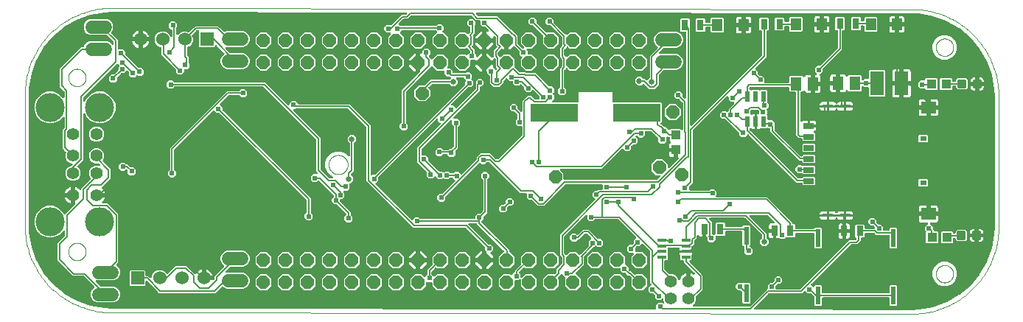
<source format=gtl>
G04 EAGLE Gerber RS-274X export*
G75*
%MOMM*%
%FSLAX34Y34*%
%LPD*%
%INTop Layer*%
%IPPOS*%
%AMOC8*
5,1,8,0,0,1.08239X$1,22.5*%
G01*
%ADD10C,0.100000*%
%ADD11C,0.000000*%
%ADD12R,1.600000X2.700000*%
%ADD13R,1.300000X1.500000*%
%ADD14R,1.150000X0.650000*%
%ADD15R,1.300000X0.450000*%
%ADD16R,1.700000X1.400000*%
%ADD17R,0.800000X0.540000*%
%ADD18R,1.200000X1.400000*%
%ADD19R,1.530000X1.530000*%
%ADD20C,1.530000*%
%ADD21R,0.800000X1.200000*%
%ADD22P,1.649562X8X202.500000*%
%ADD23C,1.408000*%
%ADD24C,1.422400*%
%ADD25C,3.327400*%
%ADD26R,5.511800X2.006600*%
%ADD27R,1.000000X1.100000*%
%ADD28C,0.300000*%
%ADD29R,1.100000X1.000000*%
%ADD30R,0.977900X0.431800*%
%ADD31R,0.558800X1.181100*%
%ADD32R,0.558800X2.108200*%
%ADD33C,1.524000*%
%ADD34P,1.649562X8X22.500000*%
%ADD35C,0.152400*%
%ADD36C,0.604800*%
%ADD37C,0.654800*%

G36*
X724295Y3480D02*
X724295Y3480D01*
X724415Y3488D01*
X724452Y3500D01*
X724491Y3505D01*
X724603Y3549D01*
X724717Y3586D01*
X724751Y3607D01*
X724787Y3621D01*
X724885Y3692D01*
X724986Y3756D01*
X725013Y3785D01*
X725045Y3808D01*
X725122Y3900D01*
X725204Y3987D01*
X725223Y4022D01*
X725248Y4052D01*
X725300Y4161D01*
X725358Y4266D01*
X725367Y4304D01*
X725384Y4340D01*
X725407Y4458D01*
X725437Y4574D01*
X725441Y4632D01*
X725445Y4652D01*
X725443Y4673D01*
X725447Y4735D01*
X725447Y8742D01*
X728112Y11407D01*
X731880Y11407D01*
X732519Y10768D01*
X732574Y10725D01*
X732622Y10675D01*
X732699Y10628D01*
X732770Y10573D01*
X732834Y10545D01*
X732894Y10509D01*
X732979Y10482D01*
X733062Y10447D01*
X733131Y10436D01*
X733198Y10415D01*
X733287Y10411D01*
X733376Y10397D01*
X733446Y10403D01*
X733515Y10400D01*
X733603Y10418D01*
X733693Y10427D01*
X733758Y10450D01*
X733827Y10464D01*
X733907Y10504D01*
X733992Y10534D01*
X734050Y10573D01*
X734112Y10604D01*
X734181Y10663D01*
X734255Y10713D01*
X734301Y10765D01*
X734354Y10811D01*
X734406Y10884D01*
X734466Y10951D01*
X734497Y11013D01*
X734537Y11071D01*
X734569Y11155D01*
X734610Y11235D01*
X734625Y11303D01*
X734650Y11368D01*
X734660Y11457D01*
X734680Y11545D01*
X734678Y11615D01*
X734685Y11684D01*
X734673Y11773D01*
X734670Y11863D01*
X734651Y11930D01*
X734641Y11999D01*
X734589Y12151D01*
X733725Y14236D01*
X733725Y14806D01*
X733708Y14944D01*
X733695Y15083D01*
X733688Y15102D01*
X733685Y15122D01*
X733634Y15251D01*
X733587Y15382D01*
X733576Y15399D01*
X733568Y15417D01*
X733487Y15530D01*
X733409Y15645D01*
X733393Y15658D01*
X733382Y15675D01*
X733274Y15764D01*
X733170Y15855D01*
X733152Y15865D01*
X733137Y15878D01*
X733011Y15937D01*
X732887Y16000D01*
X732867Y16004D01*
X732849Y16013D01*
X732712Y16039D01*
X732577Y16070D01*
X732556Y16069D01*
X732537Y16073D01*
X732398Y16064D01*
X732259Y16060D01*
X732239Y16054D01*
X732219Y16053D01*
X732087Y16010D01*
X731953Y15972D01*
X731936Y15961D01*
X731917Y15955D01*
X731799Y15881D01*
X731679Y15810D01*
X731658Y15792D01*
X731648Y15785D01*
X731634Y15770D01*
X731559Y15704D01*
X730356Y14501D01*
X726588Y14501D01*
X723923Y17166D01*
X723923Y19839D01*
X723911Y19937D01*
X723908Y20036D01*
X723891Y20094D01*
X723883Y20155D01*
X723847Y20247D01*
X723819Y20342D01*
X723789Y20394D01*
X723766Y20450D01*
X723708Y20530D01*
X723658Y20616D01*
X723592Y20691D01*
X723580Y20708D01*
X723570Y20715D01*
X723552Y20737D01*
X722539Y21750D01*
X722460Y21810D01*
X722388Y21878D01*
X722335Y21907D01*
X722287Y21944D01*
X722196Y21984D01*
X722110Y22032D01*
X722051Y22047D01*
X721995Y22071D01*
X721897Y22086D01*
X721802Y22111D01*
X721702Y22117D01*
X721681Y22121D01*
X721669Y22119D01*
X721641Y22121D01*
X718968Y22121D01*
X716303Y24786D01*
X716303Y28554D01*
X719312Y31563D01*
X719385Y31657D01*
X719464Y31746D01*
X719482Y31782D01*
X719507Y31814D01*
X719554Y31924D01*
X719608Y32030D01*
X719617Y32069D01*
X719633Y32106D01*
X719652Y32224D01*
X719678Y32340D01*
X719677Y32380D01*
X719683Y32420D01*
X719672Y32539D01*
X719668Y32658D01*
X719657Y32697D01*
X719653Y32737D01*
X719613Y32849D01*
X719580Y32963D01*
X719560Y32998D01*
X719546Y33036D01*
X719479Y33135D01*
X719418Y33237D01*
X719379Y33282D01*
X719367Y33299D01*
X719352Y33313D01*
X719312Y33358D01*
X718565Y34105D01*
X718565Y70155D01*
X718553Y70253D01*
X718550Y70352D01*
X718533Y70410D01*
X718525Y70471D01*
X718489Y70563D01*
X718461Y70658D01*
X718431Y70710D01*
X718408Y70766D01*
X718350Y70846D01*
X718300Y70932D01*
X718234Y71007D01*
X718222Y71024D01*
X718212Y71031D01*
X718194Y71053D01*
X710395Y78851D01*
X710301Y78924D01*
X710212Y79003D01*
X710176Y79021D01*
X710144Y79046D01*
X710034Y79093D01*
X709928Y79147D01*
X709889Y79156D01*
X709852Y79172D01*
X709734Y79191D01*
X709618Y79217D01*
X709578Y79216D01*
X709538Y79222D01*
X709419Y79211D01*
X709300Y79207D01*
X709261Y79196D01*
X709221Y79192D01*
X709109Y79152D01*
X708995Y79119D01*
X708960Y79099D01*
X708922Y79085D01*
X708823Y79018D01*
X708721Y78958D01*
X708676Y78918D01*
X708659Y78906D01*
X708645Y78891D01*
X708600Y78851D01*
X705972Y76223D01*
X703299Y76223D01*
X703201Y76211D01*
X703102Y76208D01*
X703044Y76191D01*
X702983Y76183D01*
X702891Y76147D01*
X702796Y76119D01*
X702744Y76089D01*
X702688Y76066D01*
X702608Y76008D01*
X702522Y75958D01*
X702447Y75892D01*
X702430Y75880D01*
X702423Y75870D01*
X702401Y75852D01*
X701388Y74839D01*
X701328Y74760D01*
X701260Y74688D01*
X701231Y74635D01*
X701194Y74587D01*
X701154Y74496D01*
X701106Y74410D01*
X701091Y74351D01*
X701067Y74295D01*
X701052Y74197D01*
X701027Y74102D01*
X701021Y74002D01*
X701017Y73981D01*
X701019Y73969D01*
X701017Y73941D01*
X701017Y71148D01*
X701010Y71132D01*
X700951Y71007D01*
X700947Y70987D01*
X700939Y70969D01*
X700917Y70831D01*
X700891Y70694D01*
X700892Y70674D01*
X700889Y70654D01*
X700902Y70516D01*
X700911Y70377D01*
X700917Y70358D01*
X700919Y70338D01*
X700966Y70207D01*
X701009Y70075D01*
X701020Y70058D01*
X701027Y70038D01*
X701105Y69923D01*
X701179Y69806D01*
X701194Y69792D01*
X701205Y69775D01*
X701309Y69683D01*
X701411Y69588D01*
X701428Y69578D01*
X701443Y69565D01*
X701567Y69502D01*
X701689Y69434D01*
X701709Y69429D01*
X701727Y69420D01*
X701863Y69390D01*
X701997Y69355D01*
X702025Y69353D01*
X702037Y69350D01*
X702058Y69351D01*
X702158Y69345D01*
X709688Y69345D01*
X715045Y63988D01*
X715045Y56412D01*
X709688Y51055D01*
X702112Y51055D01*
X696755Y56412D01*
X696755Y63988D01*
X699204Y66437D01*
X699289Y66546D01*
X699378Y66653D01*
X699386Y66672D01*
X699399Y66688D01*
X699454Y66816D01*
X699513Y66941D01*
X699517Y66961D01*
X699525Y66980D01*
X699547Y67118D01*
X699573Y67254D01*
X699572Y67274D01*
X699575Y67294D01*
X699562Y67433D01*
X699553Y67571D01*
X699547Y67590D01*
X699545Y67610D01*
X699498Y67741D01*
X699455Y67873D01*
X699445Y67891D01*
X699438Y67910D01*
X699360Y68025D01*
X699285Y68142D01*
X699270Y68156D01*
X699259Y68173D01*
X699155Y68265D01*
X699054Y68360D01*
X699036Y68370D01*
X699021Y68383D01*
X698897Y68447D01*
X698775Y68514D01*
X698756Y68519D01*
X698737Y68528D01*
X698602Y68558D01*
X698467Y68593D01*
X698439Y68595D01*
X698427Y68598D01*
X698407Y68597D01*
X698306Y68603D01*
X694584Y68603D01*
X691919Y71268D01*
X691919Y75036D01*
X694584Y77701D01*
X697257Y77701D01*
X697355Y77713D01*
X697454Y77716D01*
X697512Y77733D01*
X697573Y77741D01*
X697665Y77777D01*
X697760Y77805D01*
X697812Y77835D01*
X697868Y77858D01*
X697948Y77916D01*
X698034Y77966D01*
X698109Y78032D01*
X698126Y78044D01*
X698133Y78054D01*
X698155Y78072D01*
X699168Y79085D01*
X699228Y79164D01*
X699296Y79236D01*
X699325Y79289D01*
X699362Y79337D01*
X699402Y79428D01*
X699450Y79514D01*
X699465Y79573D01*
X699489Y79629D01*
X699504Y79727D01*
X699529Y79822D01*
X699535Y79922D01*
X699539Y79943D01*
X699537Y79955D01*
X699539Y79983D01*
X699539Y82656D01*
X702167Y85284D01*
X702240Y85378D01*
X702319Y85467D01*
X702337Y85503D01*
X702362Y85535D01*
X702409Y85645D01*
X702463Y85751D01*
X702472Y85790D01*
X702488Y85827D01*
X702507Y85945D01*
X702533Y86061D01*
X702532Y86101D01*
X702538Y86141D01*
X702527Y86260D01*
X702523Y86379D01*
X702512Y86418D01*
X702508Y86458D01*
X702468Y86570D01*
X702435Y86684D01*
X702415Y86719D01*
X702401Y86757D01*
X702334Y86855D01*
X702274Y86958D01*
X702234Y87003D01*
X702222Y87020D01*
X702207Y87034D01*
X702167Y87079D01*
X682177Y107070D01*
X682098Y107130D01*
X682026Y107198D01*
X681973Y107227D01*
X681925Y107264D01*
X681834Y107304D01*
X681748Y107352D01*
X681689Y107367D01*
X681633Y107391D01*
X681535Y107406D01*
X681440Y107431D01*
X681340Y107437D01*
X681319Y107441D01*
X681307Y107439D01*
X681279Y107441D01*
X655420Y107441D01*
X655322Y107429D01*
X655223Y107426D01*
X655164Y107409D01*
X655104Y107401D01*
X655012Y107365D01*
X654917Y107337D01*
X654865Y107307D01*
X654809Y107284D01*
X654729Y107226D01*
X654643Y107176D01*
X654568Y107110D01*
X654551Y107098D01*
X654544Y107088D01*
X654522Y107070D01*
X652632Y105179D01*
X648864Y105179D01*
X646199Y107844D01*
X646199Y111073D01*
X646182Y111211D01*
X646169Y111349D01*
X646162Y111369D01*
X646159Y111389D01*
X646108Y111518D01*
X646061Y111649D01*
X646050Y111666D01*
X646042Y111684D01*
X645961Y111796D01*
X645883Y111912D01*
X645867Y111925D01*
X645856Y111942D01*
X645748Y112030D01*
X645644Y112122D01*
X645626Y112132D01*
X645611Y112144D01*
X645485Y112204D01*
X645361Y112267D01*
X645341Y112271D01*
X645323Y112280D01*
X645187Y112306D01*
X645051Y112337D01*
X645030Y112336D01*
X645011Y112340D01*
X644872Y112331D01*
X644733Y112327D01*
X644713Y112321D01*
X644693Y112320D01*
X644561Y112277D01*
X644427Y112239D01*
X644410Y112228D01*
X644391Y112222D01*
X644273Y112148D01*
X644153Y112077D01*
X644132Y112058D01*
X644122Y112052D01*
X644108Y112037D01*
X644033Y111971D01*
X619878Y87817D01*
X619818Y87738D01*
X619750Y87666D01*
X619721Y87613D01*
X619684Y87565D01*
X619644Y87474D01*
X619596Y87388D01*
X619581Y87329D01*
X619557Y87273D01*
X619542Y87175D01*
X619517Y87080D01*
X619511Y86980D01*
X619507Y86959D01*
X619509Y86947D01*
X619507Y86919D01*
X619507Y68529D01*
X619519Y68431D01*
X619522Y68332D01*
X619539Y68274D01*
X619547Y68213D01*
X619583Y68121D01*
X619611Y68026D01*
X619641Y67974D01*
X619664Y67918D01*
X619722Y67838D01*
X619772Y67752D01*
X619838Y67677D01*
X619850Y67660D01*
X619860Y67653D01*
X619878Y67631D01*
X620081Y67428D01*
X620082Y67428D01*
X621141Y66369D01*
X621235Y66296D01*
X621324Y66217D01*
X621361Y66199D01*
X621392Y66174D01*
X621502Y66127D01*
X621608Y66072D01*
X621647Y66064D01*
X621684Y66047D01*
X621802Y66029D01*
X621918Y66003D01*
X621958Y66004D01*
X621998Y65998D01*
X622117Y66009D01*
X622236Y66012D01*
X622275Y66024D01*
X622315Y66027D01*
X622427Y66068D01*
X622541Y66101D01*
X622576Y66121D01*
X622614Y66135D01*
X622713Y66202D01*
X622815Y66262D01*
X622861Y66302D01*
X622877Y66314D01*
X622891Y66329D01*
X622936Y66369D01*
X625912Y69345D01*
X633488Y69345D01*
X636176Y66657D01*
X636270Y66584D01*
X636359Y66505D01*
X636395Y66487D01*
X636427Y66462D01*
X636537Y66414D01*
X636642Y66360D01*
X636682Y66352D01*
X636719Y66335D01*
X636837Y66317D01*
X636953Y66291D01*
X636993Y66292D01*
X637033Y66286D01*
X637152Y66297D01*
X637271Y66300D01*
X637309Y66312D01*
X637350Y66315D01*
X637462Y66356D01*
X637576Y66389D01*
X637611Y66409D01*
X637649Y66423D01*
X637747Y66490D01*
X637850Y66550D01*
X637895Y66590D01*
X637912Y66602D01*
X637926Y66617D01*
X637971Y66657D01*
X638742Y67428D01*
X638743Y67428D01*
X647684Y76370D01*
X647757Y76464D01*
X647836Y76553D01*
X647854Y76589D01*
X647879Y76621D01*
X647926Y76731D01*
X647980Y76837D01*
X647989Y76876D01*
X648005Y76913D01*
X648024Y77031D01*
X648050Y77147D01*
X648049Y77187D01*
X648055Y77227D01*
X648044Y77346D01*
X648040Y77465D01*
X648029Y77504D01*
X648025Y77544D01*
X647985Y77656D01*
X647952Y77770D01*
X647932Y77805D01*
X647918Y77843D01*
X647851Y77942D01*
X647791Y78044D01*
X647751Y78089D01*
X647739Y78106D01*
X647724Y78120D01*
X647723Y78121D01*
X647723Y81894D01*
X650351Y84522D01*
X650424Y84616D01*
X650503Y84705D01*
X650521Y84741D01*
X650546Y84773D01*
X650593Y84883D01*
X650647Y84989D01*
X650656Y85028D01*
X650672Y85065D01*
X650691Y85183D01*
X650717Y85299D01*
X650716Y85339D01*
X650722Y85379D01*
X650711Y85498D01*
X650707Y85617D01*
X650696Y85656D01*
X650692Y85696D01*
X650652Y85808D01*
X650619Y85922D01*
X650599Y85957D01*
X650585Y85995D01*
X650518Y86094D01*
X650457Y86196D01*
X650418Y86241D01*
X650406Y86258D01*
X650391Y86272D01*
X650351Y86317D01*
X646363Y90306D01*
X646284Y90366D01*
X646212Y90434D01*
X646159Y90463D01*
X646111Y90500D01*
X646020Y90540D01*
X645934Y90588D01*
X645875Y90603D01*
X645819Y90627D01*
X645721Y90642D01*
X645626Y90667D01*
X645526Y90673D01*
X645505Y90677D01*
X645493Y90675D01*
X645465Y90677D01*
X643839Y90677D01*
X643741Y90665D01*
X643642Y90662D01*
X643584Y90645D01*
X643523Y90637D01*
X643431Y90601D01*
X643336Y90573D01*
X643284Y90543D01*
X643228Y90520D01*
X643148Y90462D01*
X643062Y90412D01*
X642987Y90346D01*
X642970Y90334D01*
X642963Y90324D01*
X642941Y90306D01*
X636455Y83819D01*
X635608Y83819D01*
X635510Y83807D01*
X635411Y83804D01*
X635352Y83787D01*
X635292Y83779D01*
X635200Y83743D01*
X635105Y83715D01*
X635053Y83685D01*
X634997Y83662D01*
X634917Y83604D01*
X634831Y83554D01*
X634756Y83488D01*
X634739Y83476D01*
X634732Y83466D01*
X634710Y83448D01*
X632820Y81557D01*
X629052Y81557D01*
X626387Y84222D01*
X626387Y87990D01*
X629052Y90655D01*
X632820Y90655D01*
X633924Y89551D01*
X634018Y89478D01*
X634107Y89399D01*
X634143Y89381D01*
X634175Y89356D01*
X634285Y89309D01*
X634391Y89255D01*
X634430Y89246D01*
X634467Y89230D01*
X634585Y89211D01*
X634701Y89185D01*
X634741Y89186D01*
X634781Y89180D01*
X634900Y89191D01*
X635019Y89195D01*
X635058Y89206D01*
X635098Y89210D01*
X635210Y89250D01*
X635324Y89283D01*
X635359Y89303D01*
X635397Y89317D01*
X635496Y89384D01*
X635598Y89445D01*
X635643Y89484D01*
X635660Y89496D01*
X635674Y89511D01*
X635719Y89551D01*
X639707Y93539D01*
X641419Y95251D01*
X647885Y95251D01*
X658205Y84930D01*
X658284Y84870D01*
X658356Y84802D01*
X658409Y84773D01*
X658457Y84736D01*
X658548Y84696D01*
X658634Y84648D01*
X658693Y84633D01*
X658749Y84609D01*
X658847Y84594D01*
X658942Y84569D01*
X659042Y84563D01*
X659063Y84559D01*
X659075Y84561D01*
X659103Y84559D01*
X661776Y84559D01*
X664441Y81894D01*
X664441Y78126D01*
X661776Y75461D01*
X658008Y75461D01*
X656980Y76490D01*
X656885Y76563D01*
X656796Y76641D01*
X656760Y76660D01*
X656728Y76685D01*
X656619Y76732D01*
X656513Y76786D01*
X656474Y76795D01*
X656436Y76811D01*
X656319Y76830D01*
X656203Y76856D01*
X656162Y76854D01*
X656122Y76861D01*
X656004Y76850D01*
X655885Y76846D01*
X655846Y76835D01*
X655806Y76831D01*
X655693Y76791D01*
X655579Y76758D01*
X655545Y76737D01*
X655506Y76723D01*
X655408Y76657D01*
X655305Y76596D01*
X655260Y76556D01*
X655243Y76545D01*
X655230Y76530D01*
X655185Y76490D01*
X654156Y75461D01*
X653769Y75461D01*
X653671Y75449D01*
X653572Y75446D01*
X653513Y75429D01*
X653453Y75421D01*
X653361Y75385D01*
X653266Y75357D01*
X653214Y75327D01*
X653158Y75304D01*
X653078Y75246D01*
X652992Y75196D01*
X652917Y75130D01*
X652900Y75118D01*
X652893Y75108D01*
X652871Y75090D01*
X642738Y64957D01*
X642678Y64878D01*
X642610Y64806D01*
X642581Y64753D01*
X642544Y64705D01*
X642504Y64614D01*
X642456Y64528D01*
X642441Y64469D01*
X642417Y64413D01*
X642402Y64315D01*
X642377Y64220D01*
X642371Y64120D01*
X642367Y64099D01*
X642369Y64087D01*
X642367Y64059D01*
X642367Y55441D01*
X633037Y46111D01*
X632952Y46002D01*
X632864Y45895D01*
X632855Y45876D01*
X632842Y45860D01*
X632787Y45732D01*
X632728Y45607D01*
X632724Y45587D01*
X632716Y45568D01*
X632694Y45430D01*
X632668Y45294D01*
X632669Y45274D01*
X632666Y45254D01*
X632679Y45115D01*
X632688Y44977D01*
X632694Y44958D01*
X632696Y44938D01*
X632743Y44806D01*
X632786Y44675D01*
X632797Y44657D01*
X632804Y44638D01*
X632882Y44523D01*
X632956Y44406D01*
X632971Y44392D01*
X632982Y44375D01*
X633087Y44283D01*
X633188Y44188D01*
X633205Y44178D01*
X633221Y44165D01*
X633317Y44116D01*
X638845Y38588D01*
X638845Y31012D01*
X633488Y25655D01*
X625912Y25655D01*
X620555Y31012D01*
X620555Y38588D01*
X620626Y38658D01*
X620699Y38752D01*
X620778Y38842D01*
X620796Y38878D01*
X620821Y38910D01*
X620868Y39019D01*
X620922Y39125D01*
X620931Y39164D01*
X620947Y39201D01*
X620966Y39319D01*
X620992Y39435D01*
X620991Y39476D01*
X620997Y39516D01*
X620986Y39634D01*
X620982Y39753D01*
X620971Y39792D01*
X620967Y39832D01*
X620927Y39944D01*
X620894Y40059D01*
X620873Y40093D01*
X620860Y40131D01*
X620792Y40230D01*
X620732Y40333D01*
X620692Y40378D01*
X620681Y40395D01*
X620666Y40408D01*
X620626Y40453D01*
X618005Y43074D01*
X618005Y43255D01*
X617988Y43393D01*
X617975Y43531D01*
X617968Y43551D01*
X617965Y43571D01*
X617914Y43700D01*
X617867Y43831D01*
X617856Y43848D01*
X617848Y43866D01*
X617767Y43979D01*
X617689Y44094D01*
X617673Y44107D01*
X617662Y44124D01*
X617554Y44213D01*
X617450Y44304D01*
X617432Y44314D01*
X617417Y44326D01*
X617291Y44386D01*
X617167Y44449D01*
X617147Y44453D01*
X617129Y44462D01*
X616993Y44488D01*
X616857Y44519D01*
X616836Y44518D01*
X616817Y44522D01*
X616678Y44513D01*
X616539Y44509D01*
X616519Y44503D01*
X616499Y44502D01*
X616367Y44459D01*
X616233Y44421D01*
X616216Y44410D01*
X616197Y44404D01*
X616079Y44330D01*
X615959Y44259D01*
X615938Y44240D01*
X615928Y44234D01*
X615914Y44219D01*
X615839Y44153D01*
X612757Y41071D01*
X612684Y40977D01*
X612605Y40888D01*
X612587Y40852D01*
X612562Y40820D01*
X612514Y40710D01*
X612460Y40604D01*
X612452Y40565D01*
X612435Y40528D01*
X612417Y40410D01*
X612391Y40294D01*
X612392Y40254D01*
X612386Y40214D01*
X612397Y40095D01*
X612400Y39976D01*
X612412Y39937D01*
X612415Y39897D01*
X612456Y39785D01*
X612489Y39671D01*
X612509Y39636D01*
X612523Y39598D01*
X612590Y39499D01*
X612650Y39397D01*
X612690Y39351D01*
X612702Y39335D01*
X612717Y39321D01*
X612757Y39276D01*
X613445Y38588D01*
X613445Y31012D01*
X608088Y25655D01*
X600512Y25655D01*
X595155Y31012D01*
X595155Y38588D01*
X600512Y43945D01*
X608478Y43945D01*
X608505Y43939D01*
X608544Y43940D01*
X608583Y43934D01*
X608703Y43945D01*
X608823Y43948D01*
X608861Y43959D01*
X608900Y43963D01*
X609013Y44003D01*
X609128Y44037D01*
X609162Y44057D01*
X609199Y44070D01*
X609299Y44137D01*
X609402Y44198D01*
X609446Y44237D01*
X609463Y44249D01*
X609477Y44264D01*
X609523Y44305D01*
X610752Y45533D01*
X610812Y45612D01*
X610880Y45684D01*
X610909Y45737D01*
X610946Y45785D01*
X610986Y45876D01*
X611034Y45962D01*
X611049Y46021D01*
X611073Y46077D01*
X611088Y46174D01*
X611113Y46270D01*
X611119Y46370D01*
X611123Y46391D01*
X611121Y46403D01*
X611123Y46431D01*
X611123Y49715D01*
X616848Y55439D01*
X616908Y55518D01*
X616976Y55590D01*
X617005Y55643D01*
X617042Y55691D01*
X617082Y55782D01*
X617130Y55868D01*
X617145Y55927D01*
X617169Y55983D01*
X617184Y56080D01*
X617209Y56176D01*
X617215Y56276D01*
X617219Y56297D01*
X617217Y56309D01*
X617219Y56337D01*
X617219Y63297D01*
X617207Y63395D01*
X617204Y63494D01*
X617187Y63552D01*
X617179Y63613D01*
X617143Y63705D01*
X617115Y63800D01*
X617085Y63852D01*
X617062Y63908D01*
X617004Y63988D01*
X616954Y64074D01*
X616888Y64149D01*
X616876Y64166D01*
X616866Y64173D01*
X616848Y64195D01*
X614933Y66109D01*
X614933Y89339D01*
X654923Y129329D01*
X654996Y129423D01*
X655075Y129512D01*
X655093Y129548D01*
X655118Y129580D01*
X655165Y129690D01*
X655219Y129796D01*
X655228Y129835D01*
X655244Y129872D01*
X655263Y129990D01*
X655289Y130106D01*
X655288Y130146D01*
X655294Y130186D01*
X655283Y130305D01*
X655279Y130424D01*
X655268Y130463D01*
X655264Y130503D01*
X655224Y130615D01*
X655191Y130729D01*
X655171Y130764D01*
X655157Y130802D01*
X655090Y130901D01*
X655029Y131003D01*
X654990Y131048D01*
X654978Y131065D01*
X654963Y131079D01*
X654923Y131124D01*
X652295Y133752D01*
X652295Y137520D01*
X654960Y140185D01*
X657633Y140185D01*
X657731Y140197D01*
X657830Y140200D01*
X657888Y140217D01*
X657949Y140225D01*
X658041Y140261D01*
X658136Y140289D01*
X658188Y140319D01*
X658244Y140342D01*
X658324Y140400D01*
X658410Y140450D01*
X658485Y140516D01*
X658502Y140528D01*
X658509Y140538D01*
X658531Y140556D01*
X658945Y140971D01*
X662456Y140971D01*
X662574Y140986D01*
X662693Y140993D01*
X662731Y141006D01*
X662772Y141011D01*
X662882Y141054D01*
X662995Y141091D01*
X663030Y141113D01*
X663067Y141128D01*
X663163Y141197D01*
X663264Y141261D01*
X663292Y141291D01*
X663325Y141314D01*
X663401Y141406D01*
X663482Y141493D01*
X663502Y141528D01*
X663527Y141559D01*
X663578Y141667D01*
X663636Y141771D01*
X663646Y141811D01*
X663663Y141847D01*
X663685Y141964D01*
X663715Y142079D01*
X663719Y142139D01*
X663723Y142159D01*
X663721Y142180D01*
X663725Y142240D01*
X663725Y146304D01*
X663710Y146422D01*
X663703Y146541D01*
X663690Y146579D01*
X663685Y146620D01*
X663642Y146730D01*
X663605Y146843D01*
X663583Y146878D01*
X663568Y146915D01*
X663499Y147011D01*
X663435Y147112D01*
X663405Y147140D01*
X663382Y147173D01*
X663290Y147249D01*
X663203Y147330D01*
X663168Y147350D01*
X663137Y147375D01*
X663029Y147426D01*
X662925Y147484D01*
X662885Y147494D01*
X662849Y147511D01*
X662732Y147533D01*
X662617Y147563D01*
X662557Y147567D01*
X662537Y147571D01*
X662516Y147569D01*
X662456Y147573D01*
X621487Y147573D01*
X621389Y147561D01*
X621290Y147558D01*
X621232Y147541D01*
X621171Y147533D01*
X621079Y147497D01*
X620984Y147469D01*
X620932Y147439D01*
X620876Y147416D01*
X620796Y147358D01*
X620710Y147308D01*
X620635Y147242D01*
X620618Y147230D01*
X620611Y147220D01*
X620589Y147202D01*
X596069Y122681D01*
X589603Y122681D01*
X583093Y129192D01*
X583014Y129252D01*
X582942Y129320D01*
X582889Y129349D01*
X582841Y129386D01*
X582750Y129426D01*
X582664Y129474D01*
X582605Y129489D01*
X582549Y129513D01*
X582451Y129528D01*
X582356Y129553D01*
X582256Y129559D01*
X582235Y129563D01*
X582223Y129561D01*
X582195Y129563D01*
X579522Y129563D01*
X576857Y132228D01*
X576857Y135890D01*
X576842Y136008D01*
X576835Y136127D01*
X576822Y136165D01*
X576817Y136206D01*
X576774Y136316D01*
X576737Y136429D01*
X576715Y136464D01*
X576700Y136501D01*
X576631Y136597D01*
X576567Y136698D01*
X576537Y136726D01*
X576514Y136759D01*
X576422Y136835D01*
X576335Y136916D01*
X576300Y136936D01*
X576269Y136961D01*
X576161Y137012D01*
X576057Y137070D01*
X576017Y137080D01*
X575981Y137097D01*
X575864Y137119D01*
X575749Y137149D01*
X575689Y137153D01*
X575669Y137157D01*
X575648Y137155D01*
X575588Y137159D01*
X569029Y137159D01*
X533587Y172602D01*
X533508Y172662D01*
X533436Y172730D01*
X533383Y172759D01*
X533335Y172796D01*
X533244Y172836D01*
X533158Y172884D01*
X533099Y172899D01*
X533043Y172923D01*
X532945Y172938D01*
X532850Y172963D01*
X532750Y172969D01*
X532729Y172973D01*
X532717Y172971D01*
X532689Y172973D01*
X531214Y172973D01*
X531116Y172961D01*
X531017Y172958D01*
X530958Y172941D01*
X530898Y172933D01*
X530806Y172897D01*
X530711Y172869D01*
X530659Y172839D01*
X530603Y172816D01*
X530522Y172758D01*
X530437Y172708D01*
X530362Y172642D01*
X530345Y172630D01*
X530337Y172620D01*
X530316Y172602D01*
X528426Y170711D01*
X524658Y170711D01*
X523554Y171815D01*
X523460Y171888D01*
X523371Y171967D01*
X523335Y171985D01*
X523303Y172010D01*
X523194Y172057D01*
X523088Y172111D01*
X523048Y172120D01*
X523011Y172136D01*
X522893Y172155D01*
X522777Y172181D01*
X522737Y172180D01*
X522697Y172186D01*
X522578Y172175D01*
X522459Y172171D01*
X522420Y172160D01*
X522380Y172156D01*
X522268Y172116D01*
X522154Y172083D01*
X522119Y172063D01*
X522081Y172049D01*
X521982Y171982D01*
X521880Y171922D01*
X521835Y171882D01*
X521818Y171870D01*
X521804Y171855D01*
X521759Y171815D01*
X483456Y133513D01*
X483396Y133434D01*
X483328Y133362D01*
X483299Y133309D01*
X483262Y133261D01*
X483222Y133170D01*
X483174Y133084D01*
X483159Y133025D01*
X483135Y132969D01*
X483120Y132871D01*
X483095Y132776D01*
X483089Y132676D01*
X483085Y132655D01*
X483087Y132643D01*
X483085Y132615D01*
X483085Y129942D01*
X480420Y127277D01*
X476652Y127277D01*
X473987Y129942D01*
X473987Y133710D01*
X476652Y136375D01*
X479325Y136375D01*
X479423Y136387D01*
X479522Y136390D01*
X479580Y136407D01*
X479641Y136415D01*
X479733Y136451D01*
X479828Y136479D01*
X479880Y136509D01*
X479936Y136532D01*
X480016Y136590D01*
X480102Y136640D01*
X480177Y136706D01*
X480194Y136718D01*
X480201Y136728D01*
X480223Y136746D01*
X494141Y150665D01*
X494214Y150759D01*
X494293Y150848D01*
X494311Y150884D01*
X494336Y150916D01*
X494383Y151026D01*
X494437Y151132D01*
X494446Y151171D01*
X494462Y151208D01*
X494481Y151326D01*
X494507Y151442D01*
X494506Y151482D01*
X494512Y151522D01*
X494501Y151641D01*
X494497Y151760D01*
X494486Y151799D01*
X494482Y151839D01*
X494442Y151951D01*
X494409Y152065D01*
X494389Y152100D01*
X494375Y152138D01*
X494308Y152237D01*
X494247Y152339D01*
X494208Y152384D01*
X494196Y152401D01*
X494181Y152415D01*
X494141Y152460D01*
X491526Y155076D01*
X491447Y155136D01*
X491375Y155204D01*
X491322Y155233D01*
X491274Y155270D01*
X491183Y155310D01*
X491097Y155358D01*
X491038Y155373D01*
X490982Y155397D01*
X490885Y155412D01*
X490789Y155437D01*
X490689Y155443D01*
X490668Y155447D01*
X490656Y155445D01*
X490628Y155447D01*
X489304Y155447D01*
X489206Y155435D01*
X489107Y155432D01*
X489048Y155415D01*
X488988Y155407D01*
X488896Y155371D01*
X488801Y155343D01*
X488749Y155313D01*
X488693Y155290D01*
X488613Y155232D01*
X488527Y155182D01*
X488452Y155116D01*
X488435Y155104D01*
X488428Y155094D01*
X488406Y155076D01*
X486516Y153185D01*
X482748Y153185D01*
X481720Y154214D01*
X481625Y154287D01*
X481536Y154365D01*
X481500Y154384D01*
X481468Y154409D01*
X481359Y154456D01*
X481253Y154510D01*
X481214Y154519D01*
X481176Y154535D01*
X481059Y154554D01*
X480943Y154580D01*
X480902Y154578D01*
X480862Y154585D01*
X480744Y154574D01*
X480625Y154570D01*
X480586Y154559D01*
X480546Y154555D01*
X480433Y154515D01*
X480319Y154482D01*
X480285Y154461D01*
X480246Y154447D01*
X480148Y154381D01*
X480045Y154320D01*
X480000Y154280D01*
X479983Y154269D01*
X479970Y154254D01*
X479925Y154214D01*
X478896Y153185D01*
X475128Y153185D01*
X472194Y156119D01*
X472100Y156192D01*
X472011Y156270D01*
X471975Y156289D01*
X471943Y156314D01*
X471834Y156361D01*
X471728Y156415D01*
X471689Y156424D01*
X471651Y156440D01*
X471534Y156459D01*
X471418Y156485D01*
X471377Y156483D01*
X471337Y156490D01*
X471219Y156479D01*
X471100Y156475D01*
X471061Y156464D01*
X471021Y156460D01*
X470909Y156420D01*
X470794Y156387D01*
X470759Y156366D01*
X470721Y156352D01*
X470623Y156285D01*
X470520Y156225D01*
X470475Y156185D01*
X470458Y156174D01*
X470445Y156158D01*
X470399Y156119D01*
X468228Y153947D01*
X464460Y153947D01*
X461795Y156612D01*
X461795Y160391D01*
X461829Y160435D01*
X461908Y160524D01*
X461926Y160560D01*
X461951Y160592D01*
X461998Y160702D01*
X462052Y160808D01*
X462061Y160847D01*
X462077Y160884D01*
X462096Y161002D01*
X462122Y161118D01*
X462121Y161158D01*
X462127Y161198D01*
X462116Y161317D01*
X462112Y161436D01*
X462101Y161475D01*
X462097Y161515D01*
X462057Y161627D01*
X462024Y161741D01*
X462004Y161776D01*
X461990Y161814D01*
X461923Y161913D01*
X461862Y162015D01*
X461823Y162060D01*
X461811Y162077D01*
X461796Y162091D01*
X461756Y162136D01*
X452815Y171078D01*
X451103Y172789D01*
X451103Y189923D01*
X477377Y216197D01*
X477450Y216291D01*
X477529Y216380D01*
X477547Y216416D01*
X477572Y216448D01*
X477619Y216558D01*
X477673Y216664D01*
X477682Y216703D01*
X477698Y216740D01*
X477717Y216858D01*
X477743Y216974D01*
X477742Y217014D01*
X477748Y217054D01*
X477737Y217173D01*
X477733Y217292D01*
X477722Y217331D01*
X477718Y217371D01*
X477678Y217483D01*
X477645Y217597D01*
X477625Y217632D01*
X477611Y217670D01*
X477544Y217769D01*
X477483Y217871D01*
X477444Y217916D01*
X477432Y217933D01*
X477417Y217947D01*
X477377Y217992D01*
X474749Y220620D01*
X474749Y221563D01*
X474732Y221701D01*
X474719Y221839D01*
X474712Y221859D01*
X474709Y221879D01*
X474658Y222008D01*
X474611Y222139D01*
X474600Y222156D01*
X474592Y222174D01*
X474511Y222286D01*
X474433Y222402D01*
X474417Y222415D01*
X474406Y222432D01*
X474298Y222520D01*
X474194Y222612D01*
X474176Y222622D01*
X474161Y222634D01*
X474035Y222694D01*
X473911Y222757D01*
X473891Y222761D01*
X473873Y222770D01*
X473737Y222796D01*
X473601Y222827D01*
X473580Y222826D01*
X473561Y222830D01*
X473422Y222821D01*
X473283Y222817D01*
X473263Y222811D01*
X473243Y222810D01*
X473111Y222767D01*
X472977Y222729D01*
X472960Y222718D01*
X472941Y222712D01*
X472823Y222638D01*
X472703Y222567D01*
X472682Y222548D01*
X472672Y222542D01*
X472658Y222527D01*
X472583Y222461D01*
X406240Y156119D01*
X406180Y156040D01*
X406112Y155968D01*
X406083Y155915D01*
X406046Y155867D01*
X406006Y155776D01*
X405958Y155690D01*
X405943Y155631D01*
X405919Y155575D01*
X405904Y155477D01*
X405879Y155382D01*
X405873Y155282D01*
X405869Y155261D01*
X405871Y155249D01*
X405869Y155221D01*
X405869Y151786D01*
X402987Y148904D01*
X402914Y148810D01*
X402835Y148721D01*
X402817Y148685D01*
X402792Y148653D01*
X402745Y148543D01*
X402691Y148437D01*
X402682Y148398D01*
X402666Y148361D01*
X402647Y148243D01*
X402621Y148127D01*
X402622Y148087D01*
X402616Y148047D01*
X402627Y147928D01*
X402631Y147809D01*
X402642Y147770D01*
X402646Y147730D01*
X402686Y147618D01*
X402719Y147504D01*
X402739Y147469D01*
X402753Y147431D01*
X402820Y147332D01*
X402880Y147230D01*
X402920Y147185D01*
X402932Y147168D01*
X402947Y147154D01*
X402987Y147109D01*
X443627Y106469D01*
X443736Y106384D01*
X443843Y106296D01*
X443862Y106287D01*
X443878Y106274D01*
X444006Y106219D01*
X444131Y106160D01*
X444151Y106156D01*
X444170Y106148D01*
X444308Y106126D01*
X444444Y106100D01*
X444464Y106101D01*
X444484Y106098D01*
X444623Y106111D01*
X444761Y106120D01*
X444780Y106126D01*
X444800Y106128D01*
X444932Y106175D01*
X445063Y106218D01*
X445081Y106229D01*
X445100Y106236D01*
X445215Y106314D01*
X445332Y106388D01*
X445346Y106403D01*
X445363Y106414D01*
X445455Y106518D01*
X445550Y106620D01*
X445560Y106638D01*
X445573Y106653D01*
X445637Y106777D01*
X445704Y106898D01*
X445709Y106918D01*
X445718Y106936D01*
X445726Y106973D01*
X448458Y109705D01*
X452226Y109705D01*
X454116Y107814D01*
X454195Y107754D01*
X454267Y107686D01*
X454320Y107657D01*
X454368Y107620D01*
X454459Y107580D01*
X454545Y107532D01*
X454604Y107517D01*
X454660Y107493D01*
X454757Y107478D01*
X454853Y107453D01*
X454953Y107447D01*
X454974Y107443D01*
X454986Y107445D01*
X455014Y107443D01*
X516152Y107443D01*
X516270Y107458D01*
X516389Y107465D01*
X516427Y107478D01*
X516468Y107483D01*
X516578Y107526D01*
X516691Y107563D01*
X516726Y107585D01*
X516763Y107600D01*
X516859Y107669D01*
X516960Y107733D01*
X516988Y107763D01*
X517021Y107786D01*
X517097Y107878D01*
X517178Y107965D01*
X517198Y108000D01*
X517223Y108031D01*
X517274Y108139D01*
X517332Y108243D01*
X517342Y108283D01*
X517359Y108319D01*
X517381Y108436D01*
X517411Y108551D01*
X517415Y108611D01*
X517419Y108631D01*
X517417Y108652D01*
X517421Y108712D01*
X517421Y110850D01*
X520086Y113515D01*
X522759Y113515D01*
X522857Y113527D01*
X522956Y113530D01*
X523014Y113547D01*
X523075Y113555D01*
X523167Y113591D01*
X523262Y113619D01*
X523314Y113649D01*
X523370Y113672D01*
X523450Y113730D01*
X523536Y113780D01*
X523611Y113846D01*
X523628Y113858D01*
X523635Y113868D01*
X523657Y113886D01*
X526170Y116399D01*
X526230Y116478D01*
X526298Y116550D01*
X526327Y116603D01*
X526364Y116651D01*
X526404Y116742D01*
X526452Y116828D01*
X526467Y116887D01*
X526491Y116943D01*
X526506Y117041D01*
X526531Y117136D01*
X526537Y117236D01*
X526541Y117257D01*
X526539Y117269D01*
X526541Y117297D01*
X526541Y152300D01*
X526529Y152398D01*
X526526Y152497D01*
X526509Y152556D01*
X526501Y152616D01*
X526465Y152708D01*
X526437Y152803D01*
X526407Y152855D01*
X526384Y152911D01*
X526326Y152991D01*
X526276Y153077D01*
X526210Y153152D01*
X526198Y153169D01*
X526188Y153176D01*
X526170Y153198D01*
X524279Y155088D01*
X524279Y158856D01*
X526944Y161521D01*
X530712Y161521D01*
X533377Y158856D01*
X533377Y155088D01*
X531486Y153198D01*
X531426Y153119D01*
X531358Y153047D01*
X531329Y152994D01*
X531292Y152946D01*
X531252Y152855D01*
X531204Y152769D01*
X531189Y152710D01*
X531165Y152654D01*
X531150Y152557D01*
X531125Y152461D01*
X531119Y152361D01*
X531115Y152340D01*
X531117Y152328D01*
X531115Y152300D01*
X531115Y114877D01*
X526890Y110653D01*
X526830Y110574D01*
X526762Y110502D01*
X526733Y110449D01*
X526696Y110401D01*
X526656Y110310D01*
X526608Y110224D01*
X526593Y110165D01*
X526569Y110109D01*
X526554Y110011D01*
X526529Y109916D01*
X526523Y109816D01*
X526519Y109795D01*
X526521Y109783D01*
X526519Y109755D01*
X526519Y107082D01*
X524653Y105216D01*
X524580Y105122D01*
X524501Y105033D01*
X524483Y104997D01*
X524458Y104965D01*
X524411Y104855D01*
X524357Y104749D01*
X524348Y104710D01*
X524332Y104673D01*
X524313Y104555D01*
X524287Y104439D01*
X524288Y104399D01*
X524282Y104359D01*
X524293Y104240D01*
X524297Y104121D01*
X524308Y104082D01*
X524312Y104042D01*
X524352Y103930D01*
X524385Y103816D01*
X524405Y103781D01*
X524419Y103743D01*
X524486Y103644D01*
X524546Y103542D01*
X524586Y103497D01*
X524598Y103480D01*
X524613Y103466D01*
X524653Y103421D01*
X554549Y73524D01*
X556261Y71813D01*
X556261Y70614D01*
X556276Y70496D01*
X556283Y70377D01*
X556296Y70339D01*
X556301Y70298D01*
X556344Y70188D01*
X556381Y70075D01*
X556403Y70040D01*
X556418Y70003D01*
X556487Y69907D01*
X556551Y69806D01*
X556581Y69778D01*
X556604Y69745D01*
X556696Y69669D01*
X556783Y69588D01*
X556818Y69568D01*
X556849Y69543D01*
X556957Y69492D01*
X557061Y69434D01*
X557101Y69424D01*
X557137Y69407D01*
X557246Y69386D01*
X562645Y63988D01*
X562645Y56412D01*
X557288Y51055D01*
X549712Y51055D01*
X544355Y56412D01*
X544355Y63988D01*
X550014Y69646D01*
X550036Y69661D01*
X550049Y69677D01*
X550066Y69688D01*
X550154Y69796D01*
X550246Y69900D01*
X550256Y69918D01*
X550268Y69933D01*
X550328Y70059D01*
X550391Y70183D01*
X550395Y70203D01*
X550404Y70221D01*
X550430Y70357D01*
X550461Y70493D01*
X550460Y70514D01*
X550464Y70533D01*
X550455Y70672D01*
X550451Y70811D01*
X550445Y70831D01*
X550444Y70851D01*
X550401Y70983D01*
X550363Y71117D01*
X550352Y71134D01*
X550346Y71153D01*
X550272Y71271D01*
X550201Y71391D01*
X550182Y71412D01*
X550176Y71422D01*
X550161Y71436D01*
X550095Y71511D01*
X519613Y101993D01*
X519600Y102026D01*
X519563Y102139D01*
X519541Y102174D01*
X519526Y102211D01*
X519457Y102307D01*
X519393Y102408D01*
X519363Y102436D01*
X519340Y102469D01*
X519248Y102545D01*
X519161Y102626D01*
X519126Y102646D01*
X519095Y102671D01*
X518987Y102722D01*
X518883Y102780D01*
X518843Y102790D01*
X518807Y102807D01*
X518690Y102829D01*
X518575Y102859D01*
X518515Y102863D01*
X518495Y102867D01*
X518474Y102865D01*
X518414Y102869D01*
X510743Y102869D01*
X510605Y102852D01*
X510466Y102839D01*
X510447Y102832D01*
X510427Y102829D01*
X510298Y102778D01*
X510167Y102731D01*
X510150Y102720D01*
X510132Y102712D01*
X510019Y102631D01*
X509904Y102553D01*
X509891Y102537D01*
X509874Y102526D01*
X509786Y102418D01*
X509694Y102314D01*
X509684Y102296D01*
X509672Y102281D01*
X509612Y102155D01*
X509549Y102031D01*
X509545Y102011D01*
X509536Y101993D01*
X509510Y101857D01*
X509479Y101721D01*
X509480Y101700D01*
X509476Y101681D01*
X509485Y101541D01*
X509489Y101403D01*
X509495Y101383D01*
X509496Y101363D01*
X509539Y101231D01*
X509577Y101097D01*
X509588Y101080D01*
X509594Y101061D01*
X509669Y100943D01*
X509739Y100823D01*
X509758Y100802D01*
X509764Y100792D01*
X509779Y100778D01*
X509845Y100702D01*
X510150Y100398D01*
X510150Y100397D01*
X531713Y78834D01*
X531792Y78774D01*
X531864Y78706D01*
X531917Y78677D01*
X531965Y78640D01*
X532056Y78600D01*
X532142Y78552D01*
X532201Y78537D01*
X532257Y78513D01*
X532355Y78498D01*
X532450Y78473D01*
X532550Y78467D01*
X532571Y78463D01*
X532583Y78465D01*
X532611Y78463D01*
X535284Y78463D01*
X537949Y75798D01*
X537949Y72030D01*
X535192Y69273D01*
X535119Y69179D01*
X535040Y69089D01*
X535022Y69053D01*
X534997Y69021D01*
X534949Y68912D01*
X534895Y68806D01*
X534886Y68767D01*
X534870Y68730D01*
X534852Y68612D01*
X534826Y68496D01*
X534827Y68456D01*
X534821Y68416D01*
X534832Y68297D01*
X534835Y68178D01*
X534847Y68139D01*
X534850Y68099D01*
X534891Y67987D01*
X534924Y67873D01*
X534944Y67838D01*
X534958Y67800D01*
X535025Y67701D01*
X535085Y67599D01*
X535125Y67553D01*
X535137Y67537D01*
X535152Y67523D01*
X535192Y67478D01*
X538261Y64409D01*
X538261Y62739D01*
X530639Y62739D01*
X530639Y69716D01*
X530627Y69814D01*
X530624Y69913D01*
X530607Y69972D01*
X530599Y70032D01*
X530563Y70124D01*
X530535Y70219D01*
X530505Y70271D01*
X530482Y70327D01*
X530424Y70407D01*
X530374Y70493D01*
X530307Y70568D01*
X530295Y70585D01*
X530286Y70593D01*
X530267Y70614D01*
X528851Y72030D01*
X528851Y74703D01*
X528839Y74801D01*
X528836Y74900D01*
X528819Y74959D01*
X528811Y75019D01*
X528775Y75111D01*
X528747Y75206D01*
X528717Y75258D01*
X528694Y75314D01*
X528636Y75394D01*
X528586Y75480D01*
X528520Y75555D01*
X528508Y75572D01*
X528498Y75579D01*
X528480Y75601D01*
X506917Y97164D01*
X506838Y97224D01*
X506766Y97292D01*
X506713Y97321D01*
X506665Y97358D01*
X506574Y97398D01*
X506488Y97446D01*
X506429Y97461D01*
X506373Y97485D01*
X506275Y97500D01*
X506180Y97525D01*
X506080Y97531D01*
X506059Y97535D01*
X506047Y97533D01*
X506019Y97535D01*
X446093Y97535D01*
X392541Y151087D01*
X392541Y212742D01*
X392529Y212840D01*
X392526Y212939D01*
X392509Y212997D01*
X392501Y213057D01*
X392465Y213149D01*
X392437Y213244D01*
X392407Y213297D01*
X392384Y213353D01*
X392326Y213433D01*
X392276Y213518D01*
X392210Y213594D01*
X392198Y213610D01*
X392188Y213618D01*
X392170Y213639D01*
X371485Y234324D01*
X371407Y234384D01*
X371335Y234452D01*
X371282Y234481D01*
X371234Y234518D01*
X371143Y234558D01*
X371056Y234606D01*
X370998Y234621D01*
X370942Y234645D01*
X370844Y234660D01*
X370748Y234685D01*
X370648Y234691D01*
X370628Y234695D01*
X370616Y234693D01*
X370588Y234695D01*
X311758Y234695D01*
X311660Y234683D01*
X311561Y234680D01*
X311502Y234663D01*
X311442Y234655D01*
X311350Y234619D01*
X311255Y234591D01*
X311203Y234561D01*
X311147Y234538D01*
X311067Y234480D01*
X310981Y234430D01*
X310906Y234364D01*
X310889Y234352D01*
X310882Y234342D01*
X310860Y234324D01*
X310494Y233957D01*
X309551Y233957D01*
X309413Y233940D01*
X309275Y233927D01*
X309255Y233920D01*
X309235Y233917D01*
X309106Y233866D01*
X308975Y233819D01*
X308958Y233808D01*
X308940Y233800D01*
X308828Y233719D01*
X308712Y233641D01*
X308699Y233625D01*
X308682Y233614D01*
X308594Y233506D01*
X308502Y233402D01*
X308492Y233384D01*
X308480Y233369D01*
X308420Y233243D01*
X308357Y233119D01*
X308353Y233099D01*
X308344Y233081D01*
X308318Y232945D01*
X308287Y232809D01*
X308288Y232788D01*
X308284Y232769D01*
X308293Y232630D01*
X308297Y232491D01*
X308303Y232471D01*
X308304Y232451D01*
X308347Y232319D01*
X308385Y232185D01*
X308396Y232168D01*
X308402Y232149D01*
X308476Y232031D01*
X308547Y231911D01*
X308566Y231890D01*
X308572Y231880D01*
X308587Y231866D01*
X308653Y231791D01*
X339599Y200845D01*
X339599Y165049D01*
X339611Y164951D01*
X339614Y164852D01*
X339631Y164794D01*
X339639Y164733D01*
X339675Y164641D01*
X339703Y164546D01*
X339733Y164494D01*
X339756Y164438D01*
X339814Y164358D01*
X339864Y164272D01*
X339930Y164197D01*
X339942Y164180D01*
X339952Y164173D01*
X339970Y164151D01*
X349849Y154272D01*
X349928Y154212D01*
X350000Y154144D01*
X350053Y154115D01*
X350101Y154078D01*
X350192Y154038D01*
X350278Y153990D01*
X350337Y153975D01*
X350393Y153951D01*
X350491Y153936D01*
X350586Y153911D01*
X350686Y153905D01*
X350707Y153901D01*
X350719Y153903D01*
X350747Y153901D01*
X353287Y153901D01*
X353357Y153909D01*
X353426Y153908D01*
X353514Y153929D01*
X353603Y153941D01*
X353668Y153966D01*
X353736Y153983D01*
X353815Y154025D01*
X353899Y154058D01*
X353955Y154099D01*
X354017Y154131D01*
X354083Y154192D01*
X354156Y154244D01*
X354200Y154298D01*
X354252Y154345D01*
X354301Y154420D01*
X354359Y154489D01*
X354388Y154553D01*
X354427Y154611D01*
X354456Y154696D01*
X354494Y154777D01*
X354507Y154846D01*
X354530Y154912D01*
X354537Y155001D01*
X354554Y155089D01*
X354550Y155159D01*
X354555Y155229D01*
X354540Y155317D01*
X354534Y155407D01*
X354513Y155473D01*
X354501Y155542D01*
X354464Y155624D01*
X354436Y155709D01*
X354399Y155768D01*
X354370Y155832D01*
X354314Y155902D01*
X354266Y155978D01*
X354215Y156026D01*
X354172Y156080D01*
X354100Y156135D01*
X354034Y156196D01*
X353973Y156230D01*
X353918Y156272D01*
X353773Y156343D01*
X351503Y157283D01*
X347283Y161503D01*
X344999Y167016D01*
X344999Y172984D01*
X347283Y178497D01*
X351503Y182717D01*
X357016Y185001D01*
X362984Y185001D01*
X368497Y182717D01*
X371309Y179906D01*
X371418Y179820D01*
X371525Y179732D01*
X371544Y179723D01*
X371560Y179711D01*
X371688Y179655D01*
X371813Y179596D01*
X371833Y179592D01*
X371852Y179584D01*
X371990Y179562D01*
X372126Y179536D01*
X372146Y179538D01*
X372166Y179535D01*
X372305Y179548D01*
X372443Y179556D01*
X372462Y179562D01*
X372482Y179564D01*
X372614Y179612D01*
X372745Y179654D01*
X372763Y179665D01*
X372782Y179672D01*
X372897Y179750D01*
X373014Y179824D01*
X373028Y179839D01*
X373045Y179851D01*
X373137Y179955D01*
X373232Y180056D01*
X373242Y180074D01*
X373255Y180089D01*
X373319Y180213D01*
X373386Y180335D01*
X373391Y180354D01*
X373400Y180372D01*
X373430Y180508D01*
X373465Y180642D01*
X373467Y180671D01*
X373470Y180683D01*
X373469Y180703D01*
X373475Y180803D01*
X373475Y194461D01*
X373463Y194559D01*
X373460Y194658D01*
X373443Y194716D01*
X373435Y194776D01*
X373399Y194868D01*
X373371Y194963D01*
X373341Y195015D01*
X373318Y195072D01*
X373260Y195152D01*
X373210Y195237D01*
X373144Y195313D01*
X373132Y195329D01*
X373122Y195337D01*
X373104Y195358D01*
X370963Y197498D01*
X370963Y201474D01*
X373774Y204285D01*
X377750Y204285D01*
X380561Y201474D01*
X380561Y197498D01*
X378420Y195358D01*
X378360Y195280D01*
X378292Y195208D01*
X378263Y195155D01*
X378226Y195107D01*
X378186Y195016D01*
X378138Y194929D01*
X378123Y194871D01*
X378099Y194815D01*
X378084Y194717D01*
X378059Y194621D01*
X378053Y194521D01*
X378049Y194501D01*
X378051Y194489D01*
X378049Y194461D01*
X378049Y162524D01*
X375022Y159498D01*
X374962Y159419D01*
X374894Y159347D01*
X374865Y159294D01*
X374828Y159246D01*
X374788Y159155D01*
X374740Y159069D01*
X374725Y159010D01*
X374701Y158955D01*
X374686Y158857D01*
X374661Y158761D01*
X374655Y158661D01*
X374651Y158640D01*
X374653Y158628D01*
X374651Y158600D01*
X374651Y158441D01*
X374663Y158343D01*
X374666Y158244D01*
X374683Y158186D01*
X374691Y158126D01*
X374727Y158034D01*
X374755Y157939D01*
X374785Y157887D01*
X374808Y157830D01*
X374866Y157750D01*
X374916Y157665D01*
X374982Y157589D01*
X374994Y157573D01*
X375004Y157565D01*
X375022Y157544D01*
X377163Y155404D01*
X377163Y151428D01*
X374352Y148617D01*
X373960Y148617D01*
X373822Y148600D01*
X373683Y148587D01*
X373664Y148580D01*
X373644Y148577D01*
X373515Y148526D01*
X373384Y148479D01*
X373367Y148468D01*
X373349Y148460D01*
X373236Y148379D01*
X373121Y148301D01*
X373108Y148285D01*
X373091Y148274D01*
X373003Y148167D01*
X372911Y148062D01*
X372901Y148044D01*
X372888Y148029D01*
X372829Y147903D01*
X372766Y147779D01*
X372761Y147759D01*
X372753Y147741D01*
X372727Y147605D01*
X372696Y147469D01*
X372697Y147448D01*
X372693Y147429D01*
X372702Y147290D01*
X372706Y147151D01*
X372712Y147131D01*
X372713Y147111D01*
X372756Y146979D01*
X372794Y146845D01*
X372805Y146828D01*
X372811Y146809D01*
X372885Y146691D01*
X372956Y146571D01*
X372975Y146550D01*
X372981Y146540D01*
X372996Y146526D01*
X373062Y146450D01*
X373103Y146410D01*
X373103Y142642D01*
X370438Y139977D01*
X367106Y139977D01*
X366968Y139960D01*
X366829Y139947D01*
X366810Y139940D01*
X366790Y139937D01*
X366661Y139886D01*
X366530Y139839D01*
X366513Y139828D01*
X366495Y139820D01*
X366382Y139739D01*
X366267Y139661D01*
X366254Y139645D01*
X366237Y139634D01*
X366148Y139526D01*
X366057Y139422D01*
X366047Y139404D01*
X366034Y139389D01*
X365975Y139263D01*
X365912Y139139D01*
X365908Y139119D01*
X365899Y139101D01*
X365873Y138964D01*
X365842Y138829D01*
X365843Y138808D01*
X365839Y138789D01*
X365848Y138650D01*
X365852Y138511D01*
X365858Y138491D01*
X365859Y138471D01*
X365902Y138339D01*
X365940Y138205D01*
X365951Y138188D01*
X365957Y138169D01*
X366031Y138051D01*
X366102Y137931D01*
X366120Y137910D01*
X366127Y137900D01*
X366142Y137886D01*
X366208Y137811D01*
X367261Y136758D01*
X367261Y132990D01*
X364596Y130325D01*
X363196Y130325D01*
X363078Y130310D01*
X362959Y130303D01*
X362921Y130290D01*
X362880Y130285D01*
X362770Y130242D01*
X362657Y130205D01*
X362622Y130183D01*
X362585Y130168D01*
X362489Y130099D01*
X362388Y130035D01*
X362360Y130005D01*
X362327Y129982D01*
X362251Y129890D01*
X362170Y129803D01*
X362150Y129768D01*
X362125Y129737D01*
X362074Y129629D01*
X362016Y129525D01*
X362006Y129485D01*
X361989Y129449D01*
X361967Y129332D01*
X361937Y129217D01*
X361933Y129157D01*
X361929Y129137D01*
X361931Y129116D01*
X361927Y129056D01*
X361927Y127989D01*
X361939Y127891D01*
X361942Y127792D01*
X361959Y127734D01*
X361967Y127673D01*
X362003Y127581D01*
X362031Y127486D01*
X362061Y127434D01*
X362084Y127378D01*
X362142Y127298D01*
X362192Y127212D01*
X362258Y127137D01*
X362270Y127120D01*
X362280Y127113D01*
X362298Y127091D01*
X374143Y115247D01*
X374143Y112876D01*
X374155Y112778D01*
X374158Y112679D01*
X374175Y112620D01*
X374183Y112560D01*
X374219Y112468D01*
X374247Y112373D01*
X374277Y112321D01*
X374300Y112265D01*
X374358Y112184D01*
X374408Y112099D01*
X374474Y112024D01*
X374486Y112007D01*
X374496Y111999D01*
X374514Y111978D01*
X376405Y110088D01*
X376405Y106320D01*
X373740Y103655D01*
X369972Y103655D01*
X367307Y106320D01*
X367307Y110088D01*
X369173Y111954D01*
X369246Y112048D01*
X369325Y112137D01*
X369343Y112173D01*
X369368Y112205D01*
X369415Y112315D01*
X369469Y112420D01*
X369478Y112460D01*
X369494Y112497D01*
X369513Y112615D01*
X369539Y112731D01*
X369538Y112771D01*
X369544Y112811D01*
X369533Y112930D01*
X369529Y113049D01*
X369518Y113088D01*
X369514Y113128D01*
X369474Y113240D01*
X369441Y113354D01*
X369421Y113389D01*
X369407Y113427D01*
X369340Y113526D01*
X369280Y113628D01*
X369240Y113673D01*
X369228Y113690D01*
X369213Y113704D01*
X369173Y113749D01*
X359065Y123858D01*
X358986Y123918D01*
X358914Y123986D01*
X358861Y124015D01*
X358813Y124052D01*
X358722Y124092D01*
X358636Y124140D01*
X358577Y124155D01*
X358521Y124179D01*
X358423Y124194D01*
X358328Y124219D01*
X358228Y124225D01*
X358207Y124229D01*
X358195Y124227D01*
X358167Y124229D01*
X355494Y124229D01*
X352829Y126894D01*
X352829Y130662D01*
X354720Y132552D01*
X354780Y132631D01*
X354848Y132703D01*
X354877Y132756D01*
X354914Y132804D01*
X354954Y132895D01*
X355002Y132981D01*
X355017Y133040D01*
X355041Y133095D01*
X355056Y133193D01*
X355081Y133289D01*
X355087Y133389D01*
X355091Y133410D01*
X355089Y133422D01*
X355091Y133450D01*
X355091Y134163D01*
X355079Y134261D01*
X355076Y134360D01*
X355059Y134418D01*
X355051Y134479D01*
X355015Y134571D01*
X354987Y134666D01*
X354957Y134718D01*
X354934Y134774D01*
X354876Y134854D01*
X354826Y134940D01*
X354760Y135015D01*
X354748Y135032D01*
X354738Y135039D01*
X354720Y135061D01*
X338412Y151368D01*
X338318Y151441D01*
X338229Y151520D01*
X338193Y151538D01*
X338161Y151563D01*
X338051Y151610D01*
X337945Y151664D01*
X337906Y151673D01*
X337869Y151689D01*
X337751Y151708D01*
X337635Y151734D01*
X337595Y151733D01*
X337555Y151739D01*
X337436Y151728D01*
X337317Y151724D01*
X337278Y151713D01*
X337238Y151709D01*
X337126Y151669D01*
X337012Y151636D01*
X336977Y151616D01*
X336939Y151602D01*
X336840Y151535D01*
X336738Y151474D01*
X336693Y151435D01*
X336676Y151423D01*
X336662Y151408D01*
X336617Y151368D01*
X335132Y149883D01*
X331364Y149883D01*
X328699Y152548D01*
X328699Y156316D01*
X331364Y158981D01*
X335609Y158981D01*
X335747Y158998D01*
X335885Y159011D01*
X335905Y159018D01*
X335925Y159021D01*
X336054Y159072D01*
X336185Y159119D01*
X336202Y159130D01*
X336220Y159138D01*
X336333Y159219D01*
X336448Y159297D01*
X336461Y159313D01*
X336478Y159324D01*
X336566Y159432D01*
X336658Y159536D01*
X336668Y159554D01*
X336680Y159569D01*
X336740Y159695D01*
X336803Y159819D01*
X336807Y159839D01*
X336816Y159857D01*
X336842Y159994D01*
X336873Y160129D01*
X336872Y160150D01*
X336876Y160169D01*
X336867Y160308D01*
X336863Y160447D01*
X336857Y160467D01*
X336856Y160487D01*
X336813Y160619D01*
X336775Y160753D01*
X336764Y160770D01*
X336758Y160789D01*
X336683Y160907D01*
X336613Y161027D01*
X336594Y161048D01*
X336588Y161058D01*
X336573Y161072D01*
X336507Y161147D01*
X335025Y162629D01*
X335025Y198425D01*
X335013Y198523D01*
X335010Y198622D01*
X334993Y198680D01*
X334985Y198741D01*
X334949Y198833D01*
X334921Y198928D01*
X334891Y198980D01*
X334868Y199036D01*
X334810Y199116D01*
X334760Y199202D01*
X334720Y199247D01*
X334719Y199249D01*
X334715Y199253D01*
X334694Y199277D01*
X334682Y199294D01*
X334672Y199301D01*
X334654Y199323D01*
X274507Y259470D01*
X274428Y259530D01*
X274356Y259598D01*
X274303Y259627D01*
X274255Y259664D01*
X274164Y259704D01*
X274078Y259752D01*
X274019Y259767D01*
X273963Y259791D01*
X273865Y259806D01*
X273770Y259831D01*
X273670Y259837D01*
X273649Y259841D01*
X273637Y259839D01*
X273609Y259841D01*
X172312Y259841D01*
X172214Y259829D01*
X172115Y259826D01*
X172056Y259809D01*
X171996Y259801D01*
X171904Y259765D01*
X171809Y259737D01*
X171757Y259707D01*
X171701Y259684D01*
X171620Y259626D01*
X171535Y259576D01*
X171460Y259510D01*
X171443Y259498D01*
X171435Y259488D01*
X171414Y259470D01*
X169524Y257579D01*
X165756Y257579D01*
X163091Y260244D01*
X163091Y264012D01*
X165756Y266677D01*
X169524Y266677D01*
X171414Y264786D01*
X171493Y264726D01*
X171565Y264658D01*
X171618Y264629D01*
X171666Y264592D01*
X171757Y264552D01*
X171843Y264504D01*
X171902Y264489D01*
X171957Y264465D01*
X172055Y264450D01*
X172151Y264425D01*
X172251Y264419D01*
X172272Y264415D01*
X172284Y264417D01*
X172312Y264415D01*
X276029Y264415D01*
X277740Y262703D01*
X301895Y238549D01*
X302004Y238464D01*
X302111Y238376D01*
X302130Y238367D01*
X302146Y238354D01*
X302274Y238299D01*
X302399Y238240D01*
X302419Y238236D01*
X302438Y238228D01*
X302576Y238206D01*
X302712Y238180D01*
X302732Y238181D01*
X302752Y238178D01*
X302891Y238191D01*
X303029Y238200D01*
X303048Y238206D01*
X303068Y238208D01*
X303200Y238255D01*
X303331Y238298D01*
X303349Y238309D01*
X303368Y238316D01*
X303483Y238394D01*
X303600Y238468D01*
X303614Y238483D01*
X303631Y238494D01*
X303723Y238598D01*
X303818Y238700D01*
X303828Y238718D01*
X303841Y238733D01*
X303905Y238857D01*
X303972Y238978D01*
X303977Y238998D01*
X303986Y239016D01*
X304016Y239152D01*
X304051Y239286D01*
X304053Y239314D01*
X304056Y239326D01*
X304055Y239347D01*
X304061Y239447D01*
X304061Y240390D01*
X306726Y243055D01*
X310494Y243055D01*
X313177Y240372D01*
X313181Y240301D01*
X313194Y240263D01*
X313199Y240222D01*
X313243Y240111D01*
X313279Y239999D01*
X313301Y239964D01*
X313316Y239927D01*
X313385Y239831D01*
X313449Y239730D01*
X313479Y239702D01*
X313502Y239669D01*
X313594Y239593D01*
X313681Y239512D01*
X313716Y239492D01*
X313747Y239467D01*
X313855Y239416D01*
X313959Y239358D01*
X313999Y239348D01*
X314035Y239331D01*
X314152Y239309D01*
X314267Y239279D01*
X314327Y239275D01*
X314347Y239271D01*
X314368Y239273D01*
X314428Y239269D01*
X373008Y239269D01*
X397115Y215162D01*
X397115Y158962D01*
X397132Y158824D01*
X397145Y158685D01*
X397152Y158666D01*
X397155Y158646D01*
X397206Y158517D01*
X397253Y158386D01*
X397264Y158369D01*
X397272Y158351D01*
X397353Y158238D01*
X397431Y158123D01*
X397447Y158110D01*
X397458Y158093D01*
X397566Y158004D01*
X397670Y157913D01*
X397688Y157903D01*
X397703Y157890D01*
X397829Y157831D01*
X397953Y157768D01*
X397973Y157763D01*
X397991Y157755D01*
X398127Y157729D01*
X398263Y157698D01*
X398284Y157699D01*
X398303Y157695D01*
X398442Y157704D01*
X398581Y157708D01*
X398601Y157714D01*
X398621Y157715D01*
X398753Y157758D01*
X398887Y157796D01*
X398904Y157807D01*
X398923Y157813D01*
X399041Y157887D01*
X399161Y157958D01*
X399182Y157977D01*
X399192Y157983D01*
X399206Y157998D01*
X399282Y158064D01*
X399436Y158219D01*
X401347Y158219D01*
X401445Y158231D01*
X401544Y158234D01*
X401602Y158251D01*
X401663Y158259D01*
X401755Y158295D01*
X401850Y158323D01*
X401902Y158353D01*
X401958Y158376D01*
X402038Y158434D01*
X402124Y158484D01*
X402199Y158550D01*
X402216Y158562D01*
X402223Y158572D01*
X402245Y158590D01*
X505620Y261965D01*
X505680Y262044D01*
X505748Y262116D01*
X505777Y262169D01*
X505814Y262217D01*
X505854Y262308D01*
X505902Y262394D01*
X505917Y262453D01*
X505941Y262509D01*
X505956Y262607D01*
X505981Y262702D01*
X505987Y262802D01*
X505991Y262823D01*
X505989Y262835D01*
X505991Y262863D01*
X505991Y265536D01*
X506258Y265803D01*
X506331Y265897D01*
X506409Y265986D01*
X506428Y266022D01*
X506453Y266054D01*
X506500Y266163D01*
X506554Y266269D01*
X506563Y266308D01*
X506579Y266346D01*
X506598Y266463D01*
X506624Y266579D01*
X506622Y266620D01*
X506629Y266660D01*
X506618Y266778D01*
X506614Y266897D01*
X506603Y266936D01*
X506599Y266976D01*
X506559Y267088D01*
X506526Y267203D01*
X506505Y267238D01*
X506491Y267276D01*
X506424Y267374D01*
X506364Y267477D01*
X506324Y267522D01*
X506313Y267539D01*
X506297Y267552D01*
X506258Y267598D01*
X504449Y269406D01*
X504445Y269477D01*
X504432Y269515D01*
X504427Y269556D01*
X504384Y269666D01*
X504347Y269779D01*
X504325Y269814D01*
X504310Y269851D01*
X504241Y269947D01*
X504177Y270048D01*
X504147Y270076D01*
X504124Y270109D01*
X504032Y270185D01*
X503945Y270266D01*
X503910Y270286D01*
X503879Y270311D01*
X503771Y270362D01*
X503667Y270420D01*
X503627Y270430D01*
X503591Y270447D01*
X503474Y270469D01*
X503359Y270499D01*
X503299Y270503D01*
X503279Y270507D01*
X503258Y270505D01*
X503198Y270509D01*
X496769Y270509D01*
X496631Y270492D01*
X496493Y270479D01*
X496474Y270472D01*
X496454Y270469D01*
X496325Y270418D01*
X496194Y270371D01*
X496177Y270360D01*
X496158Y270352D01*
X496046Y270271D01*
X495931Y270193D01*
X495917Y270177D01*
X495901Y270166D01*
X495812Y270058D01*
X495720Y269954D01*
X495711Y269936D01*
X495698Y269921D01*
X495639Y269795D01*
X495576Y269671D01*
X495571Y269651D01*
X495562Y269633D01*
X495536Y269496D01*
X495506Y269361D01*
X495507Y269340D01*
X495503Y269321D01*
X495511Y269182D01*
X495516Y269043D01*
X495521Y269023D01*
X495522Y269003D01*
X495565Y268871D01*
X495604Y268737D01*
X495614Y268720D01*
X495620Y268701D01*
X495695Y268583D01*
X495766Y268463D01*
X495784Y268442D01*
X495791Y268432D01*
X495806Y268418D01*
X495872Y268343D01*
X497051Y267164D01*
X497051Y263188D01*
X494240Y260377D01*
X490264Y260377D01*
X488124Y262518D01*
X488046Y262578D01*
X487974Y262646D01*
X487921Y262675D01*
X487873Y262712D01*
X487782Y262752D01*
X487695Y262800D01*
X487637Y262815D01*
X487581Y262839D01*
X487483Y262854D01*
X487387Y262879D01*
X487287Y262885D01*
X487267Y262889D01*
X487255Y262887D01*
X487227Y262889D01*
X468325Y262889D01*
X468227Y262877D01*
X468128Y262874D01*
X468070Y262857D01*
X468009Y262849D01*
X467917Y262813D01*
X467822Y262785D01*
X467770Y262755D01*
X467714Y262732D01*
X467634Y262674D01*
X467548Y262624D01*
X467473Y262558D01*
X467456Y262546D01*
X467449Y262536D01*
X467427Y262518D01*
X464022Y259112D01*
X463949Y259018D01*
X463870Y258929D01*
X463852Y258893D01*
X463827Y258861D01*
X463779Y258751D01*
X463725Y258645D01*
X463717Y258606D01*
X463700Y258569D01*
X463682Y258451D01*
X463656Y258335D01*
X463657Y258295D01*
X463651Y258255D01*
X463662Y258136D01*
X463665Y258017D01*
X463677Y257978D01*
X463680Y257938D01*
X463721Y257826D01*
X463754Y257712D01*
X463774Y257677D01*
X463788Y257639D01*
X463855Y257540D01*
X463915Y257438D01*
X463955Y257392D01*
X463967Y257376D01*
X463982Y257362D01*
X464022Y257317D01*
X465583Y255756D01*
X465583Y248180D01*
X460226Y242823D01*
X452650Y242823D01*
X447293Y248180D01*
X447293Y255756D01*
X452650Y261113D01*
X459029Y261113D01*
X459127Y261125D01*
X459226Y261128D01*
X459284Y261145D01*
X459345Y261153D01*
X459437Y261189D01*
X459532Y261217D01*
X459584Y261247D01*
X459640Y261270D01*
X459720Y261328D01*
X459806Y261378D01*
X459881Y261444D01*
X459898Y261456D01*
X459905Y261466D01*
X459927Y261484D01*
X465905Y267463D01*
X487227Y267463D01*
X487325Y267475D01*
X487424Y267478D01*
X487482Y267495D01*
X487542Y267503D01*
X487634Y267539D01*
X487729Y267567D01*
X487781Y267597D01*
X487838Y267620D01*
X487918Y267678D01*
X488003Y267728D01*
X488079Y267794D01*
X488095Y267806D01*
X488103Y267816D01*
X488124Y267834D01*
X489011Y268722D01*
X489084Y268816D01*
X489163Y268905D01*
X489181Y268941D01*
X489206Y268973D01*
X489254Y269082D01*
X489308Y269188D01*
X489317Y269228D01*
X489333Y269265D01*
X489351Y269383D01*
X489377Y269499D01*
X489376Y269539D01*
X489382Y269579D01*
X489371Y269698D01*
X489368Y269817D01*
X489356Y269855D01*
X489353Y269896D01*
X489312Y270008D01*
X489279Y270122D01*
X489259Y270157D01*
X489245Y270195D01*
X489178Y270293D01*
X489118Y270396D01*
X489078Y270441D01*
X489066Y270458D01*
X489051Y270471D01*
X489011Y270517D01*
X488605Y270924D01*
X488526Y270984D01*
X488454Y271052D01*
X488401Y271081D01*
X488353Y271118D01*
X488262Y271158D01*
X488176Y271206D01*
X488117Y271221D01*
X488061Y271245D01*
X487964Y271260D01*
X487868Y271285D01*
X487768Y271291D01*
X487747Y271295D01*
X487735Y271293D01*
X487707Y271295D01*
X485034Y271295D01*
X482369Y273960D01*
X482369Y276886D01*
X482354Y277004D01*
X482347Y277123D01*
X482334Y277161D01*
X482329Y277202D01*
X482286Y277312D01*
X482249Y277425D01*
X482227Y277460D01*
X482212Y277497D01*
X482143Y277593D01*
X482079Y277694D01*
X482049Y277722D01*
X482026Y277755D01*
X481934Y277831D01*
X481847Y277912D01*
X481812Y277932D01*
X481781Y277957D01*
X481673Y278008D01*
X481569Y278066D01*
X481529Y278076D01*
X481493Y278093D01*
X481376Y278115D01*
X481261Y278145D01*
X481201Y278149D01*
X481181Y278153D01*
X481160Y278151D01*
X481100Y278155D01*
X473512Y278155D01*
X468765Y282902D01*
X468656Y282987D01*
X468549Y283076D01*
X468530Y283084D01*
X468514Y283097D01*
X468386Y283152D01*
X468261Y283211D01*
X468241Y283215D01*
X468222Y283223D01*
X468084Y283245D01*
X467948Y283271D01*
X467928Y283270D01*
X467908Y283273D01*
X467769Y283260D01*
X467631Y283251D01*
X467612Y283245D01*
X467592Y283243D01*
X467460Y283196D01*
X467329Y283153D01*
X467311Y283143D01*
X467292Y283136D01*
X467177Y283058D01*
X467060Y282983D01*
X467046Y282968D01*
X467029Y282957D01*
X466955Y282874D01*
X438014Y253933D01*
X437954Y253854D01*
X437886Y253782D01*
X437857Y253729D01*
X437820Y253681D01*
X437780Y253590D01*
X437732Y253504D01*
X437717Y253445D01*
X437693Y253389D01*
X437678Y253291D01*
X437653Y253196D01*
X437648Y253111D01*
X437645Y253099D01*
X437646Y253091D01*
X437643Y253075D01*
X437645Y253063D01*
X437643Y253035D01*
X437643Y218794D01*
X437655Y218696D01*
X437658Y218597D01*
X437675Y218538D01*
X437683Y218478D01*
X437719Y218386D01*
X437747Y218291D01*
X437777Y218239D01*
X437800Y218183D01*
X437858Y218103D01*
X437908Y218017D01*
X437974Y217942D01*
X437986Y217925D01*
X437996Y217918D01*
X438014Y217896D01*
X439905Y216006D01*
X439905Y212238D01*
X437240Y209573D01*
X433472Y209573D01*
X430807Y212238D01*
X430807Y216006D01*
X432698Y217896D01*
X432758Y217975D01*
X432826Y218047D01*
X432855Y218100D01*
X432892Y218148D01*
X432932Y218239D01*
X432980Y218325D01*
X432995Y218384D01*
X433019Y218440D01*
X433034Y218537D01*
X433059Y218633D01*
X433065Y218733D01*
X433069Y218754D01*
X433067Y218766D01*
X433069Y218794D01*
X433069Y255455D01*
X454067Y276453D01*
X454128Y276532D01*
X454196Y276604D01*
X454225Y276657D01*
X454262Y276705D01*
X454302Y276796D01*
X454350Y276882D01*
X454365Y276941D01*
X454389Y276997D01*
X454404Y277094D01*
X454429Y277190D01*
X454435Y277290D01*
X454439Y277311D01*
X454437Y277323D01*
X454439Y277351D01*
X454439Y286030D01*
X454424Y286148D01*
X454417Y286267D01*
X454404Y286305D01*
X454399Y286345D01*
X454356Y286456D01*
X454319Y286569D01*
X454297Y286603D01*
X454282Y286641D01*
X454212Y286737D01*
X454149Y286838D01*
X454119Y286866D01*
X454095Y286898D01*
X454004Y286974D01*
X453917Y287056D01*
X453882Y287075D01*
X453851Y287101D01*
X453743Y287152D01*
X453639Y287209D01*
X453599Y287220D01*
X453563Y287237D01*
X453446Y287259D01*
X453331Y287289D01*
X453270Y287293D01*
X453250Y287297D01*
X453230Y287295D01*
X453170Y287299D01*
X451899Y287299D01*
X451899Y287301D01*
X453170Y287301D01*
X453288Y287316D01*
X453407Y287323D01*
X453445Y287336D01*
X453485Y287341D01*
X453596Y287385D01*
X453709Y287421D01*
X453744Y287443D01*
X453781Y287458D01*
X453877Y287528D01*
X453978Y287591D01*
X454006Y287621D01*
X454039Y287645D01*
X454114Y287736D01*
X454196Y287823D01*
X454216Y287858D01*
X454241Y287890D01*
X454292Y287997D01*
X454350Y288102D01*
X454360Y288141D01*
X454377Y288177D01*
X454399Y288294D01*
X454429Y288409D01*
X454433Y288470D01*
X454437Y288490D01*
X454435Y288510D01*
X454439Y288570D01*
X454439Y297461D01*
X455192Y297461D01*
X455310Y297476D01*
X455429Y297483D01*
X455467Y297496D01*
X455508Y297501D01*
X455618Y297544D01*
X455731Y297581D01*
X455766Y297603D01*
X455803Y297618D01*
X455899Y297687D01*
X456000Y297751D01*
X456028Y297781D01*
X456061Y297804D01*
X456137Y297896D01*
X456218Y297983D01*
X456238Y298018D01*
X456263Y298049D01*
X456314Y298157D01*
X456372Y298261D01*
X456382Y298301D01*
X456399Y298337D01*
X456421Y298454D01*
X456451Y298569D01*
X456455Y298629D01*
X456459Y298649D01*
X456457Y298670D01*
X456461Y298730D01*
X456461Y300588D01*
X459126Y303253D01*
X462894Y303253D01*
X465559Y300588D01*
X465559Y296820D01*
X464201Y295462D01*
X464128Y295368D01*
X464049Y295279D01*
X464031Y295243D01*
X464006Y295211D01*
X463959Y295101D01*
X463905Y294995D01*
X463896Y294956D01*
X463880Y294919D01*
X463861Y294801D01*
X463835Y294685D01*
X463836Y294645D01*
X463830Y294605D01*
X463841Y294486D01*
X463845Y294367D01*
X463856Y294328D01*
X463860Y294288D01*
X463900Y294176D01*
X463933Y294062D01*
X463953Y294027D01*
X463967Y293989D01*
X464034Y293890D01*
X464094Y293788D01*
X464134Y293743D01*
X464146Y293726D01*
X464161Y293712D01*
X464201Y293667D01*
X466570Y291298D01*
X466664Y291225D01*
X466753Y291146D01*
X466789Y291128D01*
X466821Y291103D01*
X466931Y291055D01*
X467037Y291001D01*
X467076Y290993D01*
X467113Y290976D01*
X467231Y290958D01*
X467347Y290932D01*
X467387Y290933D01*
X467427Y290927D01*
X467546Y290938D01*
X467665Y290941D01*
X467704Y290953D01*
X467744Y290956D01*
X467856Y290997D01*
X467970Y291030D01*
X468005Y291050D01*
X468043Y291064D01*
X468142Y291131D01*
X468244Y291191D01*
X468290Y291231D01*
X468306Y291243D01*
X468320Y291258D01*
X468365Y291298D01*
X473512Y296445D01*
X481088Y296445D01*
X486445Y291088D01*
X486445Y283512D01*
X485492Y282559D01*
X485407Y282450D01*
X485318Y282343D01*
X485309Y282324D01*
X485297Y282308D01*
X485242Y282181D01*
X485183Y282055D01*
X485179Y282035D01*
X485171Y282016D01*
X485149Y281878D01*
X485123Y281742D01*
X485124Y281722D01*
X485121Y281702D01*
X485134Y281563D01*
X485143Y281425D01*
X485149Y281406D01*
X485151Y281386D01*
X485198Y281254D01*
X485241Y281123D01*
X485251Y281105D01*
X485258Y281086D01*
X485336Y280971D01*
X485411Y280854D01*
X485426Y280840D01*
X485437Y280823D01*
X485541Y280731D01*
X485642Y280636D01*
X485660Y280626D01*
X485675Y280613D01*
X485799Y280549D01*
X485921Y280482D01*
X485940Y280477D01*
X485959Y280468D01*
X486094Y280438D01*
X486229Y280403D01*
X486257Y280401D01*
X486269Y280398D01*
X486289Y280399D01*
X486390Y280393D01*
X488802Y280393D01*
X491467Y277728D01*
X491467Y276352D01*
X491482Y276234D01*
X491489Y276115D01*
X491502Y276077D01*
X491507Y276036D01*
X491550Y275926D01*
X491587Y275813D01*
X491609Y275778D01*
X491624Y275741D01*
X491693Y275645D01*
X491757Y275544D01*
X491787Y275516D01*
X491810Y275483D01*
X491902Y275407D01*
X491989Y275326D01*
X492024Y275306D01*
X492055Y275281D01*
X492163Y275230D01*
X492267Y275172D01*
X492307Y275162D01*
X492343Y275145D01*
X492460Y275123D01*
X492575Y275093D01*
X492635Y275089D01*
X492655Y275085D01*
X492676Y275087D01*
X492736Y275083D01*
X505868Y275083D01*
X505966Y275095D01*
X506065Y275098D01*
X506124Y275115D01*
X506184Y275123D01*
X506276Y275159D01*
X506371Y275187D01*
X506423Y275217D01*
X506479Y275240D01*
X506559Y275298D01*
X506645Y275348D01*
X506720Y275414D01*
X506737Y275426D01*
X506744Y275436D01*
X506766Y275454D01*
X507137Y275826D01*
X507218Y275821D01*
X510900Y275821D01*
X513565Y273156D01*
X513565Y269388D01*
X513298Y269122D01*
X513225Y269027D01*
X513147Y268938D01*
X513128Y268902D01*
X513103Y268870D01*
X513056Y268761D01*
X513002Y268655D01*
X512993Y268616D01*
X512977Y268578D01*
X512958Y268461D01*
X512932Y268345D01*
X512934Y268304D01*
X512927Y268264D01*
X512938Y268146D01*
X512942Y268027D01*
X512953Y267988D01*
X512957Y267948D01*
X512997Y267836D01*
X513030Y267721D01*
X513051Y267686D01*
X513065Y267648D01*
X513131Y267550D01*
X513192Y267447D01*
X513232Y267402D01*
X513243Y267385D01*
X513258Y267372D01*
X513298Y267327D01*
X515089Y265536D01*
X515089Y261768D01*
X512424Y259103D01*
X509751Y259103D01*
X509653Y259091D01*
X509554Y259088D01*
X509496Y259071D01*
X509435Y259063D01*
X509343Y259027D01*
X509248Y258999D01*
X509196Y258969D01*
X509140Y258946D01*
X509060Y258888D01*
X508974Y258838D01*
X508899Y258772D01*
X508882Y258760D01*
X508875Y258750D01*
X508853Y258732D01*
X490009Y239887D01*
X489924Y239778D01*
X489836Y239671D01*
X489827Y239652D01*
X489814Y239636D01*
X489759Y239508D01*
X489700Y239383D01*
X489696Y239363D01*
X489688Y239344D01*
X489666Y239206D01*
X489640Y239070D01*
X489641Y239050D01*
X489638Y239030D01*
X489651Y238891D01*
X489660Y238753D01*
X489666Y238734D01*
X489668Y238714D01*
X489715Y238582D01*
X489758Y238451D01*
X489769Y238433D01*
X489776Y238414D01*
X489854Y238299D01*
X489928Y238182D01*
X489943Y238168D01*
X489954Y238151D01*
X490058Y238059D01*
X490160Y237964D01*
X490178Y237954D01*
X490193Y237941D01*
X490317Y237877D01*
X490438Y237810D01*
X490458Y237805D01*
X490476Y237796D01*
X490612Y237766D01*
X490746Y237731D01*
X490774Y237729D01*
X490786Y237726D01*
X490807Y237727D01*
X490907Y237721D01*
X491850Y237721D01*
X494478Y235093D01*
X494572Y235020D01*
X494661Y234941D01*
X494697Y234923D01*
X494729Y234898D01*
X494839Y234851D01*
X494944Y234797D01*
X494984Y234788D01*
X495021Y234772D01*
X495139Y234753D01*
X495255Y234727D01*
X495295Y234728D01*
X495335Y234722D01*
X495454Y234733D01*
X495573Y234737D01*
X495612Y234748D01*
X495652Y234752D01*
X495764Y234792D01*
X495878Y234825D01*
X495913Y234845D01*
X495951Y234859D01*
X496050Y234926D01*
X496152Y234986D01*
X496197Y235026D01*
X496214Y235038D01*
X496228Y235053D01*
X496273Y235093D01*
X517788Y256607D01*
X517848Y256686D01*
X517916Y256758D01*
X517945Y256811D01*
X517982Y256859D01*
X518022Y256950D01*
X518070Y257036D01*
X518085Y257095D01*
X518109Y257151D01*
X518124Y257249D01*
X518149Y257344D01*
X518155Y257444D01*
X518159Y257465D01*
X518157Y257477D01*
X518159Y257505D01*
X518159Y263411D01*
X518173Y263464D01*
X518179Y263564D01*
X518183Y263585D01*
X518181Y263597D01*
X518183Y263625D01*
X518183Y266298D01*
X520848Y268963D01*
X524616Y268963D01*
X527281Y266298D01*
X527281Y262530D01*
X524616Y259865D01*
X524002Y259865D01*
X523884Y259850D01*
X523765Y259843D01*
X523727Y259830D01*
X523686Y259825D01*
X523576Y259782D01*
X523463Y259745D01*
X523428Y259723D01*
X523391Y259708D01*
X523295Y259639D01*
X523194Y259575D01*
X523166Y259545D01*
X523133Y259522D01*
X523057Y259430D01*
X522976Y259343D01*
X522956Y259308D01*
X522931Y259277D01*
X522880Y259169D01*
X522822Y259065D01*
X522812Y259025D01*
X522795Y258989D01*
X522773Y258872D01*
X522743Y258757D01*
X522739Y258697D01*
X522735Y258677D01*
X522737Y258656D01*
X522733Y258596D01*
X522733Y255085D01*
X521021Y253374D01*
X492295Y224647D01*
X492210Y224538D01*
X492122Y224431D01*
X492113Y224412D01*
X492100Y224396D01*
X492045Y224268D01*
X491986Y224143D01*
X491982Y224123D01*
X491974Y224104D01*
X491952Y223966D01*
X491926Y223830D01*
X491927Y223810D01*
X491924Y223790D01*
X491937Y223651D01*
X491946Y223513D01*
X491952Y223494D01*
X491954Y223474D01*
X492001Y223342D01*
X492044Y223211D01*
X492055Y223193D01*
X492062Y223174D01*
X492140Y223059D01*
X492214Y222942D01*
X492229Y222928D01*
X492240Y222911D01*
X492344Y222819D01*
X492446Y222724D01*
X492464Y222714D01*
X492479Y222701D01*
X492603Y222637D01*
X492724Y222570D01*
X492744Y222565D01*
X492762Y222556D01*
X492898Y222526D01*
X493032Y222491D01*
X493060Y222489D01*
X493072Y222486D01*
X493093Y222487D01*
X493193Y222481D01*
X497184Y222481D01*
X499849Y219816D01*
X499849Y216048D01*
X497958Y214158D01*
X497898Y214079D01*
X497830Y214007D01*
X497801Y213954D01*
X497764Y213906D01*
X497724Y213815D01*
X497676Y213729D01*
X497661Y213670D01*
X497637Y213614D01*
X497622Y213517D01*
X497597Y213421D01*
X497591Y213321D01*
X497587Y213300D01*
X497589Y213288D01*
X497587Y213260D01*
X497587Y188791D01*
X494886Y186091D01*
X494826Y186012D01*
X494758Y185940D01*
X494729Y185887D01*
X494692Y185839D01*
X494652Y185748D01*
X494604Y185662D01*
X494589Y185603D01*
X494565Y185547D01*
X494550Y185449D01*
X494525Y185354D01*
X494519Y185254D01*
X494515Y185233D01*
X494517Y185221D01*
X494515Y185193D01*
X494515Y181758D01*
X491850Y179093D01*
X488082Y179093D01*
X485430Y181746D01*
X485351Y181806D01*
X485279Y181874D01*
X485226Y181903D01*
X485178Y181940D01*
X485087Y181980D01*
X485001Y182028D01*
X484942Y182043D01*
X484886Y182067D01*
X484789Y182082D01*
X484693Y182107D01*
X484593Y182113D01*
X484572Y182117D01*
X484560Y182115D01*
X484532Y182117D01*
X480922Y182117D01*
X480824Y182105D01*
X480725Y182102D01*
X480666Y182085D01*
X480606Y182077D01*
X480514Y182041D01*
X480419Y182013D01*
X480367Y181983D01*
X480311Y181960D01*
X480231Y181902D01*
X480145Y181852D01*
X480070Y181786D01*
X480053Y181774D01*
X480046Y181764D01*
X480024Y181746D01*
X478134Y179855D01*
X474366Y179855D01*
X471701Y182520D01*
X471701Y186288D01*
X474366Y188953D01*
X478134Y188953D01*
X480024Y187062D01*
X480103Y187002D01*
X480175Y186934D01*
X480228Y186905D01*
X480276Y186868D01*
X480367Y186828D01*
X480453Y186780D01*
X480512Y186765D01*
X480568Y186741D01*
X480665Y186726D01*
X480761Y186701D01*
X480861Y186695D01*
X480882Y186691D01*
X480894Y186693D01*
X480922Y186691D01*
X486056Y186691D01*
X486154Y186703D01*
X486253Y186706D01*
X486312Y186723D01*
X486372Y186731D01*
X486464Y186767D01*
X486559Y186795D01*
X486611Y186825D01*
X486667Y186848D01*
X486747Y186906D01*
X486833Y186956D01*
X486908Y187022D01*
X486925Y187034D01*
X486932Y187044D01*
X486954Y187062D01*
X488082Y188191D01*
X489993Y188191D01*
X490091Y188203D01*
X490190Y188206D01*
X490248Y188223D01*
X490309Y188231D01*
X490401Y188267D01*
X490496Y188295D01*
X490548Y188325D01*
X490604Y188348D01*
X490684Y188406D01*
X490770Y188456D01*
X490845Y188522D01*
X490862Y188534D01*
X490869Y188544D01*
X490891Y188562D01*
X492642Y190313D01*
X492702Y190392D01*
X492770Y190464D01*
X492799Y190517D01*
X492836Y190565D01*
X492876Y190656D01*
X492924Y190742D01*
X492939Y190801D01*
X492963Y190857D01*
X492978Y190955D01*
X493003Y191050D01*
X493009Y191150D01*
X493013Y191171D01*
X493011Y191183D01*
X493013Y191211D01*
X493013Y213260D01*
X493001Y213358D01*
X492998Y213457D01*
X492981Y213516D01*
X492973Y213576D01*
X492937Y213668D01*
X492909Y213763D01*
X492879Y213815D01*
X492856Y213871D01*
X492798Y213951D01*
X492748Y214037D01*
X492682Y214112D01*
X492670Y214129D01*
X492660Y214136D01*
X492642Y214158D01*
X490751Y216048D01*
X490751Y220039D01*
X490734Y220177D01*
X490734Y220178D01*
X490729Y220255D01*
X490725Y220266D01*
X490721Y220315D01*
X490714Y220335D01*
X490711Y220355D01*
X490660Y220484D01*
X490613Y220615D01*
X490602Y220632D01*
X490594Y220650D01*
X490513Y220762D01*
X490435Y220878D01*
X490419Y220891D01*
X490408Y220908D01*
X490300Y220996D01*
X490196Y221088D01*
X490178Y221098D01*
X490163Y221110D01*
X490037Y221170D01*
X489913Y221233D01*
X489893Y221237D01*
X489875Y221246D01*
X489739Y221272D01*
X489603Y221303D01*
X489582Y221302D01*
X489563Y221306D01*
X489424Y221297D01*
X489285Y221293D01*
X489265Y221287D01*
X489245Y221286D01*
X489113Y221243D01*
X488979Y221205D01*
X488962Y221194D01*
X488943Y221188D01*
X488856Y221133D01*
X488850Y221131D01*
X488835Y221120D01*
X488825Y221114D01*
X488705Y221043D01*
X488684Y221024D01*
X488674Y221018D01*
X488660Y221003D01*
X488593Y220944D01*
X488585Y220937D01*
X456048Y188401D01*
X455988Y188322D01*
X455920Y188250D01*
X455891Y188197D01*
X455854Y188149D01*
X455814Y188058D01*
X455766Y187972D01*
X455751Y187913D01*
X455727Y187857D01*
X455712Y187759D01*
X455687Y187664D01*
X455681Y187564D01*
X455677Y187543D01*
X455679Y187531D01*
X455677Y187503D01*
X455677Y181840D01*
X455692Y181722D01*
X455699Y181603D01*
X455712Y181565D01*
X455717Y181524D01*
X455760Y181414D01*
X455797Y181301D01*
X455819Y181266D01*
X455834Y181229D01*
X455903Y181133D01*
X455967Y181032D01*
X455997Y181004D01*
X456020Y180971D01*
X456112Y180895D01*
X456199Y180814D01*
X456234Y180794D01*
X456265Y180769D01*
X456373Y180718D01*
X456477Y180660D01*
X456517Y180650D01*
X456553Y180633D01*
X456670Y180611D01*
X456785Y180581D01*
X456845Y180577D01*
X456865Y180573D01*
X456886Y180575D01*
X456946Y180571D01*
X460608Y180571D01*
X463273Y177906D01*
X463273Y175233D01*
X463285Y175135D01*
X463288Y175036D01*
X463305Y174977D01*
X463313Y174917D01*
X463349Y174825D01*
X463377Y174730D01*
X463407Y174678D01*
X463430Y174622D01*
X463488Y174542D01*
X463538Y174456D01*
X463604Y174381D01*
X463616Y174364D01*
X463626Y174357D01*
X463644Y174335D01*
X475325Y162654D01*
X475404Y162594D01*
X475476Y162526D01*
X475529Y162497D01*
X475577Y162460D01*
X475668Y162420D01*
X475754Y162372D01*
X475813Y162357D01*
X475869Y162333D01*
X475967Y162318D01*
X476062Y162293D01*
X476162Y162287D01*
X476183Y162283D01*
X476195Y162285D01*
X476223Y162283D01*
X478896Y162283D01*
X479925Y161254D01*
X480019Y161181D01*
X480108Y161103D01*
X480144Y161084D01*
X480176Y161059D01*
X480285Y161012D01*
X480391Y160958D01*
X480430Y160949D01*
X480468Y160933D01*
X480585Y160914D01*
X480701Y160888D01*
X480742Y160890D01*
X480782Y160883D01*
X480900Y160894D01*
X481019Y160898D01*
X481058Y160909D01*
X481098Y160913D01*
X481210Y160953D01*
X481325Y160986D01*
X481360Y161007D01*
X481398Y161021D01*
X481496Y161088D01*
X481599Y161148D01*
X481644Y161188D01*
X481661Y161199D01*
X481674Y161215D01*
X481720Y161254D01*
X482748Y162283D01*
X486516Y162283D01*
X488406Y160392D01*
X488485Y160332D01*
X488557Y160264D01*
X488610Y160235D01*
X488658Y160198D01*
X488749Y160158D01*
X488835Y160110D01*
X488894Y160095D01*
X488950Y160071D01*
X489047Y160056D01*
X489143Y160031D01*
X489243Y160025D01*
X489264Y160021D01*
X489276Y160023D01*
X489304Y160021D01*
X492152Y160021D01*
X492250Y160033D01*
X492349Y160036D01*
X492408Y160053D01*
X492468Y160061D01*
X492560Y160097D01*
X492655Y160125D01*
X492707Y160155D01*
X492763Y160178D01*
X492843Y160236D01*
X492929Y160286D01*
X493004Y160352D01*
X493021Y160364D01*
X493028Y160374D01*
X493050Y160392D01*
X494178Y161521D01*
X497946Y161521D01*
X500574Y158893D01*
X500668Y158820D01*
X500757Y158741D01*
X500793Y158723D01*
X500825Y158698D01*
X500935Y158651D01*
X501040Y158597D01*
X501080Y158588D01*
X501117Y158572D01*
X501235Y158553D01*
X501351Y158527D01*
X501391Y158528D01*
X501431Y158522D01*
X501550Y158533D01*
X501669Y158537D01*
X501708Y158548D01*
X501748Y158552D01*
X501860Y158592D01*
X501974Y158625D01*
X502009Y158645D01*
X502047Y158659D01*
X502146Y158726D01*
X502248Y158786D01*
X502293Y158826D01*
X502310Y158838D01*
X502324Y158853D01*
X502369Y158893D01*
X518550Y175073D01*
X518610Y175152D01*
X518678Y175224D01*
X518707Y175277D01*
X518744Y175325D01*
X518784Y175416D01*
X518832Y175502D01*
X518847Y175561D01*
X518871Y175617D01*
X518886Y175715D01*
X518911Y175810D01*
X518917Y175910D01*
X518921Y175931D01*
X518919Y175943D01*
X518921Y175971D01*
X518921Y178493D01*
X523309Y182881D01*
X534347Y182881D01*
X540833Y176394D01*
X540912Y176334D01*
X540984Y176266D01*
X541037Y176237D01*
X541085Y176200D01*
X541176Y176160D01*
X541262Y176112D01*
X541321Y176097D01*
X541377Y176073D01*
X541475Y176058D01*
X541570Y176033D01*
X541670Y176027D01*
X541691Y176023D01*
X541703Y176025D01*
X541731Y176023D01*
X543357Y176023D01*
X543455Y176035D01*
X543554Y176038D01*
X543612Y176055D01*
X543673Y176063D01*
X543765Y176099D01*
X543860Y176127D01*
X543912Y176157D01*
X543968Y176180D01*
X544048Y176238D01*
X544134Y176288D01*
X544209Y176354D01*
X544226Y176366D01*
X544233Y176376D01*
X544255Y176394D01*
X571128Y203267D01*
X571188Y203346D01*
X571256Y203418D01*
X571285Y203471D01*
X571322Y203519D01*
X571362Y203610D01*
X571410Y203696D01*
X571425Y203755D01*
X571449Y203811D01*
X571464Y203909D01*
X571489Y204004D01*
X571495Y204104D01*
X571499Y204125D01*
X571497Y204137D01*
X571499Y204165D01*
X571499Y212876D01*
X571484Y212994D01*
X571477Y213113D01*
X571464Y213151D01*
X571459Y213192D01*
X571416Y213302D01*
X571379Y213415D01*
X571357Y213450D01*
X571342Y213487D01*
X571273Y213583D01*
X571209Y213684D01*
X571179Y213712D01*
X571156Y213745D01*
X571064Y213821D01*
X570977Y213902D01*
X570942Y213922D01*
X570911Y213947D01*
X570803Y213998D01*
X570699Y214056D01*
X570659Y214066D01*
X570623Y214083D01*
X570506Y214105D01*
X570391Y214135D01*
X570331Y214139D01*
X570311Y214143D01*
X570290Y214141D01*
X570230Y214145D01*
X566568Y214145D01*
X563903Y216810D01*
X563903Y220578D01*
X565794Y222468D01*
X565854Y222547D01*
X565922Y222619D01*
X565951Y222672D01*
X565988Y222720D01*
X566028Y222811D01*
X566076Y222897D01*
X566091Y222956D01*
X566115Y223012D01*
X566130Y223109D01*
X566155Y223205D01*
X566161Y223305D01*
X566165Y223326D01*
X566163Y223338D01*
X566165Y223366D01*
X566165Y227127D01*
X566153Y227225D01*
X566150Y227324D01*
X566133Y227382D01*
X566125Y227443D01*
X566089Y227535D01*
X566061Y227630D01*
X566031Y227682D01*
X566008Y227738D01*
X565950Y227818D01*
X565900Y227904D01*
X565834Y227979D01*
X565822Y227996D01*
X565812Y228003D01*
X565794Y228025D01*
X563281Y230538D01*
X563202Y230598D01*
X563130Y230666D01*
X563077Y230695D01*
X563029Y230732D01*
X562938Y230772D01*
X562852Y230820D01*
X562793Y230835D01*
X562737Y230859D01*
X562639Y230874D01*
X562544Y230899D01*
X562444Y230905D01*
X562423Y230909D01*
X562411Y230907D01*
X562383Y230909D01*
X559710Y230909D01*
X557045Y233574D01*
X557045Y237342D01*
X559710Y240007D01*
X563478Y240007D01*
X566143Y237342D01*
X566143Y234669D01*
X566155Y234571D01*
X566158Y234472D01*
X566175Y234413D01*
X566183Y234353D01*
X566219Y234261D01*
X566247Y234166D01*
X566277Y234114D01*
X566300Y234058D01*
X566358Y233978D01*
X566408Y233892D01*
X566474Y233817D01*
X566486Y233800D01*
X566496Y233793D01*
X566514Y233771D01*
X569333Y230953D01*
X569442Y230868D01*
X569549Y230780D01*
X569568Y230771D01*
X569584Y230758D01*
X569712Y230703D01*
X569837Y230644D01*
X569857Y230640D01*
X569876Y230632D01*
X570014Y230610D01*
X570150Y230584D01*
X570170Y230585D01*
X570190Y230582D01*
X570329Y230595D01*
X570467Y230604D01*
X570486Y230610D01*
X570506Y230612D01*
X570638Y230659D01*
X570769Y230702D01*
X570787Y230713D01*
X570806Y230720D01*
X570921Y230798D01*
X571038Y230872D01*
X571052Y230887D01*
X571069Y230898D01*
X571161Y231002D01*
X571256Y231104D01*
X571266Y231122D01*
X571279Y231137D01*
X571343Y231261D01*
X571410Y231382D01*
X571415Y231402D01*
X571424Y231420D01*
X571454Y231556D01*
X571489Y231690D01*
X571491Y231718D01*
X571494Y231730D01*
X571493Y231751D01*
X571499Y231851D01*
X571499Y243263D01*
X573210Y244974D01*
X573211Y244974D01*
X575700Y247463D01*
X575700Y247464D01*
X577411Y249175D01*
X581591Y249175D01*
X585791Y244974D01*
X585870Y244914D01*
X585942Y244846D01*
X585995Y244817D01*
X586043Y244780D01*
X586134Y244740D01*
X586220Y244692D01*
X586279Y244677D01*
X586335Y244653D01*
X586433Y244638D01*
X586528Y244613D01*
X586628Y244607D01*
X586649Y244603D01*
X586661Y244605D01*
X586689Y244603D01*
X590066Y244603D01*
X590184Y244618D01*
X590303Y244625D01*
X590341Y244638D01*
X590382Y244643D01*
X590492Y244686D01*
X590605Y244723D01*
X590640Y244745D01*
X590677Y244760D01*
X590773Y244829D01*
X590874Y244893D01*
X590902Y244923D01*
X590935Y244946D01*
X591011Y245038D01*
X591092Y245125D01*
X591112Y245160D01*
X591137Y245191D01*
X591188Y245299D01*
X591246Y245403D01*
X591256Y245443D01*
X591273Y245479D01*
X591295Y245596D01*
X591325Y245711D01*
X591329Y245771D01*
X591333Y245791D01*
X591331Y245812D01*
X591335Y245872D01*
X591335Y248439D01*
X591323Y248537D01*
X591320Y248636D01*
X591303Y248694D01*
X591295Y248755D01*
X591259Y248847D01*
X591231Y248942D01*
X591201Y248994D01*
X591178Y249050D01*
X591120Y249130D01*
X591070Y249216D01*
X591004Y249291D01*
X590992Y249308D01*
X590982Y249315D01*
X590964Y249337D01*
X584665Y255635D01*
X584571Y255708D01*
X584482Y255787D01*
X584446Y255805D01*
X584414Y255830D01*
X584304Y255877D01*
X584198Y255931D01*
X584159Y255940D01*
X584122Y255956D01*
X584004Y255975D01*
X583888Y256001D01*
X583848Y256000D01*
X583808Y256006D01*
X583689Y255995D01*
X583570Y255991D01*
X583531Y255980D01*
X583491Y255976D01*
X583379Y255936D01*
X583265Y255903D01*
X583230Y255883D01*
X583192Y255869D01*
X583093Y255802D01*
X582991Y255742D01*
X582946Y255702D01*
X582929Y255690D01*
X582915Y255675D01*
X582870Y255635D01*
X580242Y253007D01*
X576474Y253007D01*
X573809Y255672D01*
X573809Y258345D01*
X573797Y258443D01*
X573794Y258542D01*
X573777Y258600D01*
X573769Y258661D01*
X573733Y258753D01*
X573705Y258848D01*
X573675Y258900D01*
X573652Y258956D01*
X573594Y259036D01*
X573544Y259122D01*
X573478Y259197D01*
X573466Y259214D01*
X573456Y259221D01*
X573438Y259243D01*
X570568Y262112D01*
X570474Y262185D01*
X570385Y262264D01*
X570349Y262282D01*
X570317Y262307D01*
X570207Y262354D01*
X570101Y262408D01*
X570062Y262417D01*
X570025Y262433D01*
X569907Y262452D01*
X569791Y262478D01*
X569751Y262477D01*
X569711Y262483D01*
X569592Y262472D01*
X569473Y262468D01*
X569434Y262457D01*
X569394Y262453D01*
X569282Y262413D01*
X569168Y262380D01*
X569133Y262360D01*
X569095Y262346D01*
X568996Y262279D01*
X568894Y262219D01*
X568849Y262179D01*
X568832Y262167D01*
X568818Y262152D01*
X568773Y262112D01*
X567288Y260627D01*
X563520Y260627D01*
X560855Y263292D01*
X560855Y264692D01*
X560840Y264810D01*
X560833Y264929D01*
X560820Y264967D01*
X560815Y265008D01*
X560772Y265118D01*
X560735Y265231D01*
X560713Y265266D01*
X560698Y265303D01*
X560629Y265399D01*
X560565Y265500D01*
X560535Y265528D01*
X560512Y265561D01*
X560420Y265637D01*
X560333Y265718D01*
X560298Y265738D01*
X560267Y265763D01*
X560159Y265814D01*
X560055Y265872D01*
X560015Y265882D01*
X559979Y265899D01*
X559862Y265921D01*
X559747Y265951D01*
X559687Y265955D01*
X559667Y265959D01*
X559646Y265957D01*
X559586Y265961D01*
X557424Y265961D01*
X554415Y268970D01*
X554321Y269043D01*
X554232Y269122D01*
X554196Y269140D01*
X554164Y269165D01*
X554054Y269212D01*
X553948Y269266D01*
X553909Y269275D01*
X553872Y269291D01*
X553754Y269310D01*
X553638Y269336D01*
X553598Y269335D01*
X553558Y269341D01*
X553439Y269330D01*
X553320Y269326D01*
X553281Y269315D01*
X553241Y269311D01*
X553129Y269271D01*
X553015Y269238D01*
X552980Y269218D01*
X552942Y269204D01*
X552843Y269137D01*
X552741Y269076D01*
X552696Y269037D01*
X552679Y269025D01*
X552665Y269010D01*
X552620Y268970D01*
X549774Y266125D01*
X549714Y266046D01*
X549646Y265974D01*
X549617Y265921D01*
X549580Y265873D01*
X549540Y265782D01*
X549492Y265696D01*
X549477Y265637D01*
X549453Y265581D01*
X549438Y265483D01*
X549413Y265388D01*
X549407Y265288D01*
X549403Y265267D01*
X549405Y265255D01*
X549403Y265227D01*
X549403Y263467D01*
X545015Y259079D01*
X538549Y259079D01*
X534161Y263467D01*
X534161Y271934D01*
X534149Y272032D01*
X534146Y272131D01*
X534129Y272190D01*
X534121Y272250D01*
X534085Y272342D01*
X534057Y272437D01*
X534027Y272489D01*
X534004Y272545D01*
X533946Y272625D01*
X533896Y272711D01*
X533830Y272786D01*
X533818Y272803D01*
X533808Y272810D01*
X533790Y272832D01*
X531137Y275484D01*
X531137Y275870D01*
X531122Y275988D01*
X531115Y276107D01*
X531102Y276145D01*
X531097Y276186D01*
X531054Y276296D01*
X531017Y276409D01*
X530995Y276444D01*
X530980Y276481D01*
X530911Y276577D01*
X530847Y276678D01*
X530817Y276706D01*
X530794Y276739D01*
X530702Y276815D01*
X530639Y276873D01*
X530639Y284761D01*
X538261Y284761D01*
X538261Y283091D01*
X538226Y283056D01*
X538153Y282962D01*
X538074Y282873D01*
X538056Y282837D01*
X538031Y282805D01*
X537983Y282696D01*
X537929Y282590D01*
X537920Y282550D01*
X537904Y282513D01*
X537886Y282396D01*
X537860Y282279D01*
X537861Y282239D01*
X537855Y282199D01*
X537866Y282080D01*
X537869Y281962D01*
X537881Y281923D01*
X537884Y281882D01*
X537925Y281770D01*
X537958Y281656D01*
X537978Y281621D01*
X537992Y281583D01*
X538059Y281485D01*
X538119Y281382D01*
X538159Y281337D01*
X538170Y281320D01*
X538186Y281307D01*
X538226Y281261D01*
X540198Y279289D01*
X540292Y279216D01*
X540381Y279137D01*
X540417Y279119D01*
X540449Y279094D01*
X540559Y279047D01*
X540665Y278993D01*
X540704Y278984D01*
X540741Y278968D01*
X540859Y278949D01*
X540975Y278923D01*
X541015Y278924D01*
X541055Y278918D01*
X541174Y278929D01*
X541293Y278933D01*
X541332Y278944D01*
X541372Y278948D01*
X541484Y278988D01*
X541598Y279021D01*
X541633Y279041D01*
X541671Y279055D01*
X541770Y279122D01*
X541872Y279182D01*
X541917Y279222D01*
X541934Y279234D01*
X541948Y279249D01*
X541993Y279289D01*
X542223Y279518D01*
X542296Y279613D01*
X542374Y279702D01*
X542393Y279738D01*
X542418Y279770D01*
X542465Y279879D01*
X542519Y279985D01*
X542528Y280024D01*
X542544Y280062D01*
X542563Y280179D01*
X542589Y280295D01*
X542587Y280336D01*
X542594Y280376D01*
X542583Y280494D01*
X542579Y280613D01*
X542568Y280652D01*
X542564Y280692D01*
X542524Y280805D01*
X542491Y280919D01*
X542470Y280953D01*
X542456Y280992D01*
X542389Y281090D01*
X542329Y281193D01*
X542289Y281238D01*
X542278Y281255D01*
X542262Y281268D01*
X542223Y281313D01*
X541019Y282517D01*
X541019Y291135D01*
X541007Y291233D01*
X541004Y291332D01*
X540987Y291390D01*
X540979Y291451D01*
X540943Y291543D01*
X540915Y291638D01*
X540885Y291690D01*
X540862Y291746D01*
X540804Y291826D01*
X540754Y291912D01*
X540688Y291987D01*
X540676Y292004D01*
X540666Y292011D01*
X540648Y292033D01*
X540445Y292235D01*
X540428Y292252D01*
X540318Y292338D01*
X540211Y292426D01*
X540193Y292435D01*
X540177Y292447D01*
X540049Y292503D01*
X539923Y292562D01*
X539904Y292566D01*
X539885Y292574D01*
X539748Y292596D01*
X539610Y292622D01*
X539591Y292621D01*
X539571Y292624D01*
X539432Y292611D01*
X539293Y292602D01*
X539274Y292596D01*
X539255Y292594D01*
X539123Y292547D01*
X538991Y292504D01*
X538974Y292494D01*
X538955Y292487D01*
X538840Y292408D01*
X538722Y292334D01*
X538708Y292320D01*
X538692Y292308D01*
X538600Y292204D01*
X538504Y292102D01*
X538494Y292085D01*
X538481Y292070D01*
X538418Y291946D01*
X538350Y291824D01*
X538346Y291805D01*
X538337Y291787D01*
X538306Y291650D01*
X538271Y291516D01*
X538269Y291489D01*
X538267Y291477D01*
X538267Y291457D01*
X538261Y291355D01*
X538261Y289839D01*
X530639Y289839D01*
X530639Y297461D01*
X532309Y297461D01*
X536567Y293203D01*
X536676Y293118D01*
X536783Y293029D01*
X536802Y293020D01*
X536818Y293008D01*
X536946Y292953D01*
X537071Y292893D01*
X537091Y292890D01*
X537110Y292882D01*
X537248Y292860D01*
X537384Y292834D01*
X537404Y292835D01*
X537424Y292832D01*
X537563Y292845D01*
X537701Y292853D01*
X537720Y292860D01*
X537740Y292862D01*
X537872Y292909D01*
X538003Y292951D01*
X538021Y292962D01*
X538040Y292969D01*
X538155Y293047D01*
X538272Y293122D01*
X538286Y293136D01*
X538303Y293148D01*
X538395Y293252D01*
X538490Y293353D01*
X538500Y293371D01*
X538513Y293386D01*
X538577Y293510D01*
X538644Y293632D01*
X538649Y293651D01*
X538658Y293669D01*
X538688Y293805D01*
X538723Y293940D01*
X538725Y293968D01*
X538728Y293980D01*
X538727Y294000D01*
X538733Y294100D01*
X538733Y301175D01*
X542223Y304664D01*
X542296Y304759D01*
X542374Y304848D01*
X542393Y304884D01*
X542418Y304916D01*
X542465Y305025D01*
X542519Y305131D01*
X542528Y305170D01*
X542544Y305208D01*
X542563Y305325D01*
X542589Y305441D01*
X542587Y305482D01*
X542594Y305522D01*
X542583Y305640D01*
X542579Y305759D01*
X542568Y305798D01*
X542564Y305838D01*
X542524Y305951D01*
X542491Y306065D01*
X542470Y306099D01*
X542456Y306138D01*
X542389Y306236D01*
X542329Y306339D01*
X542289Y306384D01*
X542278Y306401D01*
X542262Y306414D01*
X542223Y306459D01*
X541019Y307663D01*
X541019Y316281D01*
X541007Y316379D01*
X541004Y316478D01*
X540987Y316536D01*
X540979Y316597D01*
X540943Y316689D01*
X540915Y316784D01*
X540885Y316836D01*
X540862Y316892D01*
X540804Y316972D01*
X540754Y317058D01*
X540688Y317133D01*
X540676Y317150D01*
X540666Y317157D01*
X540648Y317178D01*
X540428Y317399D01*
X540342Y317465D01*
X540297Y317508D01*
X540274Y317520D01*
X540211Y317572D01*
X540192Y317581D01*
X540176Y317593D01*
X540049Y317649D01*
X539923Y317708D01*
X539903Y317712D01*
X539884Y317720D01*
X539747Y317742D01*
X539610Y317768D01*
X539590Y317767D01*
X539570Y317770D01*
X539432Y317757D01*
X539293Y317748D01*
X539274Y317742D01*
X539254Y317740D01*
X539123Y317693D01*
X538991Y317650D01*
X538973Y317639D01*
X538954Y317632D01*
X538840Y317554D01*
X538722Y317480D01*
X538708Y317465D01*
X538691Y317454D01*
X538600Y317350D01*
X538504Y317248D01*
X538494Y317231D01*
X538481Y317215D01*
X538418Y317092D01*
X538350Y316970D01*
X538345Y316950D01*
X538336Y316932D01*
X538323Y316875D01*
X538323Y316874D01*
X538322Y316871D01*
X538306Y316796D01*
X538271Y316662D01*
X538269Y316634D01*
X538266Y316622D01*
X538267Y316601D01*
X538265Y316572D01*
X538263Y316562D01*
X538264Y316552D01*
X538261Y316501D01*
X538261Y315239D01*
X530639Y315239D01*
X530639Y322861D01*
X531901Y322861D01*
X532039Y322878D01*
X532177Y322891D01*
X532197Y322898D01*
X532217Y322901D01*
X532346Y322952D01*
X532477Y322999D01*
X532494Y323010D01*
X532512Y323018D01*
X532625Y323099D01*
X532740Y323177D01*
X532753Y323193D01*
X532770Y323204D01*
X532858Y323312D01*
X532950Y323416D01*
X532960Y323434D01*
X532972Y323449D01*
X533032Y323575D01*
X533095Y323699D01*
X533099Y323719D01*
X533108Y323737D01*
X533134Y323873D01*
X533165Y324009D01*
X533164Y324030D01*
X533168Y324049D01*
X533159Y324188D01*
X533155Y324327D01*
X533149Y324347D01*
X533148Y324367D01*
X533105Y324499D01*
X533067Y324633D01*
X533056Y324650D01*
X533050Y324669D01*
X532975Y324787D01*
X532905Y324907D01*
X532886Y324928D01*
X532880Y324938D01*
X532865Y324952D01*
X532799Y325027D01*
X529753Y328074D01*
X529674Y328134D01*
X529602Y328202D01*
X529549Y328231D01*
X529501Y328268D01*
X529410Y328308D01*
X529324Y328356D01*
X529265Y328371D01*
X529209Y328395D01*
X529111Y328410D01*
X529016Y328435D01*
X528916Y328441D01*
X528895Y328445D01*
X528883Y328443D01*
X528855Y328445D01*
X526182Y328445D01*
X523517Y331110D01*
X523517Y334772D01*
X523502Y334890D01*
X523495Y335009D01*
X523482Y335047D01*
X523477Y335088D01*
X523434Y335198D01*
X523397Y335311D01*
X523375Y335346D01*
X523360Y335383D01*
X523291Y335479D01*
X523227Y335580D01*
X523197Y335608D01*
X523174Y335641D01*
X523082Y335717D01*
X522995Y335798D01*
X522960Y335818D01*
X522929Y335843D01*
X522821Y335894D01*
X522717Y335952D01*
X522677Y335962D01*
X522641Y335979D01*
X522524Y336001D01*
X522409Y336031D01*
X522349Y336035D01*
X522329Y336039D01*
X522308Y336037D01*
X522248Y336041D01*
X518644Y336041D01*
X518526Y336026D01*
X518407Y336019D01*
X518369Y336006D01*
X518328Y336001D01*
X518218Y335958D01*
X518105Y335921D01*
X518070Y335899D01*
X518033Y335884D01*
X517937Y335815D01*
X517836Y335751D01*
X517808Y335721D01*
X517775Y335698D01*
X517699Y335606D01*
X517618Y335519D01*
X517598Y335484D01*
X517573Y335453D01*
X517522Y335345D01*
X517464Y335241D01*
X517454Y335201D01*
X517437Y335165D01*
X517415Y335048D01*
X517385Y334933D01*
X517381Y334873D01*
X517377Y334853D01*
X517379Y334832D01*
X517375Y334772D01*
X517375Y331110D01*
X517009Y330744D01*
X516948Y330666D01*
X516880Y330593D01*
X516851Y330540D01*
X516814Y330492D01*
X516774Y330401D01*
X516726Y330315D01*
X516711Y330256D01*
X516687Y330201D01*
X516672Y330103D01*
X516647Y330007D01*
X516641Y329907D01*
X516637Y329886D01*
X516639Y329874D01*
X516637Y329846D01*
X516637Y320617D01*
X515433Y319413D01*
X515360Y319319D01*
X515281Y319230D01*
X515263Y319194D01*
X515238Y319162D01*
X515191Y319053D01*
X515137Y318947D01*
X515128Y318907D01*
X515112Y318870D01*
X515093Y318752D01*
X515067Y318636D01*
X515069Y318596D01*
X515062Y318556D01*
X515073Y318437D01*
X515077Y318318D01*
X515088Y318280D01*
X515092Y318240D01*
X515113Y318182D01*
X515113Y307663D01*
X513909Y306459D01*
X513836Y306365D01*
X513758Y306276D01*
X513739Y306240D01*
X513714Y306208D01*
X513667Y306099D01*
X513613Y305993D01*
X513604Y305954D01*
X513588Y305916D01*
X513569Y305799D01*
X513543Y305683D01*
X513545Y305642D01*
X513538Y305602D01*
X513549Y305484D01*
X513553Y305365D01*
X513564Y305326D01*
X513568Y305286D01*
X513608Y305173D01*
X513641Y305059D01*
X513662Y305024D01*
X513676Y304986D01*
X513743Y304888D01*
X513803Y304785D01*
X513843Y304740D01*
X513854Y304723D01*
X513870Y304710D01*
X513909Y304664D01*
X516637Y301937D01*
X516637Y298804D01*
X516649Y298706D01*
X516652Y298607D01*
X516669Y298548D01*
X516677Y298488D01*
X516713Y298396D01*
X516741Y298301D01*
X516771Y298249D01*
X516794Y298193D01*
X516852Y298112D01*
X516902Y298027D01*
X516968Y297952D01*
X516980Y297935D01*
X516990Y297927D01*
X517008Y297906D01*
X518137Y296778D01*
X518137Y294770D01*
X518154Y294633D01*
X518167Y294494D01*
X518174Y294475D01*
X518177Y294455D01*
X518228Y294326D01*
X518275Y294195D01*
X518286Y294178D01*
X518294Y294159D01*
X518375Y294047D01*
X518453Y293932D01*
X518469Y293918D01*
X518480Y293902D01*
X518588Y293813D01*
X518692Y293721D01*
X518710Y293712D01*
X518725Y293699D01*
X518851Y293640D01*
X518975Y293577D01*
X518995Y293572D01*
X519013Y293563D01*
X519149Y293537D01*
X519285Y293507D01*
X519306Y293508D01*
X519325Y293504D01*
X519464Y293512D01*
X519603Y293517D01*
X519623Y293522D01*
X519643Y293523D01*
X519775Y293566D01*
X519909Y293605D01*
X519926Y293615D01*
X519945Y293621D01*
X520063Y293696D01*
X520183Y293767D01*
X520204Y293785D01*
X520214Y293792D01*
X520228Y293807D01*
X520303Y293873D01*
X523891Y297461D01*
X525561Y297461D01*
X525561Y289839D01*
X517928Y289839D01*
X517922Y289886D01*
X517909Y290025D01*
X517902Y290044D01*
X517899Y290064D01*
X517848Y290193D01*
X517801Y290324D01*
X517790Y290341D01*
X517782Y290359D01*
X517701Y290472D01*
X517623Y290587D01*
X517607Y290600D01*
X517596Y290617D01*
X517488Y290706D01*
X517384Y290797D01*
X517366Y290807D01*
X517351Y290820D01*
X517225Y290879D01*
X517101Y290942D01*
X517081Y290946D01*
X517063Y290955D01*
X516926Y290981D01*
X516791Y291012D01*
X516770Y291011D01*
X516751Y291015D01*
X516612Y291006D01*
X516473Y291002D01*
X516453Y290996D01*
X516433Y290995D01*
X516301Y290952D01*
X516167Y290914D01*
X516150Y290903D01*
X516131Y290897D01*
X516013Y290823D01*
X515893Y290752D01*
X515872Y290733D01*
X515862Y290727D01*
X515848Y290712D01*
X515772Y290646D01*
X515472Y290345D01*
X513114Y290345D01*
X512996Y290330D01*
X512877Y290323D01*
X512839Y290310D01*
X512798Y290305D01*
X512688Y290262D01*
X512575Y290225D01*
X512540Y290203D01*
X512503Y290188D01*
X512407Y290119D01*
X512306Y290055D01*
X512278Y290025D01*
X512245Y290002D01*
X512169Y289910D01*
X512088Y289823D01*
X512068Y289788D01*
X512043Y289757D01*
X511992Y289649D01*
X511934Y289545D01*
X511924Y289505D01*
X511907Y289469D01*
X511885Y289352D01*
X511855Y289237D01*
X511851Y289177D01*
X511847Y289157D01*
X511849Y289136D01*
X511845Y289076D01*
X511845Y283512D01*
X506483Y278150D01*
X506402Y278155D01*
X498912Y278155D01*
X493555Y283512D01*
X493555Y291088D01*
X498912Y296445D01*
X506488Y296445D01*
X506873Y296060D01*
X506982Y295975D01*
X507089Y295886D01*
X507108Y295878D01*
X507124Y295865D01*
X507252Y295810D01*
X507377Y295751D01*
X507397Y295747D01*
X507416Y295739D01*
X507554Y295717D01*
X507690Y295691D01*
X507710Y295692D01*
X507730Y295689D01*
X507869Y295702D01*
X508007Y295711D01*
X508026Y295717D01*
X508046Y295719D01*
X508177Y295766D01*
X508309Y295809D01*
X508327Y295819D01*
X508346Y295826D01*
X508460Y295904D01*
X508578Y295979D01*
X508592Y295994D01*
X508609Y296005D01*
X508701Y296109D01*
X508796Y296210D01*
X508806Y296228D01*
X508819Y296243D01*
X508882Y296367D01*
X508950Y296489D01*
X508955Y296509D01*
X508964Y296527D01*
X508994Y296662D01*
X509019Y296758D01*
X511286Y299025D01*
X511359Y299119D01*
X511438Y299208D01*
X511456Y299244D01*
X511481Y299276D01*
X511528Y299386D01*
X511582Y299491D01*
X511591Y299531D01*
X511607Y299568D01*
X511626Y299686D01*
X511652Y299802D01*
X511651Y299842D01*
X511657Y299882D01*
X511646Y300001D01*
X511642Y300120D01*
X511631Y300159D01*
X511627Y300199D01*
X511587Y300311D01*
X511554Y300425D01*
X511534Y300460D01*
X511520Y300498D01*
X511453Y300597D01*
X511393Y300699D01*
X511353Y300744D01*
X511341Y300761D01*
X511326Y300775D01*
X511286Y300820D01*
X509203Y302904D01*
X509202Y302904D01*
X508417Y303689D01*
X508323Y303762D01*
X508233Y303841D01*
X508198Y303859D01*
X508166Y303884D01*
X508056Y303932D01*
X507950Y303986D01*
X507911Y303994D01*
X507874Y304011D01*
X507756Y304029D01*
X507640Y304055D01*
X507600Y304054D01*
X507560Y304060D01*
X507441Y304049D01*
X507322Y304046D01*
X507283Y304034D01*
X507243Y304031D01*
X507131Y303990D01*
X507017Y303957D01*
X506982Y303937D01*
X506944Y303923D01*
X506845Y303856D01*
X506743Y303796D01*
X506697Y303756D01*
X506681Y303744D01*
X506667Y303729D01*
X506622Y303689D01*
X506488Y303555D01*
X498912Y303555D01*
X493555Y308912D01*
X493555Y316488D01*
X498912Y321845D01*
X506488Y321845D01*
X508045Y320288D01*
X508139Y320215D01*
X508228Y320136D01*
X508264Y320118D01*
X508296Y320093D01*
X508406Y320045D01*
X508511Y319991D01*
X508551Y319983D01*
X508588Y319966D01*
X508706Y319948D01*
X508822Y319922D01*
X508862Y319923D01*
X508902Y319917D01*
X509021Y319928D01*
X509140Y319931D01*
X509178Y319943D01*
X509219Y319946D01*
X509331Y319987D01*
X509445Y320020D01*
X509480Y320040D01*
X509518Y320054D01*
X509617Y320121D01*
X509719Y320181D01*
X509764Y320221D01*
X509781Y320233D01*
X509795Y320248D01*
X509840Y320288D01*
X511692Y322139D01*
X511752Y322218D01*
X511820Y322290D01*
X511849Y322343D01*
X511886Y322391D01*
X511926Y322482D01*
X511974Y322568D01*
X511989Y322627D01*
X512013Y322683D01*
X512028Y322780D01*
X512053Y322876D01*
X512059Y322976D01*
X512063Y322997D01*
X512061Y323009D01*
X512063Y323037D01*
X512063Y327176D01*
X512048Y327294D01*
X512041Y327413D01*
X512028Y327451D01*
X512023Y327492D01*
X511980Y327602D01*
X511943Y327715D01*
X511921Y327750D01*
X511906Y327787D01*
X511837Y327883D01*
X511773Y327984D01*
X511743Y328012D01*
X511720Y328045D01*
X511628Y328121D01*
X511541Y328202D01*
X511506Y328222D01*
X511475Y328247D01*
X511367Y328298D01*
X511263Y328356D01*
X511223Y328366D01*
X511187Y328383D01*
X511070Y328405D01*
X510955Y328435D01*
X510952Y328435D01*
X508277Y331110D01*
X508277Y334878D01*
X510942Y337543D01*
X514171Y337543D01*
X514309Y337560D01*
X514447Y337573D01*
X514466Y337580D01*
X514487Y337583D01*
X514616Y337634D01*
X514747Y337681D01*
X514764Y337692D01*
X514782Y337700D01*
X514895Y337781D01*
X515010Y337859D01*
X515023Y337875D01*
X515040Y337886D01*
X515128Y337994D01*
X515220Y338098D01*
X515230Y338116D01*
X515242Y338131D01*
X515302Y338257D01*
X515365Y338381D01*
X515369Y338401D01*
X515378Y338419D01*
X515404Y338556D01*
X515435Y338691D01*
X515434Y338712D01*
X515438Y338731D01*
X515429Y338870D01*
X515425Y339009D01*
X515419Y339029D01*
X515418Y339049D01*
X515375Y339180D01*
X515337Y339315D01*
X515326Y339332D01*
X515320Y339351D01*
X515246Y339469D01*
X515175Y339589D01*
X515156Y339610D01*
X515150Y339620D01*
X515135Y339634D01*
X515069Y339709D01*
X513775Y341004D01*
X513696Y341064D01*
X513624Y341132D01*
X513571Y341161D01*
X513523Y341198D01*
X513432Y341238D01*
X513346Y341286D01*
X513287Y341301D01*
X513231Y341325D01*
X513134Y341340D01*
X513038Y341365D01*
X512938Y341371D01*
X512917Y341375D01*
X512905Y341373D01*
X512877Y341375D01*
X444195Y341375D01*
X444097Y341363D01*
X443998Y341360D01*
X443940Y341343D01*
X443879Y341335D01*
X443787Y341299D01*
X443692Y341271D01*
X443640Y341241D01*
X443584Y341218D01*
X443504Y341160D01*
X443418Y341110D01*
X443343Y341044D01*
X443326Y341032D01*
X443319Y341022D01*
X443297Y341004D01*
X439859Y337565D01*
X435051Y337565D01*
X434953Y337553D01*
X434854Y337550D01*
X434796Y337533D01*
X434735Y337525D01*
X434643Y337489D01*
X434548Y337461D01*
X434496Y337431D01*
X434440Y337408D01*
X434360Y337350D01*
X434274Y337300D01*
X434199Y337234D01*
X434182Y337222D01*
X434175Y337212D01*
X434153Y337194D01*
X429784Y332824D01*
X429711Y332730D01*
X429632Y332641D01*
X429614Y332605D01*
X429589Y332573D01*
X429542Y332463D01*
X429488Y332357D01*
X429479Y332318D01*
X429463Y332281D01*
X429444Y332163D01*
X429418Y332047D01*
X429419Y332007D01*
X429413Y331967D01*
X429424Y331848D01*
X429428Y331729D01*
X429439Y331690D01*
X429443Y331650D01*
X429483Y331538D01*
X429516Y331424D01*
X429536Y331389D01*
X429550Y331351D01*
X429617Y331252D01*
X429677Y331150D01*
X429717Y331105D01*
X429729Y331088D01*
X429744Y331074D01*
X429784Y331029D01*
X431256Y329556D01*
X431335Y329496D01*
X431407Y329428D01*
X431460Y329399D01*
X431508Y329362D01*
X431599Y329322D01*
X431685Y329274D01*
X431744Y329259D01*
X431800Y329235D01*
X431897Y329220D01*
X431993Y329195D01*
X432093Y329189D01*
X432114Y329185D01*
X432126Y329187D01*
X432154Y329185D01*
X471578Y329185D01*
X471676Y329197D01*
X471775Y329200D01*
X471834Y329217D01*
X471894Y329225D01*
X471986Y329261D01*
X472081Y329289D01*
X472133Y329319D01*
X472189Y329342D01*
X472269Y329400D01*
X472355Y329450D01*
X472430Y329516D01*
X472447Y329528D01*
X472454Y329538D01*
X472476Y329556D01*
X474366Y331447D01*
X478134Y331447D01*
X480799Y328782D01*
X480799Y325014D01*
X479796Y324011D01*
X479711Y323902D01*
X479622Y323795D01*
X479614Y323776D01*
X479601Y323760D01*
X479546Y323633D01*
X479487Y323507D01*
X479483Y323487D01*
X479475Y323468D01*
X479453Y323330D01*
X479427Y323194D01*
X479428Y323174D01*
X479425Y323154D01*
X479438Y323015D01*
X479447Y322877D01*
X479453Y322858D01*
X479455Y322838D01*
X479502Y322706D01*
X479545Y322575D01*
X479556Y322557D01*
X479563Y322538D01*
X479641Y322423D01*
X479715Y322306D01*
X479730Y322292D01*
X479741Y322275D01*
X479845Y322183D01*
X479947Y322088D01*
X479964Y322078D01*
X479980Y322065D01*
X480104Y322001D01*
X480225Y321934D01*
X480245Y321929D01*
X480263Y321920D01*
X480399Y321890D01*
X480533Y321855D01*
X480561Y321853D01*
X480573Y321850D01*
X480594Y321851D01*
X480694Y321845D01*
X481088Y321845D01*
X486445Y316488D01*
X486445Y308912D01*
X481088Y303555D01*
X473512Y303555D01*
X468155Y308912D01*
X468155Y316488D01*
X473294Y321626D01*
X473367Y321721D01*
X473446Y321810D01*
X473464Y321846D01*
X473489Y321878D01*
X473536Y321987D01*
X473590Y322093D01*
X473599Y322132D01*
X473615Y322169D01*
X473634Y322287D01*
X473660Y322403D01*
X473659Y322444D01*
X473665Y322484D01*
X473654Y322602D01*
X473650Y322721D01*
X473639Y322760D01*
X473635Y322800D01*
X473595Y322912D01*
X473562Y323027D01*
X473541Y323061D01*
X473528Y323099D01*
X473461Y323198D01*
X473400Y323301D01*
X473360Y323346D01*
X473349Y323363D01*
X473334Y323376D01*
X473294Y323421D01*
X472476Y324240D01*
X472397Y324300D01*
X472325Y324368D01*
X472272Y324397D01*
X472224Y324434D01*
X472133Y324474D01*
X472047Y324522D01*
X471988Y324537D01*
X471932Y324561D01*
X471835Y324576D01*
X471739Y324601D01*
X471639Y324607D01*
X471618Y324611D01*
X471606Y324609D01*
X471578Y324611D01*
X433678Y324611D01*
X433580Y324599D01*
X433481Y324596D01*
X433422Y324579D01*
X433362Y324571D01*
X433270Y324535D01*
X433175Y324507D01*
X433123Y324477D01*
X433067Y324454D01*
X432987Y324396D01*
X432901Y324346D01*
X432826Y324280D01*
X432809Y324268D01*
X432802Y324258D01*
X432780Y324240D01*
X431234Y322693D01*
X431161Y322599D01*
X431082Y322510D01*
X431064Y322474D01*
X431039Y322442D01*
X430992Y322333D01*
X430938Y322227D01*
X430929Y322187D01*
X430913Y322150D01*
X430894Y322032D01*
X430868Y321917D01*
X430869Y321876D01*
X430863Y321836D01*
X430874Y321718D01*
X430878Y321599D01*
X430889Y321560D01*
X430893Y321520D01*
X430933Y321407D01*
X430966Y321293D01*
X430987Y321258D01*
X431000Y321220D01*
X431067Y321122D01*
X431128Y321019D01*
X431168Y320974D01*
X431179Y320957D01*
X431194Y320944D01*
X431234Y320898D01*
X435645Y316488D01*
X435645Y308912D01*
X430288Y303555D01*
X422712Y303555D01*
X417355Y308912D01*
X417355Y316488D01*
X420288Y319421D01*
X420373Y319530D01*
X420462Y319637D01*
X420470Y319656D01*
X420483Y319672D01*
X420538Y319800D01*
X420597Y319925D01*
X420601Y319945D01*
X420609Y319964D01*
X420631Y320102D01*
X420657Y320238D01*
X420656Y320258D01*
X420659Y320278D01*
X420646Y320417D01*
X420637Y320555D01*
X420631Y320574D01*
X420629Y320594D01*
X420582Y320726D01*
X420539Y320857D01*
X420529Y320875D01*
X420522Y320894D01*
X420444Y321009D01*
X420369Y321126D01*
X420354Y321140D01*
X420343Y321157D01*
X420239Y321249D01*
X420138Y321344D01*
X420120Y321354D01*
X420105Y321367D01*
X419981Y321431D01*
X419859Y321498D01*
X419840Y321503D01*
X419821Y321512D01*
X419686Y321542D01*
X419551Y321577D01*
X419523Y321579D01*
X419511Y321582D01*
X419491Y321581D01*
X419390Y321587D01*
X415692Y321587D01*
X413027Y324252D01*
X413027Y328020D01*
X415692Y330685D01*
X419471Y330685D01*
X419515Y330651D01*
X419604Y330572D01*
X419640Y330554D01*
X419672Y330529D01*
X419782Y330482D01*
X419888Y330428D01*
X419927Y330419D01*
X419964Y330403D01*
X420082Y330384D01*
X420198Y330358D01*
X420238Y330359D01*
X420278Y330353D01*
X420397Y330364D01*
X420516Y330368D01*
X420555Y330379D01*
X420595Y330383D01*
X420707Y330423D01*
X420821Y330456D01*
X420856Y330476D01*
X420894Y330490D01*
X420993Y330557D01*
X421095Y330618D01*
X421140Y330657D01*
X421157Y330669D01*
X421171Y330684D01*
X421216Y330724D01*
X430920Y340427D01*
X432631Y342139D01*
X437439Y342139D01*
X437537Y342151D01*
X437636Y342154D01*
X437694Y342171D01*
X437755Y342179D01*
X437847Y342215D01*
X437942Y342243D01*
X437994Y342273D01*
X438050Y342296D01*
X438130Y342354D01*
X438216Y342404D01*
X438291Y342470D01*
X438308Y342482D01*
X438315Y342492D01*
X438336Y342510D01*
X438598Y342772D01*
X438683Y342881D01*
X438771Y342987D01*
X438780Y343007D01*
X438793Y343024D01*
X438848Y343150D01*
X438907Y343275D01*
X438911Y343296D01*
X438920Y343315D01*
X438941Y343451D01*
X438967Y343587D01*
X438966Y343609D01*
X438969Y343629D01*
X438957Y343766D01*
X438948Y343905D01*
X438942Y343925D01*
X438940Y343946D01*
X438893Y344076D01*
X438851Y344207D01*
X438839Y344225D01*
X438832Y344245D01*
X438755Y344359D01*
X438681Y344476D01*
X438665Y344491D01*
X438654Y344509D01*
X438550Y344600D01*
X438450Y344695D01*
X438431Y344705D01*
X438415Y344719D01*
X438292Y344782D01*
X438171Y344849D01*
X438151Y344854D01*
X438132Y344864D01*
X437997Y344894D01*
X437864Y344929D01*
X437834Y344931D01*
X437822Y344933D01*
X437801Y344933D01*
X437703Y344939D01*
X100002Y345499D01*
X99985Y345497D01*
X99944Y345498D01*
X91732Y345139D01*
X91729Y345139D01*
X91727Y345139D01*
X91567Y345121D01*
X75391Y342269D01*
X75362Y342260D01*
X75332Y342257D01*
X75177Y342212D01*
X59743Y336594D01*
X59716Y336580D01*
X59686Y336572D01*
X59542Y336501D01*
X45317Y328288D01*
X45293Y328270D01*
X45266Y328256D01*
X45136Y328161D01*
X32553Y317603D01*
X32533Y317581D01*
X32508Y317563D01*
X32397Y317447D01*
X21839Y304864D01*
X21823Y304838D01*
X21801Y304817D01*
X21712Y304683D01*
X13499Y290458D01*
X13488Y290430D01*
X13470Y290405D01*
X13406Y290257D01*
X7788Y274823D01*
X7781Y274793D01*
X7769Y274765D01*
X7731Y274609D01*
X4879Y258433D01*
X4878Y258431D01*
X4878Y258428D01*
X4861Y258268D01*
X4502Y250055D01*
X4503Y250040D01*
X4501Y250000D01*
X4501Y100000D01*
X4503Y99984D01*
X4502Y99944D01*
X4861Y91732D01*
X4861Y91729D01*
X4861Y91727D01*
X4879Y91567D01*
X7731Y75391D01*
X7740Y75362D01*
X7743Y75332D01*
X7788Y75177D01*
X13406Y59743D01*
X13420Y59716D01*
X13428Y59686D01*
X13499Y59542D01*
X21712Y45317D01*
X21730Y45293D01*
X21744Y45266D01*
X21839Y45136D01*
X32397Y32553D01*
X32419Y32533D01*
X32437Y32508D01*
X32553Y32397D01*
X45136Y21839D01*
X45162Y21823D01*
X45183Y21801D01*
X45317Y21712D01*
X59542Y13499D01*
X59570Y13488D01*
X59595Y13470D01*
X59743Y13406D01*
X75177Y7788D01*
X75207Y7781D01*
X75235Y7769D01*
X75391Y7731D01*
X91567Y4879D01*
X91569Y4878D01*
X91572Y4878D01*
X91732Y4861D01*
X99944Y4502D01*
X99960Y4503D01*
X99999Y4501D01*
X102329Y4501D01*
X102349Y4498D01*
X102362Y4499D01*
X102392Y4497D01*
X724176Y3465D01*
X724295Y3480D01*
G37*
G36*
X1018721Y2979D02*
X1018721Y2979D01*
X1018762Y2978D01*
X1026974Y3337D01*
X1026977Y3337D01*
X1026979Y3337D01*
X1027139Y3355D01*
X1043315Y6207D01*
X1043344Y6216D01*
X1043374Y6219D01*
X1043529Y6264D01*
X1058963Y11882D01*
X1058990Y11896D01*
X1059020Y11904D01*
X1059164Y11975D01*
X1073389Y20188D01*
X1073413Y20206D01*
X1073440Y20220D01*
X1073570Y20315D01*
X1086153Y30873D01*
X1086173Y30895D01*
X1086198Y30913D01*
X1086309Y31029D01*
X1096867Y43612D01*
X1096883Y43638D01*
X1096905Y43659D01*
X1096994Y43793D01*
X1105207Y58018D01*
X1105218Y58046D01*
X1105236Y58071D01*
X1105300Y58219D01*
X1110918Y73653D01*
X1110920Y73660D01*
X1110920Y73662D01*
X1110922Y73672D01*
X1110925Y73683D01*
X1110937Y73711D01*
X1110975Y73867D01*
X1113827Y90043D01*
X1113828Y90045D01*
X1113828Y90048D01*
X1113845Y90208D01*
X1114204Y98421D01*
X1114203Y98436D01*
X1114205Y98476D01*
X1114205Y248476D01*
X1114203Y248492D01*
X1114204Y248531D01*
X1113845Y256744D01*
X1113845Y256747D01*
X1113845Y256749D01*
X1113827Y256909D01*
X1110975Y273085D01*
X1110966Y273114D01*
X1110963Y273144D01*
X1110918Y273299D01*
X1105300Y288733D01*
X1105286Y288760D01*
X1105278Y288790D01*
X1105207Y288934D01*
X1096994Y303159D01*
X1096976Y303183D01*
X1096962Y303210D01*
X1096876Y303328D01*
X1096867Y303340D01*
X1086309Y315923D01*
X1086287Y315943D01*
X1086269Y315968D01*
X1086153Y316079D01*
X1073570Y326637D01*
X1073544Y326653D01*
X1073523Y326675D01*
X1073389Y326764D01*
X1059164Y334977D01*
X1059136Y334988D01*
X1059111Y335006D01*
X1058963Y335070D01*
X1043529Y340688D01*
X1043507Y340693D01*
X1043487Y340702D01*
X1043479Y340704D01*
X1043471Y340707D01*
X1043315Y340745D01*
X1027139Y343597D01*
X1027137Y343598D01*
X1027134Y343598D01*
X1026974Y343615D01*
X1018762Y343974D01*
X1018746Y343973D01*
X1018707Y343975D01*
X1016377Y343975D01*
X1016357Y343978D01*
X1016344Y343977D01*
X1016314Y343979D01*
X519509Y344803D01*
X519370Y344786D01*
X519230Y344773D01*
X519212Y344766D01*
X519193Y344764D01*
X519063Y344713D01*
X518931Y344665D01*
X518915Y344655D01*
X518897Y344648D01*
X518784Y344565D01*
X518668Y344487D01*
X518655Y344472D01*
X518640Y344461D01*
X518550Y344353D01*
X518458Y344248D01*
X518449Y344231D01*
X518437Y344216D01*
X518376Y344089D01*
X518313Y343965D01*
X518309Y343946D01*
X518301Y343929D01*
X518274Y343791D01*
X518243Y343655D01*
X518244Y343636D01*
X518240Y343617D01*
X518249Y343477D01*
X518253Y343337D01*
X518258Y343318D01*
X518259Y343299D01*
X518302Y343166D01*
X518341Y343031D01*
X518351Y343015D01*
X518357Y342997D01*
X518432Y342878D01*
X518503Y342757D01*
X518520Y342738D01*
X518527Y342728D01*
X518541Y342714D01*
X518609Y342637D01*
X520259Y340986D01*
X520338Y340926D01*
X520410Y340858D01*
X520463Y340829D01*
X520511Y340792D01*
X520602Y340752D01*
X520688Y340704D01*
X520747Y340689D01*
X520803Y340665D01*
X520900Y340650D01*
X520996Y340625D01*
X521096Y340619D01*
X521117Y340615D01*
X521129Y340617D01*
X521157Y340615D01*
X542729Y340615D01*
X557597Y325746D01*
X557676Y325686D01*
X557748Y325618D01*
X557801Y325589D01*
X557849Y325552D01*
X557940Y325512D01*
X558026Y325464D01*
X558085Y325449D01*
X558141Y325425D01*
X558239Y325410D01*
X558334Y325385D01*
X558434Y325379D01*
X558455Y325375D01*
X558467Y325377D01*
X558495Y325375D01*
X558731Y325375D01*
X566167Y317939D01*
X566167Y309321D01*
X566179Y309223D01*
X566182Y309124D01*
X566199Y309066D01*
X566207Y309005D01*
X566243Y308913D01*
X566271Y308818D01*
X566301Y308766D01*
X566324Y308710D01*
X566382Y308630D01*
X566432Y308544D01*
X566498Y308469D01*
X566510Y308452D01*
X566520Y308445D01*
X566538Y308423D01*
X571337Y303624D01*
X571416Y303564D01*
X571488Y303496D01*
X571541Y303467D01*
X571589Y303430D01*
X571680Y303390D01*
X571766Y303342D01*
X571825Y303327D01*
X571881Y303303D01*
X571979Y303288D01*
X572074Y303263D01*
X572174Y303257D01*
X572195Y303253D01*
X572207Y303255D01*
X572235Y303253D01*
X572350Y303253D01*
X572488Y303270D01*
X572627Y303283D01*
X572646Y303290D01*
X572666Y303293D01*
X572795Y303344D01*
X572926Y303391D01*
X572943Y303402D01*
X572962Y303410D01*
X573074Y303491D01*
X573189Y303569D01*
X573203Y303585D01*
X573219Y303596D01*
X573308Y303704D01*
X573400Y303808D01*
X573409Y303826D01*
X573422Y303841D01*
X573481Y303967D01*
X573544Y304091D01*
X573549Y304111D01*
X573557Y304129D01*
X573583Y304265D01*
X573614Y304401D01*
X573613Y304422D01*
X573617Y304441D01*
X573609Y304580D01*
X573604Y304719D01*
X573599Y304739D01*
X573597Y304759D01*
X573555Y304891D01*
X573516Y305025D01*
X573506Y305042D01*
X573499Y305061D01*
X573425Y305179D01*
X573354Y305299D01*
X573336Y305320D01*
X573329Y305330D01*
X573314Y305344D01*
X573248Y305419D01*
X569755Y308912D01*
X569755Y316488D01*
X575112Y321845D01*
X582688Y321845D01*
X588045Y316488D01*
X588045Y308912D01*
X582688Y303555D01*
X577670Y303555D01*
X577532Y303538D01*
X577393Y303525D01*
X577374Y303518D01*
X577354Y303515D01*
X577225Y303464D01*
X577094Y303417D01*
X577077Y303406D01*
X577059Y303398D01*
X576946Y303317D01*
X576831Y303239D01*
X576818Y303223D01*
X576801Y303212D01*
X576712Y303104D01*
X576621Y303000D01*
X576611Y302982D01*
X576598Y302967D01*
X576539Y302841D01*
X576476Y302717D01*
X576472Y302697D01*
X576463Y302679D01*
X576437Y302542D01*
X576406Y302407D01*
X576407Y302386D01*
X576403Y302367D01*
X576412Y302228D01*
X576416Y302089D01*
X576422Y302069D01*
X576423Y302049D01*
X576466Y301917D01*
X576504Y301783D01*
X576515Y301766D01*
X576521Y301747D01*
X576595Y301629D01*
X576666Y301509D01*
X576684Y301488D01*
X576691Y301478D01*
X576706Y301464D01*
X576772Y301389D01*
X577573Y300588D01*
X577573Y297714D01*
X577588Y297596D01*
X577595Y297477D01*
X577608Y297439D01*
X577613Y297398D01*
X577656Y297288D01*
X577693Y297175D01*
X577715Y297140D01*
X577730Y297103D01*
X577799Y297007D01*
X577863Y296906D01*
X577893Y296878D01*
X577916Y296845D01*
X578008Y296769D01*
X578095Y296688D01*
X578130Y296668D01*
X578161Y296643D01*
X578269Y296592D01*
X578373Y296534D01*
X578413Y296524D01*
X578449Y296507D01*
X578566Y296485D01*
X578681Y296455D01*
X578741Y296451D01*
X578761Y296447D01*
X578782Y296449D01*
X578842Y296445D01*
X582688Y296445D01*
X588045Y291088D01*
X588045Y283512D01*
X582688Y278155D01*
X576249Y278155D01*
X576111Y278138D01*
X575973Y278125D01*
X575954Y278118D01*
X575933Y278115D01*
X575804Y278064D01*
X575673Y278017D01*
X575656Y278006D01*
X575638Y277998D01*
X575525Y277917D01*
X575410Y277839D01*
X575400Y277827D01*
X575362Y277891D01*
X575344Y277912D01*
X575337Y277922D01*
X575322Y277936D01*
X575317Y277943D01*
X575316Y277943D01*
X575256Y278011D01*
X569755Y283512D01*
X569755Y291088D01*
X571084Y292416D01*
X571157Y292511D01*
X571236Y292600D01*
X571254Y292636D01*
X571279Y292668D01*
X571326Y292777D01*
X571380Y292883D01*
X571389Y292922D01*
X571405Y292959D01*
X571424Y293077D01*
X571450Y293193D01*
X571449Y293234D01*
X571455Y293274D01*
X571444Y293392D01*
X571440Y293511D01*
X571429Y293550D01*
X571425Y293590D01*
X571385Y293702D01*
X571352Y293817D01*
X571331Y293851D01*
X571318Y293889D01*
X571251Y293988D01*
X571190Y294091D01*
X571150Y294136D01*
X571139Y294153D01*
X571124Y294166D01*
X571084Y294211D01*
X568475Y296820D01*
X568475Y299493D01*
X568463Y299591D01*
X568460Y299690D01*
X568443Y299748D01*
X568435Y299809D01*
X568399Y299901D01*
X568371Y299996D01*
X568341Y300048D01*
X568318Y300104D01*
X568260Y300184D01*
X568210Y300270D01*
X568144Y300345D01*
X568132Y300362D01*
X568122Y300369D01*
X568104Y300391D01*
X562729Y305765D01*
X562635Y305838D01*
X562546Y305917D01*
X562510Y305935D01*
X562478Y305960D01*
X562369Y306007D01*
X562263Y306061D01*
X562223Y306070D01*
X562186Y306086D01*
X562068Y306105D01*
X561952Y306131D01*
X561912Y306130D01*
X561872Y306136D01*
X561753Y306125D01*
X561635Y306121D01*
X561596Y306110D01*
X561555Y306106D01*
X561443Y306066D01*
X561329Y306033D01*
X561294Y306012D01*
X561256Y305999D01*
X561158Y305932D01*
X561055Y305871D01*
X561010Y305831D01*
X560993Y305820D01*
X560980Y305805D01*
X560934Y305765D01*
X557709Y302539D01*
X556039Y302539D01*
X556039Y311430D01*
X556024Y311548D01*
X556017Y311667D01*
X556004Y311705D01*
X555999Y311745D01*
X555956Y311856D01*
X555919Y311969D01*
X555897Y312003D01*
X555882Y312041D01*
X555812Y312137D01*
X555749Y312238D01*
X555719Y312266D01*
X555695Y312298D01*
X555604Y312374D01*
X555517Y312456D01*
X555482Y312475D01*
X555451Y312501D01*
X555343Y312552D01*
X555239Y312609D01*
X555199Y312620D01*
X555163Y312637D01*
X555046Y312659D01*
X554931Y312689D01*
X554870Y312693D01*
X554850Y312697D01*
X554830Y312695D01*
X554770Y312699D01*
X552230Y312699D01*
X552112Y312684D01*
X551993Y312677D01*
X551955Y312664D01*
X551914Y312659D01*
X551804Y312615D01*
X551691Y312579D01*
X551656Y312557D01*
X551619Y312542D01*
X551523Y312472D01*
X551422Y312409D01*
X551394Y312379D01*
X551361Y312355D01*
X551286Y312264D01*
X551204Y312177D01*
X551184Y312142D01*
X551159Y312110D01*
X551108Y312003D01*
X551050Y311898D01*
X551040Y311859D01*
X551023Y311823D01*
X551001Y311706D01*
X550971Y311591D01*
X550967Y311530D01*
X550963Y311510D01*
X550965Y311491D01*
X550963Y311485D01*
X550964Y311477D01*
X550961Y311430D01*
X550961Y302539D01*
X549291Y302539D01*
X548826Y303005D01*
X548731Y303078D01*
X548642Y303157D01*
X548606Y303175D01*
X548574Y303200D01*
X548465Y303247D01*
X548359Y303301D01*
X548320Y303310D01*
X548283Y303326D01*
X548165Y303345D01*
X548049Y303371D01*
X548008Y303370D01*
X547969Y303376D01*
X547850Y303365D01*
X547731Y303361D01*
X547692Y303350D01*
X547652Y303346D01*
X547540Y303306D01*
X547425Y303273D01*
X547391Y303252D01*
X547353Y303239D01*
X547254Y303172D01*
X547151Y303111D01*
X547106Y303071D01*
X547089Y303060D01*
X547076Y303045D01*
X547031Y303005D01*
X546930Y302904D01*
X546929Y302904D01*
X543678Y299653D01*
X543618Y299574D01*
X543550Y299502D01*
X543521Y299449D01*
X543484Y299401D01*
X543444Y299310D01*
X543396Y299224D01*
X543381Y299165D01*
X543357Y299109D01*
X543342Y299011D01*
X543317Y298916D01*
X543311Y298816D01*
X543307Y298795D01*
X543309Y298783D01*
X543307Y298755D01*
X543307Y296367D01*
X543319Y296269D01*
X543322Y296170D01*
X543339Y296112D01*
X543347Y296051D01*
X543383Y295959D01*
X543411Y295864D01*
X543441Y295812D01*
X543464Y295756D01*
X543522Y295676D01*
X543572Y295590D01*
X543638Y295515D01*
X543650Y295498D01*
X543660Y295491D01*
X543678Y295469D01*
X545310Y293838D01*
X545404Y293765D01*
X545493Y293686D01*
X545529Y293668D01*
X545561Y293643D01*
X545671Y293595D01*
X545777Y293541D01*
X545816Y293533D01*
X545853Y293516D01*
X545971Y293498D01*
X546087Y293472D01*
X546127Y293473D01*
X546167Y293467D01*
X546286Y293478D01*
X546405Y293481D01*
X546444Y293493D01*
X546484Y293496D01*
X546596Y293537D01*
X546710Y293570D01*
X546745Y293590D01*
X546783Y293604D01*
X546882Y293671D01*
X546984Y293731D01*
X547030Y293771D01*
X547046Y293783D01*
X547060Y293798D01*
X547105Y293838D01*
X549712Y296445D01*
X557288Y296445D01*
X562645Y291088D01*
X562645Y283495D01*
X562632Y283478D01*
X562553Y283389D01*
X562535Y283353D01*
X562510Y283321D01*
X562462Y283211D01*
X562408Y283106D01*
X562400Y283066D01*
X562383Y283029D01*
X562365Y282912D01*
X562339Y282795D01*
X562340Y282755D01*
X562334Y282715D01*
X562345Y282597D01*
X562348Y282477D01*
X562360Y282439D01*
X562363Y282398D01*
X562404Y282286D01*
X562437Y282172D01*
X562457Y282137D01*
X562471Y282099D01*
X562538Y282001D01*
X562598Y281898D01*
X562638Y281853D01*
X562650Y281836D01*
X562665Y281822D01*
X562705Y281777D01*
X563490Y280992D01*
X563490Y280991D01*
X568265Y276216D01*
X568344Y276156D01*
X568416Y276088D01*
X568469Y276059D01*
X568517Y276022D01*
X568608Y275982D01*
X568694Y275934D01*
X568753Y275919D01*
X568809Y275895D01*
X568907Y275880D01*
X569002Y275855D01*
X569102Y275849D01*
X569123Y275845D01*
X569135Y275847D01*
X569163Y275845D01*
X574358Y275845D01*
X574496Y275862D01*
X574635Y275875D01*
X574654Y275882D01*
X574674Y275885D01*
X574803Y275936D01*
X574934Y275983D01*
X574951Y275994D01*
X574970Y276002D01*
X575082Y276083D01*
X575197Y276161D01*
X575207Y276173D01*
X575245Y276109D01*
X575264Y276088D01*
X575270Y276078D01*
X575285Y276064D01*
X575351Y275988D01*
X575885Y275454D01*
X575964Y275394D01*
X576036Y275326D01*
X576089Y275297D01*
X576137Y275260D01*
X576228Y275220D01*
X576314Y275172D01*
X576373Y275157D01*
X576429Y275133D01*
X576526Y275118D01*
X576622Y275093D01*
X576722Y275087D01*
X576743Y275083D01*
X576755Y275085D01*
X576783Y275083D01*
X586925Y275083D01*
X588636Y273372D01*
X588636Y273371D01*
X601817Y260190D01*
X601896Y260130D01*
X601968Y260062D01*
X602021Y260033D01*
X602069Y259996D01*
X602160Y259956D01*
X602246Y259908D01*
X602305Y259893D01*
X602361Y259869D01*
X602459Y259854D01*
X602554Y259829D01*
X602654Y259823D01*
X602675Y259819D01*
X602687Y259821D01*
X602715Y259819D01*
X605388Y259819D01*
X608053Y257154D01*
X608053Y253386D01*
X607024Y252357D01*
X606951Y252263D01*
X606873Y252174D01*
X606854Y252138D01*
X606829Y252106D01*
X606782Y251997D01*
X606728Y251891D01*
X606719Y251852D01*
X606703Y251814D01*
X606684Y251696D01*
X606658Y251581D01*
X606660Y251540D01*
X606653Y251500D01*
X606664Y251382D01*
X606668Y251263D01*
X606679Y251224D01*
X606683Y251184D01*
X606723Y251071D01*
X606756Y250957D01*
X606777Y250922D01*
X606791Y250884D01*
X606858Y250786D01*
X606918Y250683D01*
X606958Y250638D01*
X606969Y250621D01*
X606985Y250608D01*
X607024Y250562D01*
X608053Y249534D01*
X608053Y245766D01*
X605817Y243530D01*
X605732Y243421D01*
X605643Y243314D01*
X605635Y243295D01*
X605622Y243279D01*
X605567Y243151D01*
X605508Y243026D01*
X605504Y243006D01*
X605496Y242987D01*
X605474Y242849D01*
X605448Y242713D01*
X605449Y242693D01*
X605446Y242673D01*
X605459Y242534D01*
X605468Y242396D01*
X605474Y242377D01*
X605476Y242357D01*
X605523Y242225D01*
X605566Y242094D01*
X605577Y242076D01*
X605584Y242057D01*
X605662Y241942D01*
X605736Y241825D01*
X605751Y241811D01*
X605762Y241794D01*
X605866Y241702D01*
X605968Y241607D01*
X605985Y241597D01*
X606001Y241584D01*
X606125Y241520D01*
X606246Y241453D01*
X606266Y241448D01*
X606284Y241439D01*
X606420Y241409D01*
X606554Y241374D01*
X606582Y241372D01*
X606594Y241369D01*
X606615Y241370D01*
X606715Y241364D01*
X634758Y241364D01*
X634876Y241379D01*
X634995Y241386D01*
X635033Y241399D01*
X635074Y241404D01*
X635184Y241447D01*
X635297Y241484D01*
X635332Y241506D01*
X635369Y241521D01*
X635465Y241590D01*
X635566Y241654D01*
X635594Y241684D01*
X635627Y241707D01*
X635703Y241799D01*
X635784Y241886D01*
X635804Y241921D01*
X635829Y241952D01*
X635880Y242060D01*
X635938Y242164D01*
X635948Y242204D01*
X635965Y242240D01*
X635987Y242357D01*
X636017Y242472D01*
X636021Y242532D01*
X636025Y242552D01*
X636023Y242573D01*
X636027Y242633D01*
X636027Y253354D01*
X636102Y253429D01*
X675070Y253429D01*
X675145Y253354D01*
X675145Y242633D01*
X675160Y242515D01*
X675167Y242396D01*
X675180Y242358D01*
X675185Y242317D01*
X675228Y242207D01*
X675265Y242094D01*
X675287Y242059D01*
X675302Y242022D01*
X675371Y241926D01*
X675435Y241825D01*
X675465Y241797D01*
X675488Y241764D01*
X675580Y241688D01*
X675667Y241607D01*
X675702Y241587D01*
X675733Y241562D01*
X675841Y241511D01*
X675945Y241453D01*
X675985Y241443D01*
X676021Y241426D01*
X676138Y241404D01*
X676253Y241374D01*
X676313Y241370D01*
X676333Y241366D01*
X676354Y241368D01*
X676414Y241364D01*
X731275Y241364D01*
X732168Y240471D01*
X732168Y219141D01*
X731256Y218230D01*
X731129Y218218D01*
X731110Y218211D01*
X731090Y218208D01*
X730961Y218157D01*
X730830Y218110D01*
X730813Y218099D01*
X730795Y218091D01*
X730682Y218010D01*
X730567Y217931D01*
X730554Y217916D01*
X730537Y217905D01*
X730448Y217797D01*
X730356Y217693D01*
X730347Y217675D01*
X730335Y217660D01*
X730275Y217534D01*
X730212Y217410D01*
X730207Y217390D01*
X730199Y217372D01*
X730173Y217236D01*
X730142Y217099D01*
X730143Y217079D01*
X730139Y217060D01*
X730148Y216921D01*
X730152Y216781D01*
X730158Y216762D01*
X730159Y216742D01*
X730202Y216610D01*
X730241Y216476D01*
X730251Y216459D01*
X730257Y216440D01*
X730332Y216322D01*
X730402Y216202D01*
X730421Y216181D01*
X730427Y216171D01*
X730442Y216157D01*
X730509Y216081D01*
X730572Y216018D01*
X730650Y215958D01*
X730722Y215890D01*
X730775Y215861D01*
X730823Y215823D01*
X730914Y215784D01*
X731000Y215736D01*
X731059Y215721D01*
X731115Y215697D01*
X731213Y215682D01*
X731308Y215657D01*
X731409Y215651D01*
X731429Y215647D01*
X731441Y215649D01*
X731469Y215647D01*
X731705Y215647D01*
X733643Y213708D01*
X733722Y213648D01*
X733794Y213580D01*
X733847Y213551D01*
X733895Y213514D01*
X733986Y213474D01*
X734072Y213426D01*
X734131Y213411D01*
X734187Y213387D01*
X734285Y213372D01*
X734380Y213347D01*
X734480Y213341D01*
X734501Y213337D01*
X734513Y213339D01*
X734541Y213337D01*
X736452Y213337D01*
X739488Y210301D01*
X739582Y210228D01*
X739671Y210149D01*
X739707Y210131D01*
X739739Y210106D01*
X739848Y210059D01*
X739954Y210005D01*
X739994Y209996D01*
X740031Y209980D01*
X740149Y209961D01*
X740265Y209935D01*
X740305Y209936D01*
X740345Y209930D01*
X740464Y209941D01*
X740582Y209945D01*
X740621Y209956D01*
X740662Y209960D01*
X740774Y210000D01*
X740888Y210033D01*
X740923Y210054D01*
X740961Y210067D01*
X741059Y210134D01*
X741162Y210195D01*
X741207Y210235D01*
X741224Y210246D01*
X741237Y210261D01*
X741283Y210301D01*
X741884Y210903D01*
X753148Y210903D01*
X753991Y210060D01*
X754100Y209975D01*
X754207Y209886D01*
X754226Y209877D01*
X754242Y209865D01*
X754369Y209810D01*
X754495Y209750D01*
X754515Y209747D01*
X754534Y209738D01*
X754672Y209717D01*
X754808Y209691D01*
X754828Y209692D01*
X754848Y209689D01*
X754987Y209702D01*
X755125Y209710D01*
X755144Y209717D01*
X755164Y209718D01*
X755296Y209766D01*
X755427Y209808D01*
X755445Y209819D01*
X755464Y209826D01*
X755579Y209904D01*
X755696Y209979D01*
X755710Y209993D01*
X755727Y210005D01*
X755819Y210109D01*
X755914Y210210D01*
X755924Y210228D01*
X755937Y210243D01*
X756000Y210367D01*
X756068Y210489D01*
X756073Y210508D01*
X756082Y210526D01*
X756112Y210662D01*
X756147Y210797D01*
X756149Y210825D01*
X756152Y210837D01*
X756151Y210857D01*
X756157Y210957D01*
X756157Y240589D01*
X756145Y240687D01*
X756142Y240786D01*
X756125Y240844D01*
X756117Y240905D01*
X756081Y240997D01*
X756053Y241092D01*
X756023Y241144D01*
X756000Y241200D01*
X755942Y241280D01*
X755892Y241366D01*
X755826Y241441D01*
X755814Y241458D01*
X755804Y241465D01*
X755786Y241487D01*
X752257Y245016D01*
X752178Y245076D01*
X752106Y245144D01*
X752053Y245173D01*
X752005Y245210D01*
X751914Y245250D01*
X751828Y245298D01*
X751769Y245313D01*
X751713Y245337D01*
X751615Y245352D01*
X751520Y245377D01*
X751420Y245383D01*
X751399Y245387D01*
X751387Y245385D01*
X751359Y245387D01*
X748686Y245387D01*
X746021Y248052D01*
X746021Y251820D01*
X748686Y254485D01*
X752454Y254485D01*
X755119Y251820D01*
X755119Y249147D01*
X755131Y249049D01*
X755134Y248950D01*
X755151Y248892D01*
X755159Y248831D01*
X755195Y248739D01*
X755223Y248644D01*
X755253Y248592D01*
X755276Y248536D01*
X755334Y248456D01*
X755384Y248370D01*
X755450Y248295D01*
X755462Y248278D01*
X755472Y248271D01*
X755490Y248249D01*
X757547Y246193D01*
X757656Y246108D01*
X757763Y246020D01*
X757782Y246011D01*
X757798Y245998D01*
X757926Y245943D01*
X758051Y245884D01*
X758071Y245880D01*
X758090Y245872D01*
X758228Y245850D01*
X758364Y245824D01*
X758384Y245825D01*
X758404Y245822D01*
X758543Y245835D01*
X758681Y245844D01*
X758700Y245850D01*
X758720Y245852D01*
X758852Y245899D01*
X758983Y245942D01*
X759001Y245953D01*
X759020Y245960D01*
X759135Y246038D01*
X759252Y246112D01*
X759266Y246127D01*
X759283Y246138D01*
X759375Y246243D01*
X759470Y246344D01*
X759480Y246361D01*
X759493Y246377D01*
X759557Y246501D01*
X759624Y246622D01*
X759629Y246642D01*
X759638Y246660D01*
X759668Y246796D01*
X759703Y246930D01*
X759705Y246958D01*
X759708Y246970D01*
X759707Y246991D01*
X759713Y247091D01*
X759713Y321676D01*
X759698Y321794D01*
X759691Y321913D01*
X759679Y321951D01*
X759673Y321992D01*
X759630Y322102D01*
X759593Y322215D01*
X759571Y322250D01*
X759556Y322287D01*
X759487Y322383D01*
X759423Y322484D01*
X759393Y322512D01*
X759370Y322545D01*
X759278Y322621D01*
X759191Y322702D01*
X759156Y322722D01*
X759125Y322747D01*
X759017Y322798D01*
X758913Y322856D01*
X758873Y322866D01*
X758837Y322883D01*
X758720Y322905D01*
X758605Y322935D01*
X758545Y322939D01*
X758525Y322943D01*
X758504Y322941D01*
X758444Y322945D01*
X753562Y322945D01*
X753555Y322960D01*
X753512Y323015D01*
X753476Y323075D01*
X753370Y323196D01*
X752727Y323838D01*
X752727Y337102D01*
X753620Y337995D01*
X762884Y337995D01*
X763777Y337102D01*
X763777Y328705D01*
X763789Y328607D01*
X763792Y328508D01*
X763809Y328450D01*
X763817Y328389D01*
X763853Y328297D01*
X763881Y328202D01*
X763911Y328150D01*
X763934Y328094D01*
X763992Y328014D01*
X764042Y327928D01*
X764108Y327853D01*
X764120Y327836D01*
X764130Y327829D01*
X764148Y327807D01*
X764287Y327669D01*
X764287Y215849D01*
X764304Y215711D01*
X764317Y215573D01*
X764324Y215553D01*
X764327Y215533D01*
X764378Y215404D01*
X764425Y215273D01*
X764436Y215256D01*
X764444Y215238D01*
X764525Y215125D01*
X764603Y215010D01*
X764619Y214997D01*
X764630Y214980D01*
X764738Y214891D01*
X764842Y214800D01*
X764860Y214790D01*
X764875Y214778D01*
X765001Y214718D01*
X765125Y214655D01*
X765145Y214651D01*
X765163Y214642D01*
X765299Y214616D01*
X765435Y214585D01*
X765456Y214586D01*
X765475Y214582D01*
X765614Y214591D01*
X765753Y214595D01*
X765773Y214601D01*
X765793Y214602D01*
X765925Y214645D01*
X766059Y214683D01*
X766076Y214694D01*
X766095Y214700D01*
X766213Y214774D01*
X766333Y214845D01*
X766354Y214864D01*
X766364Y214870D01*
X766378Y214885D01*
X766453Y214951D01*
X846972Y295469D01*
X847032Y295548D01*
X847100Y295620D01*
X847129Y295673D01*
X847166Y295721D01*
X847206Y295812D01*
X847254Y295898D01*
X847269Y295957D01*
X847293Y296013D01*
X847308Y296111D01*
X847333Y296206D01*
X847339Y296306D01*
X847343Y296327D01*
X847341Y296339D01*
X847343Y296367D01*
X847343Y322776D01*
X847328Y322894D01*
X847321Y323013D01*
X847308Y323051D01*
X847303Y323092D01*
X847260Y323202D01*
X847223Y323315D01*
X847201Y323350D01*
X847186Y323387D01*
X847117Y323483D01*
X847053Y323584D01*
X847023Y323612D01*
X847000Y323645D01*
X846908Y323721D01*
X846821Y323802D01*
X846786Y323822D01*
X846755Y323847D01*
X846647Y323898D01*
X846543Y323956D01*
X846503Y323966D01*
X846467Y323983D01*
X846350Y324005D01*
X846235Y324035D01*
X846175Y324039D01*
X846155Y324043D01*
X846134Y324041D01*
X846074Y324045D01*
X844520Y324045D01*
X843627Y324938D01*
X843627Y338202D01*
X844520Y339095D01*
X853784Y339095D01*
X854677Y338202D01*
X854677Y324938D01*
X853784Y324045D01*
X853186Y324045D01*
X853068Y324030D01*
X852949Y324023D01*
X852911Y324010D01*
X852870Y324005D01*
X852760Y323962D01*
X852647Y323925D01*
X852612Y323903D01*
X852575Y323888D01*
X852479Y323819D01*
X852378Y323755D01*
X852350Y323725D01*
X852317Y323702D01*
X852241Y323610D01*
X852160Y323523D01*
X852140Y323488D01*
X852115Y323457D01*
X852064Y323349D01*
X852006Y323245D01*
X851996Y323205D01*
X851979Y323169D01*
X851957Y323052D01*
X851927Y322937D01*
X851923Y322877D01*
X851919Y322857D01*
X851921Y322836D01*
X851917Y322776D01*
X851917Y293947D01*
X839359Y281389D01*
X839286Y281295D01*
X839207Y281206D01*
X839189Y281170D01*
X839164Y281138D01*
X839117Y281028D01*
X839063Y280922D01*
X839054Y280883D01*
X839038Y280846D01*
X839019Y280728D01*
X838993Y280612D01*
X838994Y280572D01*
X838988Y280532D01*
X838999Y280413D01*
X839003Y280294D01*
X839014Y280255D01*
X839018Y280215D01*
X839058Y280103D01*
X839091Y279989D01*
X839111Y279954D01*
X839125Y279916D01*
X839192Y279817D01*
X839253Y279715D01*
X839292Y279670D01*
X839304Y279653D01*
X839319Y279639D01*
X839359Y279594D01*
X841987Y276966D01*
X841987Y274293D01*
X841999Y274195D01*
X842002Y274096D01*
X842019Y274038D01*
X842027Y273977D01*
X842063Y273885D01*
X842091Y273790D01*
X842121Y273738D01*
X842144Y273682D01*
X842202Y273602D01*
X842252Y273516D01*
X842318Y273441D01*
X842330Y273424D01*
X842340Y273417D01*
X842358Y273395D01*
X843371Y272382D01*
X843450Y272322D01*
X843522Y272254D01*
X843575Y272225D01*
X843623Y272188D01*
X843714Y272148D01*
X843800Y272100D01*
X843859Y272085D01*
X843915Y272061D01*
X844013Y272046D01*
X844108Y272021D01*
X844208Y272015D01*
X844229Y272011D01*
X844241Y272013D01*
X844269Y272011D01*
X846942Y272011D01*
X849607Y269346D01*
X849607Y265460D01*
X849598Y265440D01*
X849539Y265315D01*
X849535Y265295D01*
X849527Y265276D01*
X849505Y265139D01*
X849479Y265002D01*
X849480Y264982D01*
X849477Y264962D01*
X849490Y264824D01*
X849499Y264685D01*
X849505Y264666D01*
X849507Y264646D01*
X849554Y264514D01*
X849597Y264383D01*
X849608Y264366D01*
X849615Y264346D01*
X849693Y264231D01*
X849767Y264114D01*
X849782Y264100D01*
X849793Y264083D01*
X849897Y263991D01*
X849999Y263896D01*
X850016Y263886D01*
X850032Y263873D01*
X850155Y263810D01*
X850277Y263742D01*
X850297Y263737D01*
X850315Y263728D01*
X850451Y263698D01*
X850585Y263663D01*
X850613Y263661D01*
X850625Y263658D01*
X850646Y263659D01*
X850746Y263653D01*
X876810Y263653D01*
X876928Y263668D01*
X877047Y263675D01*
X877085Y263688D01*
X877126Y263693D01*
X877236Y263736D01*
X877349Y263773D01*
X877384Y263795D01*
X877421Y263810D01*
X877517Y263879D01*
X877618Y263943D01*
X877646Y263973D01*
X877679Y263996D01*
X877755Y264088D01*
X877836Y264175D01*
X877856Y264210D01*
X877881Y264241D01*
X877932Y264349D01*
X877990Y264453D01*
X878000Y264493D01*
X878017Y264529D01*
X878039Y264646D01*
X878069Y264761D01*
X878073Y264821D01*
X878077Y264841D01*
X878075Y264862D01*
X878079Y264922D01*
X878079Y271022D01*
X878972Y271915D01*
X893236Y271915D01*
X894168Y270983D01*
X894267Y270906D01*
X894362Y270824D01*
X894392Y270809D01*
X894419Y270788D01*
X894534Y270738D01*
X894647Y270682D01*
X894680Y270675D01*
X894711Y270661D01*
X894835Y270642D01*
X894958Y270616D01*
X894991Y270617D01*
X895025Y270612D01*
X895150Y270623D01*
X895276Y270629D01*
X895308Y270638D01*
X895341Y270641D01*
X895460Y270684D01*
X895580Y270720D01*
X895609Y270738D01*
X895641Y270749D01*
X895745Y270820D01*
X895852Y270885D01*
X895876Y270909D01*
X895904Y270928D01*
X895987Y271022D01*
X896075Y271112D01*
X896102Y271152D01*
X896114Y271166D01*
X896124Y271185D01*
X896164Y271246D01*
X896571Y271950D01*
X897044Y272423D01*
X897623Y272758D01*
X898270Y272931D01*
X902565Y272931D01*
X902565Y264160D01*
X902580Y264042D01*
X902587Y263923D01*
X902600Y263885D01*
X902605Y263845D01*
X902648Y263734D01*
X902685Y263621D01*
X902707Y263586D01*
X902722Y263549D01*
X902792Y263453D01*
X902855Y263352D01*
X902885Y263324D01*
X902909Y263292D01*
X903000Y263216D01*
X903087Y263134D01*
X903122Y263115D01*
X903153Y263089D01*
X903261Y263038D01*
X903365Y262981D01*
X903405Y262970D01*
X903441Y262953D01*
X903558Y262931D01*
X903673Y262901D01*
X903734Y262897D01*
X903754Y262893D01*
X903774Y262895D01*
X903834Y262891D01*
X905105Y262891D01*
X905105Y262889D01*
X903834Y262889D01*
X903716Y262874D01*
X903597Y262867D01*
X903559Y262854D01*
X903519Y262849D01*
X903408Y262805D01*
X903295Y262769D01*
X903260Y262747D01*
X903223Y262732D01*
X903127Y262662D01*
X903026Y262599D01*
X902998Y262569D01*
X902965Y262545D01*
X902890Y262454D01*
X902808Y262367D01*
X902788Y262332D01*
X902763Y262300D01*
X902712Y262193D01*
X902654Y262089D01*
X902644Y262049D01*
X902627Y262013D01*
X902605Y261896D01*
X902575Y261781D01*
X902571Y261720D01*
X902567Y261700D01*
X902569Y261680D01*
X902565Y261620D01*
X902565Y252849D01*
X898270Y252849D01*
X897623Y253022D01*
X897044Y253357D01*
X896571Y253830D01*
X896164Y254534D01*
X896088Y254634D01*
X896018Y254738D01*
X895992Y254761D01*
X895972Y254788D01*
X895873Y254866D01*
X895779Y254949D01*
X895749Y254964D01*
X895723Y254985D01*
X895608Y255036D01*
X895496Y255094D01*
X895463Y255101D01*
X895432Y255115D01*
X895308Y255136D01*
X895186Y255163D01*
X895152Y255162D01*
X895119Y255168D01*
X894993Y255157D01*
X894868Y255154D01*
X894835Y255144D01*
X894802Y255141D01*
X894683Y255100D01*
X894562Y255065D01*
X894533Y255048D01*
X894501Y255037D01*
X894397Y254968D01*
X894288Y254904D01*
X894252Y254871D01*
X894236Y254861D01*
X894222Y254845D01*
X894168Y254797D01*
X893236Y253865D01*
X892048Y253865D01*
X891930Y253850D01*
X891811Y253843D01*
X891773Y253830D01*
X891732Y253825D01*
X891622Y253782D01*
X891509Y253745D01*
X891474Y253723D01*
X891437Y253708D01*
X891341Y253639D01*
X891240Y253575D01*
X891212Y253545D01*
X891179Y253522D01*
X891103Y253430D01*
X891022Y253343D01*
X891002Y253308D01*
X890977Y253277D01*
X890926Y253169D01*
X890868Y253065D01*
X890858Y253025D01*
X890841Y252989D01*
X890819Y252872D01*
X890789Y252757D01*
X890785Y252697D01*
X890781Y252677D01*
X890783Y252656D01*
X890779Y252596D01*
X890779Y220386D01*
X890796Y220248D01*
X890809Y220110D01*
X890816Y220091D01*
X890819Y220071D01*
X890870Y219941D01*
X890917Y219810D01*
X890928Y219794D01*
X890936Y219775D01*
X891017Y219662D01*
X891095Y219547D01*
X891111Y219534D01*
X891122Y219518D01*
X891230Y219429D01*
X891334Y219337D01*
X891352Y219328D01*
X891367Y219315D01*
X891493Y219256D01*
X891617Y219192D01*
X891637Y219188D01*
X891655Y219179D01*
X891791Y219153D01*
X891927Y219123D01*
X891948Y219123D01*
X891967Y219119D01*
X892106Y219128D01*
X892245Y219132D01*
X892265Y219138D01*
X892285Y219139D01*
X892417Y219182D01*
X892551Y219221D01*
X892568Y219231D01*
X892587Y219237D01*
X892705Y219311D01*
X892825Y219382D01*
X892846Y219401D01*
X892856Y219407D01*
X892870Y219422D01*
X892946Y219489D01*
X893390Y219933D01*
X893969Y220268D01*
X894616Y220441D01*
X899076Y220441D01*
X899076Y215005D01*
X899091Y214887D01*
X899098Y214768D01*
X899110Y214730D01*
X899116Y214690D01*
X899159Y214579D01*
X899196Y214466D01*
X899218Y214432D01*
X899233Y214394D01*
X899302Y214298D01*
X899366Y214197D01*
X899396Y214169D01*
X899419Y214137D01*
X899511Y214061D01*
X899598Y213979D01*
X899633Y213960D01*
X899664Y213934D01*
X899772Y213883D01*
X899876Y213826D01*
X899884Y213824D01*
X899906Y213756D01*
X899928Y213721D01*
X899943Y213684D01*
X900013Y213587D01*
X900076Y213487D01*
X900106Y213459D01*
X900130Y213426D01*
X900221Y213350D01*
X900308Y213269D01*
X900343Y213249D01*
X900375Y213224D01*
X900482Y213173D01*
X900587Y213115D01*
X900626Y213105D01*
X900662Y213088D01*
X900779Y213066D01*
X900895Y213036D01*
X900955Y213032D01*
X900975Y213028D01*
X900995Y213030D01*
X901055Y213026D01*
X908991Y213026D01*
X908991Y211066D01*
X908818Y210419D01*
X908483Y209840D01*
X908010Y209367D01*
X907408Y209019D01*
X907336Y208990D01*
X907212Y208945D01*
X907189Y208930D01*
X907165Y208920D01*
X907058Y208841D01*
X906949Y208767D01*
X906931Y208746D01*
X906909Y208730D01*
X906826Y208627D01*
X906738Y208528D01*
X906726Y208504D01*
X906709Y208483D01*
X906654Y208363D01*
X906593Y208245D01*
X906588Y208219D01*
X906576Y208194D01*
X906553Y208064D01*
X906524Y207935D01*
X906525Y207908D01*
X906520Y207881D01*
X906529Y207749D01*
X906533Y207617D01*
X906541Y207591D01*
X906543Y207564D01*
X906585Y207438D01*
X906622Y207311D01*
X906635Y207288D01*
X906644Y207263D01*
X906716Y207151D01*
X906783Y207037D01*
X906809Y207009D01*
X906817Y206996D01*
X906833Y206981D01*
X906890Y206916D01*
X907975Y205832D01*
X907975Y198068D01*
X907082Y197175D01*
X894318Y197175D01*
X893425Y198068D01*
X893425Y199136D01*
X893410Y199254D01*
X893403Y199373D01*
X893390Y199411D01*
X893385Y199452D01*
X893342Y199562D01*
X893305Y199675D01*
X893283Y199710D01*
X893268Y199747D01*
X893199Y199843D01*
X893135Y199944D01*
X893105Y199972D01*
X893082Y200005D01*
X892990Y200081D01*
X892903Y200162D01*
X892868Y200182D01*
X892837Y200207D01*
X892729Y200258D01*
X892625Y200316D01*
X892585Y200326D01*
X892549Y200343D01*
X892432Y200365D01*
X892317Y200395D01*
X892257Y200399D01*
X892237Y200403D01*
X892216Y200401D01*
X892156Y200405D01*
X889069Y200405D01*
X886205Y203269D01*
X886205Y252596D01*
X886190Y252714D01*
X886183Y252833D01*
X886170Y252871D01*
X886165Y252912D01*
X886122Y253022D01*
X886085Y253135D01*
X886063Y253170D01*
X886048Y253207D01*
X885979Y253303D01*
X885915Y253404D01*
X885885Y253432D01*
X885862Y253465D01*
X885770Y253541D01*
X885683Y253622D01*
X885648Y253642D01*
X885617Y253667D01*
X885509Y253718D01*
X885405Y253776D01*
X885365Y253786D01*
X885329Y253803D01*
X885212Y253825D01*
X885097Y253855D01*
X885037Y253859D01*
X885017Y253863D01*
X884996Y253861D01*
X884936Y253865D01*
X878972Y253865D01*
X878079Y254758D01*
X878079Y257810D01*
X878064Y257928D01*
X878057Y258047D01*
X878044Y258085D01*
X878039Y258126D01*
X877996Y258236D01*
X877959Y258349D01*
X877937Y258384D01*
X877922Y258421D01*
X877853Y258517D01*
X877789Y258618D01*
X877759Y258646D01*
X877736Y258679D01*
X877644Y258755D01*
X877557Y258836D01*
X877522Y258856D01*
X877491Y258881D01*
X877383Y258932D01*
X877279Y258990D01*
X877239Y259000D01*
X877203Y259017D01*
X877086Y259039D01*
X876971Y259069D01*
X876911Y259073D01*
X876891Y259077D01*
X876870Y259075D01*
X876810Y259079D01*
X833577Y259079D01*
X833479Y259067D01*
X833380Y259064D01*
X833322Y259047D01*
X833261Y259039D01*
X833169Y259003D01*
X833074Y258975D01*
X833022Y258945D01*
X832966Y258922D01*
X832886Y258864D01*
X832800Y258814D01*
X832725Y258748D01*
X832708Y258736D01*
X832701Y258726D01*
X832679Y258708D01*
X832476Y258505D01*
X832416Y258426D01*
X832348Y258354D01*
X832319Y258301D01*
X832282Y258253D01*
X832242Y258162D01*
X832194Y258076D01*
X832179Y258017D01*
X832155Y257961D01*
X832140Y257863D01*
X832115Y257768D01*
X832109Y257668D01*
X832105Y257647D01*
X832107Y257635D01*
X832105Y257607D01*
X832105Y257302D01*
X832120Y257184D01*
X832127Y257065D01*
X832140Y257027D01*
X832145Y256986D01*
X832188Y256876D01*
X832225Y256763D01*
X832247Y256728D01*
X832262Y256691D01*
X832331Y256595D01*
X832395Y256494D01*
X832425Y256466D01*
X832448Y256433D01*
X832540Y256357D01*
X832627Y256276D01*
X832662Y256256D01*
X832693Y256231D01*
X832801Y256180D01*
X832905Y256122D01*
X832945Y256112D01*
X832981Y256095D01*
X833098Y256073D01*
X833213Y256043D01*
X833273Y256039D01*
X833293Y256035D01*
X833314Y256037D01*
X833374Y256033D01*
X833396Y256033D01*
X833823Y255606D01*
X833917Y255533D01*
X834006Y255454D01*
X834042Y255436D01*
X834074Y255411D01*
X834183Y255363D01*
X834289Y255309D01*
X834328Y255301D01*
X834366Y255285D01*
X834483Y255266D01*
X834599Y255240D01*
X834640Y255241D01*
X834680Y255235D01*
X834798Y255246D01*
X834917Y255249D01*
X834956Y255261D01*
X834996Y255264D01*
X835108Y255305D01*
X835223Y255338D01*
X835258Y255358D01*
X835296Y255372D01*
X835394Y255439D01*
X835497Y255499D01*
X835542Y255539D01*
X835559Y255551D01*
X835572Y255566D01*
X835618Y255606D01*
X836044Y256033D01*
X842896Y256033D01*
X843323Y255606D01*
X843417Y255533D01*
X843506Y255454D01*
X843542Y255436D01*
X843574Y255411D01*
X843683Y255363D01*
X843789Y255309D01*
X843828Y255301D01*
X843866Y255285D01*
X843983Y255266D01*
X844099Y255240D01*
X844140Y255241D01*
X844180Y255235D01*
X844298Y255246D01*
X844417Y255249D01*
X844456Y255261D01*
X844496Y255264D01*
X844608Y255305D01*
X844723Y255338D01*
X844758Y255358D01*
X844796Y255372D01*
X844894Y255439D01*
X844997Y255499D01*
X845042Y255539D01*
X845059Y255551D01*
X845072Y255566D01*
X845118Y255606D01*
X845544Y256033D01*
X852396Y256033D01*
X853289Y255140D01*
X853289Y242038D01*
X853261Y242006D01*
X853242Y241970D01*
X853218Y241938D01*
X853170Y241829D01*
X853116Y241723D01*
X853107Y241683D01*
X853091Y241646D01*
X853073Y241528D01*
X853047Y241412D01*
X853048Y241372D01*
X853041Y241332D01*
X853053Y241213D01*
X853056Y241095D01*
X853067Y241056D01*
X853071Y241015D01*
X853112Y240903D01*
X853145Y240789D01*
X853165Y240754D01*
X853179Y240716D01*
X853246Y240618D01*
X853306Y240515D01*
X853346Y240470D01*
X853357Y240453D01*
X853373Y240439D01*
X853413Y240394D01*
X854179Y239628D01*
X854179Y235860D01*
X852388Y234070D01*
X852315Y233975D01*
X852237Y233886D01*
X852218Y233850D01*
X852193Y233818D01*
X852146Y233709D01*
X852092Y233603D01*
X852083Y233564D01*
X852067Y233526D01*
X852048Y233409D01*
X852022Y233293D01*
X852024Y233252D01*
X852017Y233212D01*
X852028Y233094D01*
X852032Y232975D01*
X852043Y232936D01*
X852047Y232896D01*
X852087Y232783D01*
X852120Y232669D01*
X852141Y232635D01*
X852155Y232596D01*
X852221Y232498D01*
X852282Y232395D01*
X852322Y232350D01*
X852333Y232333D01*
X852348Y232320D01*
X852388Y232275D01*
X852655Y232008D01*
X852655Y228240D01*
X852651Y228236D01*
X852578Y228142D01*
X852499Y228052D01*
X852480Y228016D01*
X852456Y227984D01*
X852408Y227875D01*
X852354Y227769D01*
X852345Y227730D01*
X852329Y227693D01*
X852311Y227575D01*
X852285Y227459D01*
X852286Y227418D01*
X852279Y227379D01*
X852291Y227260D01*
X852294Y227141D01*
X852305Y227102D01*
X852309Y227062D01*
X852350Y226950D01*
X852383Y226836D01*
X852403Y226801D01*
X852417Y226763D01*
X852484Y226664D01*
X852544Y226562D01*
X852584Y226516D01*
X852595Y226500D01*
X852611Y226486D01*
X852651Y226441D01*
X853289Y225803D01*
X853289Y222226D01*
X853304Y222108D01*
X853311Y221989D01*
X853324Y221951D01*
X853329Y221910D01*
X853372Y221800D01*
X853409Y221687D01*
X853431Y221652D01*
X853446Y221615D01*
X853515Y221519D01*
X853579Y221418D01*
X853609Y221390D01*
X853632Y221357D01*
X853724Y221281D01*
X853811Y221200D01*
X853846Y221180D01*
X853877Y221155D01*
X853985Y221104D01*
X854089Y221046D01*
X854129Y221036D01*
X854165Y221019D01*
X854282Y220997D01*
X854397Y220967D01*
X854457Y220963D01*
X854477Y220959D01*
X854498Y220961D01*
X854558Y220957D01*
X858372Y220957D01*
X861037Y218292D01*
X861037Y214857D01*
X861049Y214758D01*
X861052Y214659D01*
X861061Y214630D01*
X861061Y210261D01*
X861073Y210163D01*
X861076Y210064D01*
X861093Y210006D01*
X861101Y209945D01*
X861137Y209853D01*
X861165Y209758D01*
X861195Y209706D01*
X861218Y209650D01*
X861276Y209570D01*
X861326Y209484D01*
X861392Y209409D01*
X861404Y209392D01*
X861414Y209385D01*
X861432Y209363D01*
X891259Y179537D01*
X891368Y179452D01*
X891475Y179364D01*
X891494Y179355D01*
X891510Y179342D01*
X891638Y179287D01*
X891763Y179228D01*
X891783Y179224D01*
X891802Y179216D01*
X891940Y179194D01*
X892076Y179168D01*
X892096Y179169D01*
X892116Y179166D01*
X892255Y179179D01*
X892393Y179188D01*
X892412Y179194D01*
X892432Y179196D01*
X892564Y179243D01*
X892695Y179286D01*
X892713Y179297D01*
X892732Y179304D01*
X892847Y179382D01*
X892964Y179456D01*
X892978Y179471D01*
X892995Y179482D01*
X893087Y179586D01*
X893182Y179688D01*
X893192Y179706D01*
X893205Y179721D01*
X893269Y179845D01*
X893336Y179966D01*
X893341Y179986D01*
X893350Y180004D01*
X893380Y180140D01*
X893415Y180274D01*
X893417Y180302D01*
X893420Y180314D01*
X893419Y180335D01*
X893425Y180431D01*
X894318Y181325D01*
X907082Y181325D01*
X907975Y180432D01*
X907975Y172668D01*
X907082Y171775D01*
X894318Y171775D01*
X893425Y172668D01*
X893425Y173228D01*
X893410Y173346D01*
X893403Y173465D01*
X893390Y173503D01*
X893385Y173544D01*
X893342Y173654D01*
X893305Y173767D01*
X893283Y173802D01*
X893268Y173839D01*
X893199Y173935D01*
X893135Y174036D01*
X893105Y174064D01*
X893082Y174097D01*
X892990Y174173D01*
X892903Y174254D01*
X892868Y174274D01*
X892837Y174299D01*
X892729Y174350D01*
X892625Y174408D01*
X892585Y174418D01*
X892549Y174435D01*
X892432Y174457D01*
X892317Y174487D01*
X892257Y174491D01*
X892237Y174495D01*
X892216Y174493D01*
X892156Y174497D01*
X889831Y174497D01*
X856487Y207841D01*
X856487Y210590D01*
X856472Y210708D01*
X856465Y210827D01*
X856452Y210865D01*
X856447Y210906D01*
X856404Y211016D01*
X856367Y211129D01*
X856345Y211164D01*
X856330Y211201D01*
X856261Y211297D01*
X856197Y211398D01*
X856167Y211426D01*
X856144Y211459D01*
X856052Y211535D01*
X855965Y211616D01*
X855930Y211636D01*
X855899Y211661D01*
X855791Y211712D01*
X855687Y211770D01*
X855647Y211780D01*
X855611Y211797D01*
X855494Y211819D01*
X855379Y211849D01*
X855319Y211853D01*
X855299Y211857D01*
X855278Y211855D01*
X855218Y211859D01*
X854604Y211859D01*
X854409Y212054D01*
X854323Y212121D01*
X854282Y212160D01*
X854272Y212165D01*
X854226Y212206D01*
X854190Y212224D01*
X854158Y212249D01*
X854049Y212296D01*
X853943Y212350D01*
X853903Y212359D01*
X853866Y212375D01*
X853748Y212394D01*
X853632Y212420D01*
X853592Y212419D01*
X853552Y212425D01*
X853433Y212414D01*
X853315Y212410D01*
X853276Y212399D01*
X853235Y212395D01*
X853123Y212355D01*
X853009Y212322D01*
X852974Y212301D01*
X852936Y212288D01*
X852838Y212221D01*
X852735Y212160D01*
X852690Y212120D01*
X852673Y212109D01*
X852660Y212094D01*
X852614Y212054D01*
X852396Y211835D01*
X845379Y211835D01*
X845369Y211840D01*
X845330Y211849D01*
X845293Y211865D01*
X845175Y211884D01*
X845059Y211910D01*
X845019Y211909D01*
X844979Y211915D01*
X844860Y211904D01*
X844741Y211900D01*
X844702Y211889D01*
X844662Y211885D01*
X844550Y211845D01*
X844436Y211812D01*
X844401Y211791D01*
X844363Y211778D01*
X844264Y211711D01*
X844162Y211650D01*
X844116Y211610D01*
X844100Y211599D01*
X844086Y211584D01*
X844041Y211544D01*
X843824Y211327D01*
X843245Y210992D01*
X842598Y210819D01*
X840866Y210819D01*
X840866Y219138D01*
X840855Y219228D01*
X840856Y219232D01*
X840860Y219292D01*
X840864Y219312D01*
X840862Y219333D01*
X840866Y219393D01*
X840866Y227712D01*
X842288Y227712D01*
X842406Y227727D01*
X842525Y227734D01*
X842563Y227747D01*
X842604Y227752D01*
X842714Y227795D01*
X842827Y227832D01*
X842862Y227854D01*
X842899Y227869D01*
X842995Y227938D01*
X843096Y228002D01*
X843124Y228032D01*
X843157Y228055D01*
X843233Y228147D01*
X843314Y228234D01*
X843334Y228269D01*
X843359Y228300D01*
X843410Y228408D01*
X843468Y228512D01*
X843478Y228552D01*
X843495Y228588D01*
X843517Y228705D01*
X843547Y228820D01*
X843551Y228880D01*
X843555Y228900D01*
X843553Y228921D01*
X843557Y228981D01*
X843557Y230913D01*
X843545Y231011D01*
X843542Y231110D01*
X843525Y231168D01*
X843517Y231229D01*
X843481Y231321D01*
X843453Y231416D01*
X843423Y231468D01*
X843400Y231524D01*
X843342Y231604D01*
X843292Y231690D01*
X843226Y231765D01*
X843214Y231782D01*
X843204Y231789D01*
X843186Y231811D01*
X842197Y232800D01*
X842118Y232860D01*
X842046Y232928D01*
X841993Y232957D01*
X841945Y232994D01*
X841854Y233034D01*
X841768Y233082D01*
X841709Y233097D01*
X841653Y233121D01*
X841555Y233136D01*
X841460Y233161D01*
X841360Y233167D01*
X841339Y233171D01*
X841327Y233169D01*
X841299Y233171D01*
X835101Y233171D01*
X835003Y233159D01*
X834904Y233156D01*
X834846Y233139D01*
X834785Y233131D01*
X834693Y233095D01*
X834598Y233067D01*
X834546Y233037D01*
X834490Y233014D01*
X834410Y232956D01*
X834324Y232906D01*
X834249Y232840D01*
X834232Y232828D01*
X834225Y232818D01*
X834203Y232800D01*
X833976Y232573D01*
X833916Y232494D01*
X833848Y232422D01*
X833819Y232369D01*
X833782Y232321D01*
X833742Y232230D01*
X833694Y232144D01*
X833679Y232085D01*
X833655Y232029D01*
X833640Y231931D01*
X833615Y231836D01*
X833609Y231736D01*
X833605Y231715D01*
X833607Y231703D01*
X833605Y231675D01*
X833605Y228530D01*
X833621Y228399D01*
X833632Y228267D01*
X833641Y228241D01*
X833645Y228214D01*
X833693Y228091D01*
X833737Y227966D01*
X833752Y227944D01*
X833762Y227919D01*
X833839Y227812D01*
X833913Y227701D01*
X833933Y227683D01*
X833948Y227661D01*
X834051Y227577D01*
X834149Y227488D01*
X834173Y227476D01*
X834193Y227459D01*
X834313Y227402D01*
X834430Y227341D01*
X834457Y227335D01*
X834481Y227323D01*
X834611Y227298D01*
X834740Y227268D01*
X834767Y227268D01*
X834793Y227263D01*
X834925Y227272D01*
X835058Y227274D01*
X835084Y227281D01*
X835111Y227283D01*
X835237Y227324D01*
X835364Y227359D01*
X835399Y227376D01*
X835413Y227381D01*
X835432Y227393D01*
X835509Y227431D01*
X835695Y227539D01*
X836342Y227712D01*
X838074Y227712D01*
X838074Y219393D01*
X838085Y219303D01*
X838084Y219299D01*
X838080Y219239D01*
X838076Y219219D01*
X838078Y219198D01*
X838074Y219138D01*
X838074Y210819D01*
X836342Y210819D01*
X835695Y210992D01*
X835116Y211327D01*
X834899Y211544D01*
X834805Y211617D01*
X834716Y211696D01*
X834680Y211714D01*
X834648Y211739D01*
X834538Y211786D01*
X834432Y211840D01*
X834393Y211849D01*
X834356Y211865D01*
X834238Y211884D01*
X834122Y211910D01*
X834082Y211909D01*
X834042Y211915D01*
X833923Y211904D01*
X833804Y211900D01*
X833766Y211889D01*
X833725Y211885D01*
X833613Y211845D01*
X833499Y211812D01*
X833464Y211791D01*
X833426Y211778D01*
X833367Y211737D01*
X833255Y211697D01*
X833238Y211686D01*
X833220Y211678D01*
X833108Y211597D01*
X832992Y211519D01*
X832979Y211503D01*
X832962Y211492D01*
X832874Y211384D01*
X832782Y211280D01*
X832772Y211262D01*
X832760Y211247D01*
X832700Y211121D01*
X832637Y210997D01*
X832633Y210977D01*
X832624Y210959D01*
X832598Y210823D01*
X832567Y210687D01*
X832568Y210666D01*
X832564Y210647D01*
X832573Y210508D01*
X832577Y210369D01*
X832583Y210349D01*
X832584Y210329D01*
X832627Y210197D01*
X832665Y210063D01*
X832676Y210046D01*
X832682Y210027D01*
X832756Y209909D01*
X832827Y209789D01*
X832846Y209768D01*
X832852Y209758D01*
X832867Y209744D01*
X832933Y209669D01*
X888305Y154296D01*
X888384Y154236D01*
X888456Y154168D01*
X888509Y154139D01*
X888557Y154102D01*
X888648Y154062D01*
X888734Y154014D01*
X888793Y153999D01*
X888849Y153975D01*
X888947Y153960D01*
X889042Y153935D01*
X889142Y153929D01*
X889163Y153925D01*
X889175Y153927D01*
X889203Y153925D01*
X892156Y153925D01*
X892274Y153940D01*
X892393Y153947D01*
X892431Y153960D01*
X892472Y153965D01*
X892582Y154008D01*
X892695Y154045D01*
X892730Y154067D01*
X892767Y154082D01*
X892863Y154151D01*
X892964Y154215D01*
X892992Y154245D01*
X893025Y154268D01*
X893101Y154360D01*
X893182Y154447D01*
X893202Y154482D01*
X893227Y154513D01*
X893278Y154621D01*
X893336Y154725D01*
X893346Y154765D01*
X893363Y154801D01*
X893385Y154918D01*
X893411Y155017D01*
X894318Y155925D01*
X907082Y155925D01*
X907975Y155032D01*
X907975Y147268D01*
X907082Y146375D01*
X894318Y146375D01*
X893425Y147268D01*
X893425Y148082D01*
X893410Y148200D01*
X893403Y148319D01*
X893390Y148357D01*
X893385Y148398D01*
X893342Y148508D01*
X893305Y148621D01*
X893283Y148656D01*
X893268Y148693D01*
X893199Y148789D01*
X893135Y148890D01*
X893105Y148918D01*
X893082Y148951D01*
X892990Y149027D01*
X892903Y149108D01*
X892868Y149128D01*
X892837Y149153D01*
X892729Y149204D01*
X892625Y149262D01*
X892585Y149272D01*
X892549Y149289D01*
X892432Y149311D01*
X892317Y149341D01*
X892257Y149345D01*
X892237Y149349D01*
X892216Y149347D01*
X892156Y149351D01*
X886783Y149351D01*
X831553Y204581D01*
X831459Y204654D01*
X831370Y204733D01*
X831334Y204751D01*
X831302Y204776D01*
X831192Y204823D01*
X831086Y204877D01*
X831047Y204886D01*
X831010Y204902D01*
X830892Y204921D01*
X830776Y204947D01*
X830736Y204946D01*
X830696Y204952D01*
X830577Y204941D01*
X830458Y204937D01*
X830419Y204926D01*
X830379Y204922D01*
X830267Y204882D01*
X830153Y204849D01*
X830118Y204829D01*
X830080Y204815D01*
X829981Y204748D01*
X829879Y204687D01*
X829834Y204648D01*
X829817Y204636D01*
X829803Y204621D01*
X829758Y204581D01*
X827130Y201953D01*
X823362Y201953D01*
X820697Y204618D01*
X820697Y205767D01*
X820685Y205865D01*
X820682Y205964D01*
X820665Y206023D01*
X820657Y206083D01*
X820621Y206175D01*
X820593Y206270D01*
X820563Y206322D01*
X820540Y206378D01*
X820482Y206458D01*
X820432Y206544D01*
X820366Y206619D01*
X820354Y206636D01*
X820344Y206643D01*
X820326Y206665D01*
X804835Y222156D01*
X804756Y222216D01*
X804684Y222284D01*
X804631Y222313D01*
X804583Y222350D01*
X804492Y222390D01*
X804406Y222438D01*
X804347Y222453D01*
X804291Y222477D01*
X804193Y222492D01*
X804098Y222517D01*
X803998Y222523D01*
X803977Y222527D01*
X803965Y222525D01*
X803937Y222527D01*
X801264Y222527D01*
X798599Y225192D01*
X798599Y228960D01*
X801264Y231625D01*
X805032Y231625D01*
X806061Y230596D01*
X806155Y230523D01*
X806244Y230445D01*
X806280Y230426D01*
X806312Y230401D01*
X806421Y230354D01*
X806527Y230300D01*
X806566Y230291D01*
X806604Y230275D01*
X806721Y230256D01*
X806837Y230230D01*
X806878Y230232D01*
X806918Y230225D01*
X807036Y230236D01*
X807155Y230240D01*
X807194Y230251D01*
X807234Y230255D01*
X807347Y230295D01*
X807461Y230328D01*
X807496Y230349D01*
X807534Y230363D01*
X807632Y230429D01*
X807735Y230490D01*
X807780Y230530D01*
X807797Y230541D01*
X807810Y230556D01*
X807856Y230596D01*
X808110Y230850D01*
X808170Y230929D01*
X808238Y231001D01*
X808267Y231054D01*
X808304Y231102D01*
X808344Y231193D01*
X808392Y231279D01*
X808407Y231338D01*
X808431Y231393D01*
X808446Y231491D01*
X808471Y231587D01*
X808477Y231687D01*
X808481Y231708D01*
X808479Y231720D01*
X808481Y231748D01*
X808481Y234119D01*
X814535Y240173D01*
X814620Y240282D01*
X814708Y240389D01*
X814717Y240408D01*
X814730Y240424D01*
X814785Y240552D01*
X814844Y240677D01*
X814848Y240697D01*
X814856Y240716D01*
X814878Y240854D01*
X814904Y240990D01*
X814903Y241010D01*
X814906Y241030D01*
X814893Y241169D01*
X814884Y241307D01*
X814878Y241326D01*
X814876Y241346D01*
X814829Y241478D01*
X814786Y241609D01*
X814775Y241627D01*
X814768Y241646D01*
X814690Y241761D01*
X814616Y241878D01*
X814601Y241892D01*
X814590Y241909D01*
X814485Y242001D01*
X814384Y242096D01*
X814367Y242106D01*
X814351Y242119D01*
X814227Y242183D01*
X814106Y242250D01*
X814086Y242255D01*
X814068Y242264D01*
X813932Y242294D01*
X813798Y242329D01*
X813770Y242331D01*
X813758Y242334D01*
X813737Y242333D01*
X813637Y242339D01*
X811170Y242339D01*
X808505Y245004D01*
X808505Y247471D01*
X808488Y247609D01*
X808475Y247747D01*
X808468Y247767D01*
X808465Y247787D01*
X808414Y247916D01*
X808367Y248047D01*
X808356Y248064D01*
X808348Y248082D01*
X808267Y248194D01*
X808189Y248310D01*
X808173Y248323D01*
X808162Y248340D01*
X808054Y248428D01*
X807950Y248520D01*
X807932Y248530D01*
X807917Y248542D01*
X807791Y248602D01*
X807667Y248665D01*
X807647Y248669D01*
X807629Y248678D01*
X807493Y248704D01*
X807357Y248735D01*
X807336Y248734D01*
X807317Y248738D01*
X807178Y248729D01*
X807039Y248725D01*
X807019Y248719D01*
X806999Y248718D01*
X806867Y248675D01*
X806733Y248637D01*
X806716Y248626D01*
X806697Y248620D01*
X806579Y248546D01*
X806459Y248475D01*
X806438Y248456D01*
X806428Y248450D01*
X806414Y248435D01*
X806339Y248369D01*
X767706Y209737D01*
X767646Y209658D01*
X767578Y209586D01*
X767549Y209533D01*
X767512Y209485D01*
X767472Y209394D01*
X767424Y209308D01*
X767409Y209249D01*
X767385Y209193D01*
X767370Y209095D01*
X767345Y209000D01*
X767339Y208900D01*
X767335Y208879D01*
X767337Y208867D01*
X767335Y208839D01*
X767335Y149167D01*
X763110Y144943D01*
X763050Y144864D01*
X762982Y144792D01*
X762953Y144739D01*
X762916Y144691D01*
X762876Y144600D01*
X762828Y144514D01*
X762813Y144455D01*
X762789Y144399D01*
X762774Y144301D01*
X762749Y144206D01*
X762743Y144106D01*
X762739Y144085D01*
X762741Y144073D01*
X762739Y144045D01*
X762739Y141478D01*
X762754Y141360D01*
X762761Y141241D01*
X762774Y141203D01*
X762779Y141162D01*
X762822Y141052D01*
X762859Y140939D01*
X762881Y140904D01*
X762896Y140867D01*
X762965Y140771D01*
X763029Y140670D01*
X763059Y140642D01*
X763082Y140609D01*
X763174Y140533D01*
X763261Y140452D01*
X763296Y140432D01*
X763327Y140407D01*
X763435Y140356D01*
X763539Y140298D01*
X763579Y140288D01*
X763615Y140271D01*
X763732Y140249D01*
X763847Y140219D01*
X763907Y140215D01*
X763927Y140211D01*
X763948Y140213D01*
X764008Y140209D01*
X786284Y140209D01*
X786382Y140221D01*
X786481Y140224D01*
X786540Y140241D01*
X786600Y140249D01*
X786692Y140285D01*
X786787Y140313D01*
X786839Y140343D01*
X786895Y140366D01*
X786976Y140424D01*
X787061Y140474D01*
X787136Y140540D01*
X787153Y140552D01*
X787161Y140562D01*
X787182Y140580D01*
X788310Y141709D01*
X792078Y141709D01*
X794743Y139044D01*
X794743Y135276D01*
X794222Y134755D01*
X794137Y134646D01*
X794048Y134539D01*
X794040Y134520D01*
X794027Y134504D01*
X793972Y134376D01*
X793913Y134251D01*
X793909Y134231D01*
X793901Y134212D01*
X793879Y134074D01*
X793853Y133938D01*
X793854Y133918D01*
X793851Y133898D01*
X793864Y133759D01*
X793873Y133621D01*
X793879Y133602D01*
X793881Y133582D01*
X793928Y133450D01*
X793971Y133319D01*
X793982Y133301D01*
X793989Y133282D01*
X794067Y133168D01*
X794141Y133050D01*
X794156Y133036D01*
X794167Y133019D01*
X794271Y132927D01*
X794373Y132832D01*
X794390Y132822D01*
X794406Y132809D01*
X794529Y132746D01*
X794651Y132678D01*
X794671Y132673D01*
X794689Y132664D01*
X794825Y132634D01*
X794959Y132599D01*
X794987Y132597D01*
X794999Y132594D01*
X795020Y132595D01*
X795120Y132589D01*
X852863Y132589D01*
X881635Y103817D01*
X881635Y102624D01*
X881650Y102506D01*
X881657Y102387D01*
X881670Y102349D01*
X881675Y102308D01*
X881718Y102198D01*
X881755Y102085D01*
X881777Y102050D01*
X881792Y102013D01*
X881861Y101917D01*
X881925Y101816D01*
X881955Y101788D01*
X881978Y101755D01*
X882070Y101679D01*
X882157Y101598D01*
X882192Y101578D01*
X882223Y101553D01*
X882331Y101502D01*
X882435Y101444D01*
X882475Y101434D01*
X882511Y101417D01*
X882628Y101395D01*
X882743Y101365D01*
X882803Y101361D01*
X882823Y101357D01*
X882844Y101359D01*
X882904Y101355D01*
X884052Y101355D01*
X884945Y100462D01*
X884945Y97282D01*
X884960Y97164D01*
X884967Y97045D01*
X884980Y97007D01*
X884985Y96966D01*
X885028Y96856D01*
X885065Y96743D01*
X885087Y96708D01*
X885102Y96671D01*
X885171Y96575D01*
X885235Y96474D01*
X885265Y96446D01*
X885288Y96413D01*
X885380Y96337D01*
X885467Y96256D01*
X885502Y96236D01*
X885533Y96211D01*
X885641Y96160D01*
X885745Y96102D01*
X885785Y96092D01*
X885821Y96075D01*
X885938Y96053D01*
X886053Y96023D01*
X886113Y96019D01*
X886133Y96015D01*
X886154Y96017D01*
X886214Y96013D01*
X905764Y96013D01*
X905876Y96027D01*
X905961Y96029D01*
X905975Y96033D01*
X906001Y96035D01*
X906039Y96048D01*
X906080Y96053D01*
X906184Y96094D01*
X906267Y96118D01*
X906279Y96125D01*
X906303Y96133D01*
X906338Y96155D01*
X906375Y96170D01*
X906465Y96235D01*
X906541Y96279D01*
X906556Y96293D01*
X906572Y96303D01*
X906594Y96326D01*
X906607Y96338D01*
X906633Y96356D01*
X906644Y96371D01*
X906662Y96386D01*
X907926Y97651D01*
X914778Y97651D01*
X915671Y96758D01*
X915671Y74412D01*
X914778Y73519D01*
X907926Y73519D01*
X907033Y74412D01*
X907033Y90170D01*
X907018Y90288D01*
X907011Y90407D01*
X906998Y90445D01*
X906993Y90486D01*
X906950Y90596D01*
X906913Y90709D01*
X906891Y90744D01*
X906876Y90781D01*
X906807Y90877D01*
X906743Y90978D01*
X906713Y91006D01*
X906690Y91039D01*
X906598Y91115D01*
X906511Y91196D01*
X906476Y91216D01*
X906445Y91241D01*
X906337Y91292D01*
X906233Y91350D01*
X906193Y91360D01*
X906157Y91377D01*
X906040Y91399D01*
X905925Y91429D01*
X905865Y91433D01*
X905845Y91437D01*
X905824Y91435D01*
X905764Y91439D01*
X886214Y91439D01*
X886096Y91424D01*
X885977Y91417D01*
X885939Y91404D01*
X885898Y91399D01*
X885788Y91356D01*
X885675Y91319D01*
X885640Y91297D01*
X885603Y91282D01*
X885507Y91213D01*
X885406Y91149D01*
X885378Y91119D01*
X885345Y91096D01*
X885269Y91004D01*
X885188Y90917D01*
X885168Y90882D01*
X885143Y90851D01*
X885092Y90743D01*
X885034Y90639D01*
X885024Y90599D01*
X885007Y90563D01*
X884985Y90446D01*
X884955Y90331D01*
X884951Y90271D01*
X884947Y90251D01*
X884949Y90230D01*
X884945Y90170D01*
X884945Y87198D01*
X884052Y86305D01*
X874314Y86305D01*
X874216Y86293D01*
X874117Y86290D01*
X874058Y86273D01*
X873998Y86265D01*
X873906Y86229D01*
X873811Y86201D01*
X873759Y86171D01*
X873703Y86148D01*
X873622Y86090D01*
X873537Y86040D01*
X873462Y85974D01*
X873445Y85962D01*
X873437Y85952D01*
X873416Y85934D01*
X872088Y84605D01*
X868320Y84605D01*
X867756Y85169D01*
X867673Y85233D01*
X867595Y85305D01*
X867548Y85331D01*
X867505Y85364D01*
X867408Y85406D01*
X867315Y85456D01*
X867263Y85469D01*
X867213Y85490D01*
X867109Y85507D01*
X867006Y85532D01*
X866953Y85531D01*
X866899Y85540D01*
X866794Y85530D01*
X866688Y85529D01*
X866604Y85512D01*
X866583Y85510D01*
X866568Y85505D01*
X866530Y85497D01*
X865754Y85289D01*
X863419Y85289D01*
X863419Y93100D01*
X863404Y93218D01*
X863397Y93337D01*
X863384Y93375D01*
X863379Y93415D01*
X863336Y93526D01*
X863299Y93639D01*
X863277Y93673D01*
X863262Y93711D01*
X863193Y93807D01*
X863129Y93908D01*
X863099Y93936D01*
X863076Y93968D01*
X862984Y94044D01*
X862897Y94126D01*
X862862Y94145D01*
X862831Y94171D01*
X862723Y94222D01*
X862619Y94279D01*
X862579Y94289D01*
X862543Y94307D01*
X862426Y94329D01*
X862311Y94359D01*
X862251Y94363D01*
X862231Y94366D01*
X862210Y94365D01*
X862150Y94369D01*
X861959Y94369D01*
X861959Y94560D01*
X861944Y94678D01*
X861937Y94797D01*
X861924Y94835D01*
X861919Y94876D01*
X861875Y94986D01*
X861839Y95099D01*
X861817Y95134D01*
X861802Y95171D01*
X861732Y95267D01*
X861669Y95368D01*
X861639Y95396D01*
X861615Y95429D01*
X861524Y95505D01*
X861437Y95586D01*
X861402Y95606D01*
X861370Y95631D01*
X861263Y95682D01*
X861158Y95740D01*
X861119Y95750D01*
X861083Y95767D01*
X860966Y95789D01*
X860850Y95819D01*
X860790Y95823D01*
X860770Y95827D01*
X860750Y95825D01*
X860690Y95829D01*
X854879Y95829D01*
X854879Y100164D01*
X855052Y100811D01*
X855387Y101390D01*
X855860Y101863D01*
X856439Y102198D01*
X857086Y102371D01*
X859833Y102371D01*
X859971Y102388D01*
X860109Y102401D01*
X860129Y102408D01*
X860149Y102411D01*
X860278Y102462D01*
X860409Y102509D01*
X860426Y102520D01*
X860444Y102528D01*
X860556Y102609D01*
X860672Y102687D01*
X860685Y102703D01*
X860702Y102714D01*
X860790Y102822D01*
X860882Y102926D01*
X860892Y102944D01*
X860904Y102959D01*
X860964Y103085D01*
X861027Y103209D01*
X861031Y103229D01*
X861040Y103247D01*
X861066Y103383D01*
X861097Y103519D01*
X861096Y103540D01*
X861100Y103559D01*
X861091Y103698D01*
X861087Y103837D01*
X861081Y103857D01*
X861080Y103877D01*
X861037Y104009D01*
X860999Y104143D01*
X860988Y104160D01*
X860982Y104179D01*
X860907Y104297D01*
X860837Y104417D01*
X860818Y104438D01*
X860812Y104448D01*
X860797Y104462D01*
X860731Y104537D01*
X853627Y111642D01*
X853548Y111702D01*
X853476Y111770D01*
X853423Y111799D01*
X853375Y111836D01*
X853284Y111876D01*
X853198Y111924D01*
X853139Y111939D01*
X853083Y111963D01*
X852985Y111978D01*
X852890Y112003D01*
X852790Y112009D01*
X852769Y112013D01*
X852757Y112011D01*
X852729Y112013D01*
X833831Y112013D01*
X833693Y111996D01*
X833555Y111983D01*
X833535Y111976D01*
X833515Y111973D01*
X833386Y111922D01*
X833255Y111875D01*
X833238Y111864D01*
X833220Y111856D01*
X833108Y111775D01*
X832992Y111697D01*
X832979Y111681D01*
X832962Y111670D01*
X832874Y111562D01*
X832782Y111458D01*
X832772Y111440D01*
X832760Y111425D01*
X832700Y111299D01*
X832637Y111175D01*
X832633Y111155D01*
X832624Y111137D01*
X832598Y111001D01*
X832567Y110865D01*
X832568Y110844D01*
X832564Y110825D01*
X832573Y110686D01*
X832577Y110547D01*
X832583Y110527D01*
X832584Y110507D01*
X832627Y110375D01*
X832665Y110241D01*
X832676Y110224D01*
X832682Y110205D01*
X832756Y110087D01*
X832827Y109967D01*
X832846Y109946D01*
X832852Y109936D01*
X832867Y109922D01*
X832933Y109847D01*
X851663Y91117D01*
X851663Y86305D01*
X851675Y86207D01*
X851678Y86108D01*
X851695Y86050D01*
X851703Y85990D01*
X851739Y85898D01*
X851767Y85803D01*
X851797Y85751D01*
X851820Y85694D01*
X851878Y85614D01*
X851928Y85529D01*
X851994Y85453D01*
X852006Y85437D01*
X852016Y85429D01*
X852034Y85408D01*
X854175Y83268D01*
X854175Y79292D01*
X851364Y76481D01*
X847388Y76481D01*
X844577Y79292D01*
X844577Y83268D01*
X846718Y85408D01*
X846778Y85486D01*
X846846Y85558D01*
X846875Y85611D01*
X846912Y85659D01*
X846952Y85750D01*
X847000Y85837D01*
X847015Y85895D01*
X847039Y85951D01*
X847054Y86049D01*
X847079Y86145D01*
X847085Y86245D01*
X847089Y86265D01*
X847087Y86277D01*
X847089Y86305D01*
X847089Y88697D01*
X847077Y88795D01*
X847074Y88894D01*
X847057Y88952D01*
X847049Y89013D01*
X847013Y89105D01*
X846985Y89200D01*
X846955Y89252D01*
X846932Y89308D01*
X846874Y89388D01*
X846824Y89474D01*
X846758Y89549D01*
X846746Y89566D01*
X846736Y89573D01*
X846718Y89595D01*
X827719Y108594D01*
X827640Y108654D01*
X827568Y108722D01*
X827515Y108751D01*
X827467Y108788D01*
X827376Y108828D01*
X827290Y108876D01*
X827231Y108891D01*
X827175Y108915D01*
X827077Y108930D01*
X826982Y108955D01*
X826882Y108961D01*
X826861Y108965D01*
X826849Y108963D01*
X826821Y108965D01*
X787349Y108965D01*
X787211Y108948D01*
X787073Y108935D01*
X787053Y108928D01*
X787033Y108925D01*
X786904Y108874D01*
X786773Y108827D01*
X786756Y108816D01*
X786738Y108808D01*
X786625Y108727D01*
X786510Y108649D01*
X786497Y108633D01*
X786480Y108622D01*
X786392Y108514D01*
X786300Y108410D01*
X786290Y108392D01*
X786278Y108377D01*
X786218Y108251D01*
X786155Y108127D01*
X786151Y108107D01*
X786142Y108089D01*
X786116Y107953D01*
X786085Y107817D01*
X786086Y107796D01*
X786082Y107777D01*
X786091Y107638D01*
X786095Y107499D01*
X786101Y107479D01*
X786102Y107459D01*
X786145Y107327D01*
X786183Y107193D01*
X786194Y107176D01*
X786200Y107157D01*
X786275Y107038D01*
X786345Y106919D01*
X786364Y106898D01*
X786370Y106888D01*
X786385Y106874D01*
X786451Y106799D01*
X789433Y103817D01*
X789433Y91162D01*
X789448Y91044D01*
X789455Y90925D01*
X789468Y90887D01*
X789473Y90846D01*
X789516Y90736D01*
X789553Y90623D01*
X789575Y90588D01*
X789590Y90551D01*
X789659Y90455D01*
X789723Y90354D01*
X789753Y90326D01*
X789776Y90293D01*
X789868Y90217D01*
X789955Y90136D01*
X789990Y90116D01*
X790021Y90091D01*
X790129Y90040D01*
X790233Y89982D01*
X790273Y89972D01*
X790309Y89955D01*
X790426Y89933D01*
X790541Y89903D01*
X790544Y89903D01*
X791039Y89408D01*
X791148Y89323D01*
X791255Y89234D01*
X791274Y89226D01*
X791290Y89213D01*
X791418Y89158D01*
X791543Y89099D01*
X791563Y89095D01*
X791582Y89087D01*
X791720Y89065D01*
X791856Y89039D01*
X791876Y89040D01*
X791896Y89037D01*
X792035Y89050D01*
X792173Y89059D01*
X792192Y89065D01*
X792212Y89067D01*
X792343Y89114D01*
X792475Y89157D01*
X792493Y89168D01*
X792512Y89175D01*
X792626Y89253D01*
X792744Y89327D01*
X792758Y89342D01*
X792775Y89353D01*
X792867Y89457D01*
X792962Y89559D01*
X792972Y89576D01*
X792985Y89592D01*
X793048Y89715D01*
X793116Y89837D01*
X793121Y89857D01*
X793130Y89875D01*
X793160Y90011D01*
X793195Y90145D01*
X793197Y90173D01*
X793200Y90185D01*
X793199Y90206D01*
X793205Y90306D01*
X793205Y102226D01*
X794098Y103119D01*
X803362Y103119D01*
X804255Y102226D01*
X804255Y99568D01*
X804270Y99450D01*
X804277Y99331D01*
X804290Y99293D01*
X804295Y99252D01*
X804338Y99142D01*
X804375Y99029D01*
X804397Y98994D01*
X804412Y98957D01*
X804481Y98861D01*
X804545Y98760D01*
X804575Y98732D01*
X804598Y98699D01*
X804690Y98623D01*
X804777Y98542D01*
X804812Y98522D01*
X804843Y98497D01*
X804951Y98446D01*
X805055Y98388D01*
X805095Y98378D01*
X805131Y98361D01*
X805248Y98339D01*
X805363Y98309D01*
X805423Y98305D01*
X805443Y98301D01*
X805464Y98303D01*
X805524Y98299D01*
X823214Y98299D01*
X823332Y98314D01*
X823451Y98321D01*
X823489Y98334D01*
X823530Y98339D01*
X823640Y98382D01*
X823753Y98419D01*
X823788Y98441D01*
X823825Y98456D01*
X823921Y98525D01*
X824022Y98589D01*
X824050Y98619D01*
X824083Y98642D01*
X824159Y98734D01*
X824240Y98821D01*
X824260Y98856D01*
X824285Y98887D01*
X824336Y98995D01*
X824394Y99099D01*
X824404Y99139D01*
X824421Y99175D01*
X824443Y99292D01*
X824473Y99407D01*
X824477Y99467D01*
X824481Y99487D01*
X824479Y99508D01*
X824482Y99550D01*
X825376Y100445D01*
X832228Y100445D01*
X833121Y99552D01*
X833121Y77191D01*
X833102Y77167D01*
X833023Y77077D01*
X833005Y77042D01*
X832980Y77010D01*
X832933Y76900D01*
X832879Y76794D01*
X832870Y76755D01*
X832854Y76718D01*
X832835Y76600D01*
X832809Y76484D01*
X832810Y76443D01*
X832804Y76404D01*
X832815Y76285D01*
X832819Y76166D01*
X832830Y76127D01*
X832834Y76087D01*
X832874Y75975D01*
X832907Y75861D01*
X832928Y75826D01*
X832941Y75788D01*
X833008Y75689D01*
X833069Y75587D01*
X833108Y75541D01*
X833120Y75525D01*
X833135Y75511D01*
X833175Y75466D01*
X835891Y72750D01*
X835891Y68982D01*
X833226Y66317D01*
X829458Y66317D01*
X826793Y68982D01*
X826793Y71655D01*
X826781Y71753D01*
X826778Y71852D01*
X826769Y71882D01*
X826769Y75044D01*
X826754Y75162D01*
X826747Y75281D01*
X826734Y75319D01*
X826729Y75360D01*
X826686Y75470D01*
X826649Y75583D01*
X826627Y75618D01*
X826612Y75655D01*
X826543Y75751D01*
X826479Y75852D01*
X826449Y75880D01*
X826426Y75913D01*
X826334Y75989D01*
X826247Y76070D01*
X826212Y76090D01*
X826181Y76115D01*
X826073Y76166D01*
X825969Y76224D01*
X825929Y76234D01*
X825893Y76251D01*
X825776Y76273D01*
X825661Y76303D01*
X825601Y76307D01*
X825581Y76311D01*
X825560Y76309D01*
X825500Y76313D01*
X825376Y76313D01*
X824483Y77206D01*
X824483Y92456D01*
X824468Y92574D01*
X824461Y92693D01*
X824448Y92731D01*
X824443Y92772D01*
X824400Y92882D01*
X824363Y92995D01*
X824341Y93030D01*
X824326Y93067D01*
X824257Y93163D01*
X824193Y93264D01*
X824163Y93292D01*
X824140Y93325D01*
X824048Y93401D01*
X823961Y93482D01*
X823926Y93502D01*
X823895Y93527D01*
X823787Y93578D01*
X823683Y93636D01*
X823643Y93646D01*
X823607Y93663D01*
X823490Y93685D01*
X823375Y93715D01*
X823315Y93719D01*
X823295Y93723D01*
X823274Y93721D01*
X823214Y93725D01*
X805524Y93725D01*
X805406Y93710D01*
X805287Y93703D01*
X805249Y93690D01*
X805208Y93685D01*
X805098Y93642D01*
X804985Y93605D01*
X804950Y93583D01*
X804913Y93568D01*
X804817Y93499D01*
X804716Y93435D01*
X804688Y93405D01*
X804655Y93382D01*
X804579Y93290D01*
X804498Y93203D01*
X804478Y93168D01*
X804453Y93137D01*
X804402Y93029D01*
X804344Y92925D01*
X804334Y92885D01*
X804317Y92849D01*
X804295Y92732D01*
X804265Y92617D01*
X804261Y92557D01*
X804257Y92537D01*
X804259Y92516D01*
X804255Y92456D01*
X804255Y88962D01*
X803362Y88069D01*
X794488Y88069D01*
X794370Y88054D01*
X794251Y88047D01*
X794213Y88034D01*
X794172Y88029D01*
X794062Y87986D01*
X793949Y87949D01*
X793914Y87927D01*
X793877Y87912D01*
X793781Y87843D01*
X793680Y87779D01*
X793652Y87749D01*
X793619Y87726D01*
X793543Y87634D01*
X793462Y87547D01*
X793442Y87512D01*
X793417Y87481D01*
X793366Y87373D01*
X793308Y87269D01*
X793298Y87229D01*
X793281Y87193D01*
X793259Y87076D01*
X793229Y86961D01*
X793225Y86901D01*
X793221Y86881D01*
X793223Y86860D01*
X793219Y86800D01*
X793219Y83460D01*
X790554Y80795D01*
X786786Y80795D01*
X784121Y83460D01*
X784121Y85784D01*
X784106Y85902D01*
X784099Y86021D01*
X784086Y86059D01*
X784081Y86100D01*
X784038Y86210D01*
X784001Y86323D01*
X783979Y86358D01*
X783964Y86395D01*
X783895Y86491D01*
X783831Y86592D01*
X783801Y86620D01*
X783778Y86653D01*
X783686Y86729D01*
X783599Y86810D01*
X783564Y86830D01*
X783533Y86855D01*
X783425Y86906D01*
X783321Y86964D01*
X783281Y86974D01*
X783245Y86991D01*
X783128Y87013D01*
X783013Y87043D01*
X782953Y87047D01*
X782933Y87051D01*
X782912Y87049D01*
X782852Y87053D01*
X782729Y87053D01*
X782729Y94864D01*
X782714Y94982D01*
X782707Y95101D01*
X782694Y95139D01*
X782689Y95179D01*
X782646Y95290D01*
X782609Y95403D01*
X782587Y95437D01*
X782572Y95475D01*
X782503Y95571D01*
X782439Y95672D01*
X782409Y95700D01*
X782386Y95732D01*
X782294Y95808D01*
X782207Y95890D01*
X782172Y95909D01*
X782141Y95935D01*
X782033Y95986D01*
X781929Y96043D01*
X781889Y96053D01*
X781853Y96071D01*
X781736Y96093D01*
X781621Y96123D01*
X781561Y96127D01*
X781541Y96130D01*
X781520Y96129D01*
X781460Y96133D01*
X780000Y96133D01*
X779882Y96118D01*
X779763Y96111D01*
X779725Y96098D01*
X779684Y96093D01*
X779574Y96049D01*
X779461Y96013D01*
X779426Y95991D01*
X779389Y95976D01*
X779292Y95906D01*
X779192Y95843D01*
X779164Y95813D01*
X779131Y95789D01*
X779055Y95698D01*
X778974Y95611D01*
X778954Y95576D01*
X778929Y95544D01*
X778878Y95437D01*
X778820Y95332D01*
X778810Y95293D01*
X778793Y95257D01*
X778771Y95140D01*
X778741Y95024D01*
X778737Y94964D01*
X778733Y94944D01*
X778735Y94924D01*
X778731Y94864D01*
X778731Y87053D01*
X776396Y87053D01*
X775749Y87226D01*
X775170Y87561D01*
X774697Y88034D01*
X774297Y88727D01*
X774288Y88748D01*
X774285Y88753D01*
X774283Y88759D01*
X774192Y88882D01*
X774102Y89006D01*
X774097Y89010D01*
X774094Y89014D01*
X773975Y89111D01*
X773857Y89209D01*
X773851Y89211D01*
X773847Y89215D01*
X773706Y89279D01*
X773569Y89344D01*
X773563Y89345D01*
X773558Y89348D01*
X773406Y89375D01*
X773256Y89404D01*
X773251Y89404D01*
X773245Y89405D01*
X773091Y89394D01*
X772939Y89384D01*
X772934Y89382D01*
X772928Y89382D01*
X772782Y89333D01*
X772637Y89286D01*
X772632Y89283D01*
X772626Y89281D01*
X772498Y89199D01*
X772368Y89116D01*
X772364Y89112D01*
X772359Y89109D01*
X772255Y88996D01*
X772150Y88884D01*
X772147Y88879D01*
X772143Y88875D01*
X772071Y88740D01*
X771996Y88606D01*
X771995Y88600D01*
X771992Y88595D01*
X771955Y88445D01*
X771917Y88298D01*
X771916Y88290D01*
X771916Y88286D01*
X771916Y88277D01*
X771907Y88137D01*
X771907Y85921D01*
X769230Y83245D01*
X769170Y83166D01*
X769102Y83094D01*
X769073Y83041D01*
X769036Y82993D01*
X768996Y82902D01*
X768948Y82816D01*
X768933Y82757D01*
X768909Y82701D01*
X768894Y82603D01*
X768869Y82508D01*
X768863Y82408D01*
X768859Y82387D01*
X768861Y82375D01*
X768859Y82347D01*
X768859Y79063D01*
X766182Y76387D01*
X766122Y76308D01*
X766054Y76236D01*
X766025Y76183D01*
X765988Y76135D01*
X765948Y76044D01*
X765900Y75958D01*
X765885Y75899D01*
X765861Y75843D01*
X765846Y75745D01*
X765821Y75650D01*
X765815Y75550D01*
X765811Y75529D01*
X765813Y75517D01*
X765811Y75489D01*
X765811Y74909D01*
X765823Y74811D01*
X765826Y74712D01*
X765843Y74654D01*
X765851Y74594D01*
X765887Y74501D01*
X765915Y74406D01*
X765945Y74354D01*
X765968Y74298D01*
X766026Y74218D01*
X766076Y74132D01*
X766142Y74057D01*
X766154Y74041D01*
X766164Y74033D01*
X766183Y74012D01*
X766319Y73875D01*
X766654Y73296D01*
X766827Y72649D01*
X766827Y71425D01*
X759397Y71425D01*
X759396Y71425D01*
X751966Y71425D01*
X751966Y72650D01*
X752081Y73077D01*
X752098Y73202D01*
X752122Y73326D01*
X752120Y73359D01*
X752124Y73393D01*
X752110Y73518D01*
X752102Y73643D01*
X752092Y73675D01*
X752088Y73708D01*
X752043Y73826D01*
X752004Y73945D01*
X751986Y73974D01*
X751974Y74005D01*
X751901Y74108D01*
X751834Y74214D01*
X751809Y74237D01*
X751790Y74265D01*
X751694Y74346D01*
X751602Y74432D01*
X751573Y74448D01*
X751547Y74470D01*
X751434Y74525D01*
X751324Y74586D01*
X751291Y74594D01*
X751261Y74609D01*
X751137Y74634D01*
X751016Y74665D01*
X750967Y74668D01*
X750949Y74672D01*
X750927Y74671D01*
X750855Y74675D01*
X739775Y74675D01*
X739657Y74660D01*
X739538Y74653D01*
X739500Y74640D01*
X739459Y74635D01*
X739349Y74592D01*
X739236Y74555D01*
X739201Y74533D01*
X739164Y74518D01*
X739068Y74449D01*
X738967Y74385D01*
X738939Y74355D01*
X738906Y74332D01*
X738830Y74240D01*
X738749Y74153D01*
X738729Y74118D01*
X738704Y74087D01*
X738653Y73979D01*
X738595Y73875D01*
X738585Y73835D01*
X738568Y73799D01*
X738546Y73682D01*
X738516Y73567D01*
X738512Y73507D01*
X738508Y73487D01*
X738510Y73466D01*
X738506Y73406D01*
X738506Y60865D01*
X737613Y59972D01*
X735838Y59972D01*
X735720Y59957D01*
X735601Y59950D01*
X735563Y59937D01*
X735522Y59932D01*
X735412Y59889D01*
X735299Y59852D01*
X735264Y59830D01*
X735227Y59815D01*
X735131Y59746D01*
X735030Y59682D01*
X735002Y59652D01*
X734969Y59629D01*
X734893Y59537D01*
X734812Y59450D01*
X734792Y59415D01*
X734767Y59384D01*
X734716Y59276D01*
X734658Y59172D01*
X734648Y59132D01*
X734631Y59096D01*
X734609Y58979D01*
X734579Y58864D01*
X734575Y58804D01*
X734571Y58784D01*
X734573Y58763D01*
X734569Y58703D01*
X734569Y50241D01*
X734581Y50143D01*
X734584Y50044D01*
X734601Y49986D01*
X734609Y49925D01*
X734645Y49833D01*
X734673Y49738D01*
X734703Y49686D01*
X734726Y49630D01*
X734784Y49550D01*
X734834Y49464D01*
X734900Y49389D01*
X734912Y49372D01*
X734922Y49365D01*
X734940Y49343D01*
X739416Y44868D01*
X739440Y44850D01*
X739459Y44827D01*
X739565Y44752D01*
X739667Y44673D01*
X739695Y44661D01*
X739719Y44644D01*
X739840Y44598D01*
X739959Y44547D01*
X739989Y44542D01*
X740017Y44531D01*
X740145Y44517D01*
X740273Y44497D01*
X740303Y44500D01*
X740333Y44496D01*
X740392Y44505D01*
X743994Y44505D01*
X747142Y43201D01*
X749551Y40792D01*
X750611Y38231D01*
X750626Y38205D01*
X750635Y38177D01*
X750705Y38068D01*
X750769Y37955D01*
X750790Y37934D01*
X750806Y37908D01*
X750900Y37820D01*
X750990Y37727D01*
X751016Y37711D01*
X751037Y37691D01*
X751151Y37628D01*
X751261Y37560D01*
X751290Y37552D01*
X751316Y37537D01*
X751441Y37505D01*
X751565Y37467D01*
X751595Y37465D01*
X751624Y37458D01*
X751754Y37458D01*
X751883Y37452D01*
X751912Y37458D01*
X751942Y37458D01*
X752067Y37490D01*
X752194Y37516D01*
X752221Y37529D01*
X752250Y37536D01*
X752363Y37599D01*
X752480Y37656D01*
X752503Y37675D01*
X752529Y37689D01*
X752623Y37778D01*
X752722Y37862D01*
X752739Y37886D01*
X752761Y37907D01*
X752830Y38016D01*
X752905Y38122D01*
X752916Y38150D01*
X752932Y38175D01*
X752991Y38325D01*
X753411Y39618D01*
X754096Y40961D01*
X754982Y42181D01*
X756049Y43248D01*
X757269Y44134D01*
X758612Y44819D01*
X760041Y45283D01*
X760041Y36920D01*
X760056Y36802D01*
X760063Y36683D01*
X760075Y36645D01*
X760081Y36605D01*
X760124Y36494D01*
X760161Y36381D01*
X760183Y36347D01*
X760198Y36309D01*
X760267Y36213D01*
X760331Y36112D01*
X760361Y36084D01*
X760384Y36052D01*
X760476Y35976D01*
X760563Y35894D01*
X760598Y35875D01*
X760629Y35849D01*
X760737Y35798D01*
X760841Y35741D01*
X760881Y35731D01*
X760917Y35713D01*
X761034Y35691D01*
X761149Y35661D01*
X761209Y35657D01*
X761229Y35654D01*
X761250Y35655D01*
X761310Y35651D01*
X763270Y35651D01*
X763388Y35666D01*
X763507Y35673D01*
X763545Y35686D01*
X763586Y35691D01*
X763696Y35735D01*
X763809Y35771D01*
X763844Y35793D01*
X763881Y35808D01*
X763977Y35878D01*
X764078Y35941D01*
X764106Y35971D01*
X764139Y35995D01*
X764215Y36086D01*
X764296Y36173D01*
X764316Y36208D01*
X764341Y36240D01*
X764392Y36347D01*
X764450Y36452D01*
X764460Y36491D01*
X764477Y36527D01*
X764499Y36644D01*
X764529Y36760D01*
X764533Y36820D01*
X764537Y36840D01*
X764535Y36860D01*
X764539Y36920D01*
X764539Y45283D01*
X765968Y44819D01*
X767311Y44134D01*
X767826Y43761D01*
X767878Y43732D01*
X767926Y43695D01*
X768017Y43655D01*
X768104Y43607D01*
X768162Y43592D01*
X768217Y43569D01*
X768316Y43553D01*
X768412Y43528D01*
X768472Y43528D01*
X768531Y43519D01*
X768631Y43528D01*
X768730Y43528D01*
X768788Y43543D01*
X768848Y43549D01*
X768942Y43582D01*
X769038Y43607D01*
X769091Y43636D01*
X769147Y43656D01*
X769230Y43712D01*
X769317Y43760D01*
X769361Y43801D01*
X769411Y43835D01*
X769477Y43910D01*
X769549Y43978D01*
X769581Y44028D01*
X769621Y44073D01*
X769666Y44162D01*
X769720Y44246D01*
X769738Y44303D01*
X769766Y44356D01*
X769787Y44454D01*
X769818Y44548D01*
X769822Y44608D01*
X769835Y44667D01*
X769832Y44766D01*
X769839Y44866D01*
X769827Y44925D01*
X769826Y44985D01*
X769798Y45080D01*
X769779Y45178D01*
X769754Y45233D01*
X769737Y45290D01*
X769687Y45376D01*
X769644Y45466D01*
X769606Y45513D01*
X769576Y45564D01*
X769469Y45685D01*
X757427Y57727D01*
X757427Y58703D01*
X757412Y58821D01*
X757405Y58940D01*
X757392Y58978D01*
X757387Y59019D01*
X757344Y59129D01*
X757307Y59242D01*
X757285Y59277D01*
X757270Y59314D01*
X757201Y59410D01*
X757137Y59511D01*
X757107Y59539D01*
X757084Y59572D01*
X756992Y59648D01*
X756905Y59729D01*
X756870Y59749D01*
X756839Y59774D01*
X756731Y59825D01*
X756627Y59883D01*
X756587Y59893D01*
X756551Y59910D01*
X756434Y59932D01*
X756319Y59962D01*
X756259Y59966D01*
X756239Y59970D01*
X756218Y59968D01*
X756158Y59972D01*
X753875Y59972D01*
X752982Y60865D01*
X752982Y65403D01*
X752970Y65501D01*
X752967Y65600D01*
X752950Y65658D01*
X752942Y65718D01*
X752906Y65810D01*
X752878Y65906D01*
X752848Y65958D01*
X752825Y66014D01*
X752767Y66094D01*
X752717Y66180D01*
X752651Y66255D01*
X752639Y66271D01*
X752629Y66279D01*
X752611Y66300D01*
X752474Y66437D01*
X752139Y67016D01*
X751966Y67663D01*
X751966Y68887D01*
X759396Y68887D01*
X759397Y68887D01*
X766827Y68887D01*
X766827Y67663D01*
X766654Y67016D01*
X766319Y66437D01*
X766182Y66300D01*
X766122Y66222D01*
X766054Y66150D01*
X766025Y66097D01*
X765988Y66049D01*
X765948Y65958D01*
X765900Y65871D01*
X765885Y65813D01*
X765861Y65757D01*
X765846Y65659D01*
X765821Y65564D01*
X765815Y65464D01*
X765811Y65443D01*
X765813Y65431D01*
X765811Y65403D01*
X765811Y60865D01*
X764918Y59972D01*
X764714Y59972D01*
X764576Y59955D01*
X764438Y59942D01*
X764418Y59935D01*
X764398Y59932D01*
X764269Y59881D01*
X764138Y59834D01*
X764121Y59823D01*
X764103Y59815D01*
X763991Y59734D01*
X763875Y59656D01*
X763862Y59640D01*
X763845Y59629D01*
X763757Y59521D01*
X763665Y59417D01*
X763655Y59399D01*
X763643Y59384D01*
X763583Y59258D01*
X763520Y59134D01*
X763516Y59114D01*
X763507Y59096D01*
X763481Y58960D01*
X763450Y58824D01*
X763451Y58803D01*
X763447Y58784D01*
X763456Y58645D01*
X763460Y58506D01*
X763466Y58486D01*
X763467Y58466D01*
X763510Y58334D01*
X763548Y58200D01*
X763559Y58183D01*
X763565Y58164D01*
X763640Y58046D01*
X763710Y57926D01*
X763729Y57905D01*
X763735Y57895D01*
X763750Y57881D01*
X763816Y57806D01*
X777053Y44568D01*
X778765Y42857D01*
X778765Y26485D01*
X771182Y18902D01*
X771163Y18878D01*
X771141Y18859D01*
X771067Y18753D01*
X770987Y18650D01*
X770975Y18623D01*
X770958Y18599D01*
X770912Y18478D01*
X770860Y18359D01*
X770856Y18329D01*
X770845Y18302D01*
X770831Y18173D01*
X770811Y18045D01*
X770813Y18015D01*
X770810Y17986D01*
X770828Y17857D01*
X770840Y17728D01*
X770850Y17700D01*
X770855Y17671D01*
X770855Y17670D01*
X770855Y14236D01*
X769551Y11088D01*
X767488Y9025D01*
X767403Y8916D01*
X767314Y8809D01*
X767305Y8790D01*
X767293Y8774D01*
X767237Y8646D01*
X767178Y8521D01*
X767175Y8501D01*
X767167Y8482D01*
X767145Y8344D01*
X767119Y8208D01*
X767120Y8188D01*
X767117Y8168D01*
X767130Y8029D01*
X767138Y7891D01*
X767145Y7872D01*
X767147Y7852D01*
X767194Y7720D01*
X767236Y7589D01*
X767247Y7571D01*
X767254Y7552D01*
X767332Y7437D01*
X767407Y7320D01*
X767421Y7306D01*
X767433Y7289D01*
X767537Y7197D01*
X767638Y7102D01*
X767656Y7092D01*
X767671Y7079D01*
X767795Y7015D01*
X767917Y6948D01*
X767936Y6943D01*
X767954Y6934D01*
X768090Y6904D01*
X768225Y6869D01*
X768253Y6867D01*
X768265Y6864D01*
X768285Y6865D01*
X768385Y6859D01*
X832155Y6859D01*
X832253Y6871D01*
X832352Y6874D01*
X832410Y6891D01*
X832471Y6899D01*
X832563Y6935D01*
X832658Y6963D01*
X832710Y6993D01*
X832766Y7016D01*
X832846Y7074D01*
X832932Y7124D01*
X833007Y7190D01*
X833024Y7202D01*
X833031Y7212D01*
X833053Y7230D01*
X852548Y26726D01*
X852620Y26754D01*
X852733Y26791D01*
X852768Y26813D01*
X852805Y26828D01*
X852901Y26897D01*
X853002Y26961D01*
X853030Y26991D01*
X853063Y27014D01*
X853139Y27106D01*
X853220Y27193D01*
X853240Y27228D01*
X853265Y27259D01*
X853316Y27367D01*
X853374Y27471D01*
X853384Y27511D01*
X853401Y27547D01*
X853423Y27664D01*
X853453Y27779D01*
X853457Y27839D01*
X853461Y27859D01*
X853459Y27880D01*
X853463Y27940D01*
X853463Y31602D01*
X856128Y34267D01*
X858801Y34267D01*
X858899Y34279D01*
X858998Y34282D01*
X859056Y34299D01*
X859117Y34307D01*
X859209Y34343D01*
X859304Y34371D01*
X859356Y34401D01*
X859412Y34424D01*
X859492Y34482D01*
X859578Y34532D01*
X859653Y34598D01*
X859670Y34610D01*
X859677Y34620D01*
X859699Y34638D01*
X860712Y35651D01*
X860772Y35730D01*
X860840Y35802D01*
X860869Y35855D01*
X860906Y35903D01*
X860946Y35994D01*
X860994Y36080D01*
X861009Y36139D01*
X861033Y36195D01*
X861048Y36293D01*
X861073Y36388D01*
X861079Y36488D01*
X861083Y36509D01*
X861081Y36521D01*
X861083Y36549D01*
X861083Y39222D01*
X863748Y41887D01*
X867516Y41887D01*
X870181Y39222D01*
X870181Y35454D01*
X867516Y32789D01*
X864843Y32789D01*
X864745Y32777D01*
X864646Y32774D01*
X864588Y32757D01*
X864527Y32749D01*
X864435Y32713D01*
X864340Y32685D01*
X864288Y32655D01*
X864232Y32632D01*
X864152Y32574D01*
X864066Y32524D01*
X863991Y32458D01*
X863974Y32446D01*
X863967Y32436D01*
X863945Y32418D01*
X862932Y31405D01*
X862872Y31326D01*
X862804Y31254D01*
X862775Y31201D01*
X862738Y31153D01*
X862698Y31062D01*
X862650Y30976D01*
X862635Y30917D01*
X862611Y30861D01*
X862596Y30763D01*
X862571Y30668D01*
X862565Y30568D01*
X862561Y30547D01*
X862563Y30535D01*
X862561Y30507D01*
X862561Y27940D01*
X862576Y27822D01*
X862583Y27703D01*
X862596Y27665D01*
X862601Y27624D01*
X862644Y27514D01*
X862681Y27401D01*
X862703Y27366D01*
X862718Y27329D01*
X862787Y27233D01*
X862851Y27132D01*
X862881Y27104D01*
X862904Y27071D01*
X862996Y26995D01*
X863083Y26914D01*
X863118Y26894D01*
X863149Y26869D01*
X863257Y26818D01*
X863361Y26760D01*
X863401Y26750D01*
X863437Y26733D01*
X863554Y26711D01*
X863669Y26681D01*
X863729Y26677D01*
X863749Y26673D01*
X863770Y26675D01*
X863830Y26671D01*
X890067Y26671D01*
X890165Y26683D01*
X890264Y26686D01*
X890322Y26703D01*
X890383Y26711D01*
X890475Y26747D01*
X890570Y26775D01*
X890622Y26805D01*
X890678Y26828D01*
X890758Y26886D01*
X890844Y26936D01*
X890919Y27002D01*
X890936Y27014D01*
X890943Y27024D01*
X890965Y27042D01*
X945270Y81347D01*
X946981Y83059D01*
X954075Y83059D01*
X954173Y83071D01*
X954272Y83074D01*
X954330Y83091D01*
X954391Y83099D01*
X954483Y83135D01*
X954578Y83163D01*
X954630Y83193D01*
X954686Y83216D01*
X954766Y83274D01*
X954852Y83324D01*
X954927Y83390D01*
X954944Y83402D01*
X954951Y83412D01*
X954973Y83430D01*
X955176Y83633D01*
X955236Y83712D01*
X955304Y83784D01*
X955333Y83837D01*
X955370Y83885D01*
X955410Y83976D01*
X955458Y84062D01*
X955473Y84121D01*
X955497Y84177D01*
X955512Y84275D01*
X955537Y84370D01*
X955543Y84470D01*
X955547Y84491D01*
X955545Y84503D01*
X955547Y84531D01*
X955547Y84942D01*
X955532Y85060D01*
X955525Y85179D01*
X955512Y85217D01*
X955507Y85258D01*
X955464Y85368D01*
X955427Y85481D01*
X955405Y85516D01*
X955390Y85553D01*
X955321Y85649D01*
X955257Y85750D01*
X955227Y85778D01*
X955204Y85811D01*
X955112Y85887D01*
X955025Y85968D01*
X954990Y85988D01*
X954959Y86013D01*
X954851Y86064D01*
X954747Y86122D01*
X954707Y86132D01*
X954671Y86149D01*
X954661Y86151D01*
X953707Y87104D01*
X953707Y100368D01*
X954600Y101261D01*
X963864Y101261D01*
X964757Y100368D01*
X964757Y97282D01*
X964772Y97164D01*
X964779Y97045D01*
X964792Y97007D01*
X964797Y96966D01*
X964840Y96856D01*
X964877Y96743D01*
X964899Y96708D01*
X964914Y96671D01*
X964983Y96575D01*
X965047Y96474D01*
X965077Y96446D01*
X965100Y96413D01*
X965192Y96337D01*
X965279Y96256D01*
X965314Y96236D01*
X965345Y96211D01*
X965453Y96160D01*
X965557Y96102D01*
X965597Y96092D01*
X965633Y96075D01*
X965750Y96053D01*
X965865Y96023D01*
X965925Y96019D01*
X965945Y96015D01*
X965966Y96017D01*
X966026Y96013D01*
X975638Y96013D01*
X975756Y96028D01*
X975875Y96035D01*
X975913Y96048D01*
X975954Y96053D01*
X976064Y96096D01*
X976177Y96133D01*
X976212Y96155D01*
X976249Y96170D01*
X976345Y96239D01*
X976446Y96303D01*
X976474Y96333D01*
X976507Y96356D01*
X976583Y96448D01*
X976664Y96535D01*
X976684Y96570D01*
X976709Y96601D01*
X976760Y96709D01*
X976818Y96813D01*
X976828Y96853D01*
X976845Y96889D01*
X976867Y97006D01*
X976897Y97121D01*
X976901Y97181D01*
X976905Y97201D01*
X976903Y97222D01*
X976907Y97282D01*
X976907Y97563D01*
X976895Y97661D01*
X976892Y97760D01*
X976875Y97818D01*
X976867Y97879D01*
X976831Y97971D01*
X976803Y98066D01*
X976773Y98118D01*
X976750Y98174D01*
X976692Y98254D01*
X976642Y98340D01*
X976576Y98415D01*
X976564Y98432D01*
X976554Y98439D01*
X976536Y98461D01*
X975523Y99474D01*
X975444Y99534D01*
X975372Y99602D01*
X975319Y99631D01*
X975271Y99668D01*
X975180Y99708D01*
X975094Y99756D01*
X975035Y99771D01*
X974979Y99795D01*
X974881Y99810D01*
X974786Y99835D01*
X974686Y99841D01*
X974665Y99845D01*
X974653Y99843D01*
X974625Y99845D01*
X971952Y99845D01*
X969287Y102510D01*
X969287Y106278D01*
X971952Y108943D01*
X975720Y108943D01*
X978385Y106278D01*
X978385Y103605D01*
X978397Y103507D01*
X978400Y103408D01*
X978417Y103350D01*
X978425Y103289D01*
X978461Y103197D01*
X978489Y103102D01*
X978519Y103050D01*
X978542Y102994D01*
X978600Y102914D01*
X978650Y102828D01*
X978716Y102753D01*
X978728Y102736D01*
X978738Y102729D01*
X978756Y102707D01*
X979769Y101694D01*
X979848Y101634D01*
X979920Y101566D01*
X979973Y101537D01*
X980021Y101500D01*
X980112Y101460D01*
X980198Y101412D01*
X980257Y101397D01*
X980313Y101373D01*
X980411Y101358D01*
X980506Y101333D01*
X980606Y101327D01*
X980627Y101323D01*
X980639Y101325D01*
X980667Y101323D01*
X983340Y101323D01*
X986005Y98658D01*
X986005Y94996D01*
X986020Y94878D01*
X986027Y94759D01*
X986040Y94721D01*
X986045Y94680D01*
X986088Y94570D01*
X986125Y94457D01*
X986147Y94422D01*
X986162Y94385D01*
X986231Y94289D01*
X986295Y94188D01*
X986325Y94160D01*
X986348Y94127D01*
X986440Y94051D01*
X986527Y93970D01*
X986562Y93950D01*
X986593Y93925D01*
X986701Y93874D01*
X986805Y93816D01*
X986845Y93806D01*
X986881Y93789D01*
X986998Y93767D01*
X987113Y93737D01*
X987173Y93733D01*
X987193Y93729D01*
X987214Y93731D01*
X987274Y93727D01*
X992124Y93727D01*
X992242Y93742D01*
X992361Y93749D01*
X992399Y93762D01*
X992440Y93767D01*
X992550Y93810D01*
X992663Y93847D01*
X992698Y93869D01*
X992735Y93884D01*
X992831Y93953D01*
X992932Y94017D01*
X992960Y94047D01*
X992993Y94070D01*
X993069Y94162D01*
X993150Y94249D01*
X993170Y94284D01*
X993195Y94315D01*
X993246Y94423D01*
X993304Y94527D01*
X993314Y94567D01*
X993331Y94603D01*
X993353Y94720D01*
X993383Y94835D01*
X993387Y94895D01*
X993391Y94915D01*
X993389Y94936D01*
X993393Y94996D01*
X993393Y96758D01*
X994286Y97651D01*
X1001138Y97651D01*
X1002031Y96758D01*
X1002031Y74412D01*
X1001138Y73519D01*
X994286Y73519D01*
X993393Y74412D01*
X993393Y87884D01*
X993378Y88002D01*
X993371Y88121D01*
X993358Y88159D01*
X993353Y88200D01*
X993310Y88310D01*
X993273Y88423D01*
X993251Y88458D01*
X993236Y88495D01*
X993167Y88591D01*
X993103Y88692D01*
X993073Y88720D01*
X993050Y88753D01*
X992958Y88829D01*
X992871Y88910D01*
X992836Y88930D01*
X992805Y88955D01*
X992697Y89006D01*
X992593Y89064D01*
X992553Y89074D01*
X992517Y89091D01*
X992400Y89113D01*
X992285Y89143D01*
X992225Y89147D01*
X992205Y89151D01*
X992184Y89149D01*
X992124Y89153D01*
X978223Y89153D01*
X976309Y91068D01*
X976230Y91128D01*
X976158Y91196D01*
X976105Y91225D01*
X976057Y91262D01*
X975966Y91302D01*
X975880Y91350D01*
X975821Y91365D01*
X975765Y91389D01*
X975667Y91404D01*
X975572Y91429D01*
X975472Y91435D01*
X975451Y91439D01*
X975439Y91437D01*
X975411Y91439D01*
X966026Y91439D01*
X965908Y91424D01*
X965789Y91417D01*
X965751Y91404D01*
X965710Y91399D01*
X965600Y91356D01*
X965487Y91319D01*
X965452Y91297D01*
X965415Y91282D01*
X965319Y91213D01*
X965218Y91149D01*
X965190Y91119D01*
X965157Y91096D01*
X965081Y91004D01*
X965000Y90917D01*
X964980Y90882D01*
X964955Y90851D01*
X964904Y90743D01*
X964846Y90639D01*
X964836Y90599D01*
X964819Y90563D01*
X964797Y90446D01*
X964767Y90331D01*
X964763Y90271D01*
X964759Y90251D01*
X964761Y90230D01*
X964757Y90170D01*
X964757Y87104D01*
X963864Y86211D01*
X961390Y86211D01*
X961272Y86196D01*
X961153Y86189D01*
X961115Y86176D01*
X961074Y86171D01*
X960964Y86128D01*
X960851Y86091D01*
X960816Y86069D01*
X960779Y86054D01*
X960683Y85985D01*
X960582Y85921D01*
X960554Y85891D01*
X960521Y85868D01*
X960445Y85776D01*
X960364Y85689D01*
X960344Y85654D01*
X960319Y85623D01*
X960268Y85515D01*
X960210Y85411D01*
X960200Y85371D01*
X960183Y85335D01*
X960161Y85218D01*
X960131Y85103D01*
X960127Y85043D01*
X960123Y85023D01*
X960125Y85002D01*
X960121Y84942D01*
X960121Y82111D01*
X956495Y78485D01*
X949401Y78485D01*
X949303Y78473D01*
X949204Y78470D01*
X949146Y78453D01*
X949085Y78445D01*
X948993Y78409D01*
X948898Y78381D01*
X948846Y78351D01*
X948790Y78328D01*
X948710Y78270D01*
X948624Y78220D01*
X948549Y78154D01*
X948532Y78142D01*
X948525Y78132D01*
X948503Y78114D01*
X903367Y32977D01*
X903294Y32883D01*
X903215Y32794D01*
X903197Y32758D01*
X903172Y32726D01*
X903125Y32616D01*
X903071Y32510D01*
X903062Y32471D01*
X903046Y32434D01*
X903027Y32316D01*
X903001Y32200D01*
X903002Y32160D01*
X902996Y32120D01*
X903007Y32001D01*
X903011Y31882D01*
X903022Y31843D01*
X903026Y31803D01*
X903066Y31691D01*
X903099Y31577D01*
X903119Y31542D01*
X903133Y31504D01*
X903200Y31405D01*
X903260Y31303D01*
X903300Y31258D01*
X903312Y31241D01*
X903327Y31227D01*
X903367Y31182D01*
X904867Y29682D01*
X904976Y29597D01*
X905083Y29508D01*
X905102Y29500D01*
X905118Y29487D01*
X905245Y29432D01*
X905371Y29373D01*
X905391Y29369D01*
X905410Y29361D01*
X905548Y29339D01*
X905684Y29313D01*
X905704Y29314D01*
X905724Y29311D01*
X905863Y29324D01*
X906001Y29333D01*
X906020Y29339D01*
X906040Y29341D01*
X906172Y29388D01*
X906303Y29431D01*
X906321Y29442D01*
X906340Y29449D01*
X906455Y29527D01*
X906572Y29601D01*
X906586Y29616D01*
X906603Y29627D01*
X906695Y29731D01*
X906790Y29833D01*
X906800Y29850D01*
X906813Y29866D01*
X906877Y29990D01*
X906944Y30111D01*
X906949Y30131D01*
X906958Y30149D01*
X906988Y30285D01*
X907023Y30419D01*
X907025Y30447D01*
X907028Y30459D01*
X907027Y30480D01*
X907033Y30580D01*
X907033Y30744D01*
X907926Y31637D01*
X914778Y31637D01*
X915671Y30744D01*
X915671Y23368D01*
X915686Y23250D01*
X915693Y23131D01*
X915706Y23093D01*
X915711Y23052D01*
X915754Y22942D01*
X915791Y22829D01*
X915813Y22794D01*
X915828Y22757D01*
X915897Y22661D01*
X915961Y22560D01*
X915991Y22532D01*
X916014Y22499D01*
X916106Y22423D01*
X916193Y22342D01*
X916228Y22322D01*
X916259Y22297D01*
X916367Y22246D01*
X916471Y22188D01*
X916511Y22178D01*
X916547Y22161D01*
X916664Y22139D01*
X916779Y22109D01*
X916839Y22105D01*
X916859Y22101D01*
X916880Y22103D01*
X916940Y22099D01*
X992124Y22099D01*
X992242Y22114D01*
X992361Y22121D01*
X992399Y22134D01*
X992440Y22139D01*
X992550Y22182D01*
X992663Y22219D01*
X992698Y22241D01*
X992735Y22256D01*
X992831Y22325D01*
X992932Y22389D01*
X992960Y22419D01*
X992993Y22442D01*
X993069Y22534D01*
X993150Y22621D01*
X993170Y22656D01*
X993195Y22687D01*
X993246Y22795D01*
X993304Y22899D01*
X993314Y22939D01*
X993331Y22975D01*
X993353Y23092D01*
X993383Y23207D01*
X993387Y23267D01*
X993391Y23287D01*
X993389Y23308D01*
X993393Y23368D01*
X993393Y30744D01*
X994286Y31637D01*
X1001138Y31637D01*
X1002031Y30744D01*
X1002031Y8398D01*
X1001138Y7505D01*
X994286Y7505D01*
X993393Y8398D01*
X993393Y16256D01*
X993378Y16374D01*
X993371Y16493D01*
X993358Y16531D01*
X993353Y16572D01*
X993310Y16682D01*
X993273Y16795D01*
X993251Y16830D01*
X993236Y16867D01*
X993167Y16963D01*
X993103Y17064D01*
X993073Y17092D01*
X993050Y17125D01*
X992958Y17201D01*
X992871Y17282D01*
X992836Y17302D01*
X992805Y17327D01*
X992697Y17378D01*
X992593Y17436D01*
X992553Y17446D01*
X992517Y17463D01*
X992400Y17485D01*
X992285Y17515D01*
X992225Y17519D01*
X992205Y17523D01*
X992184Y17521D01*
X992124Y17525D01*
X916940Y17525D01*
X916822Y17510D01*
X916703Y17503D01*
X916665Y17490D01*
X916624Y17485D01*
X916514Y17442D01*
X916401Y17405D01*
X916366Y17383D01*
X916329Y17368D01*
X916233Y17299D01*
X916132Y17235D01*
X916104Y17205D01*
X916071Y17182D01*
X915995Y17090D01*
X915914Y17003D01*
X915894Y16968D01*
X915869Y16937D01*
X915818Y16829D01*
X915760Y16725D01*
X915750Y16685D01*
X915733Y16649D01*
X915711Y16532D01*
X915681Y16417D01*
X915677Y16357D01*
X915673Y16337D01*
X915675Y16316D01*
X915671Y16256D01*
X915671Y8398D01*
X914778Y7505D01*
X907926Y7505D01*
X907033Y8398D01*
X907033Y18085D01*
X907021Y18183D01*
X907018Y18282D01*
X907001Y18340D01*
X906993Y18401D01*
X906957Y18493D01*
X906929Y18588D01*
X906899Y18640D01*
X906876Y18696D01*
X906818Y18776D01*
X906768Y18862D01*
X906702Y18937D01*
X906690Y18954D01*
X906680Y18961D01*
X906662Y18983D01*
X903895Y21750D01*
X903816Y21810D01*
X903744Y21878D01*
X903691Y21907D01*
X903643Y21944D01*
X903552Y21984D01*
X903466Y22032D01*
X903407Y22047D01*
X903351Y22071D01*
X903253Y22086D01*
X903158Y22111D01*
X903058Y22117D01*
X903037Y22121D01*
X903025Y22119D01*
X902997Y22121D01*
X899562Y22121D01*
X896934Y24749D01*
X896840Y24822D01*
X896751Y24901D01*
X896715Y24919D01*
X896683Y24944D01*
X896573Y24991D01*
X896467Y25045D01*
X896428Y25054D01*
X896391Y25070D01*
X896273Y25089D01*
X896157Y25115D01*
X896117Y25114D01*
X896077Y25120D01*
X895958Y25109D01*
X895839Y25105D01*
X895800Y25094D01*
X895760Y25090D01*
X895648Y25050D01*
X895534Y25017D01*
X895499Y24997D01*
X895461Y24983D01*
X895362Y24916D01*
X895260Y24855D01*
X895215Y24816D01*
X895198Y24804D01*
X895184Y24789D01*
X895139Y24749D01*
X892487Y22097D01*
X854913Y22097D01*
X854815Y22085D01*
X854716Y22082D01*
X854658Y22065D01*
X854597Y22057D01*
X854505Y22021D01*
X854410Y21993D01*
X854358Y21963D01*
X854302Y21940D01*
X854222Y21882D01*
X854136Y21832D01*
X854061Y21766D01*
X854044Y21754D01*
X854037Y21744D01*
X854015Y21726D01*
X837732Y5442D01*
X837647Y5333D01*
X837559Y5227D01*
X837550Y5208D01*
X837537Y5191D01*
X837482Y5064D01*
X837423Y4940D01*
X837419Y4919D01*
X837411Y4899D01*
X837389Y4763D01*
X837363Y4627D01*
X837364Y4606D01*
X837361Y4585D01*
X837374Y4447D01*
X837382Y4310D01*
X837389Y4290D01*
X837391Y4268D01*
X837437Y4139D01*
X837480Y4007D01*
X837491Y3989D01*
X837498Y3969D01*
X837576Y3855D01*
X837650Y3738D01*
X837665Y3724D01*
X837677Y3706D01*
X837780Y3615D01*
X837881Y3520D01*
X837899Y3510D01*
X837915Y3495D01*
X838039Y3433D01*
X838159Y3366D01*
X838180Y3361D01*
X838199Y3351D01*
X838333Y3321D01*
X838467Y3286D01*
X838497Y3284D01*
X838509Y3281D01*
X838530Y3282D01*
X838628Y3275D01*
X1018704Y2977D01*
X1018721Y2979D01*
G37*
%LPC*%
G36*
X83271Y11683D02*
X83271Y11683D01*
X79910Y13075D01*
X77337Y15648D01*
X75945Y19009D01*
X75945Y22647D01*
X77337Y26008D01*
X79919Y28590D01*
X79992Y28684D01*
X80071Y28773D01*
X80089Y28809D01*
X80114Y28841D01*
X80162Y28950D01*
X80216Y29056D01*
X80224Y29096D01*
X80241Y29133D01*
X80259Y29251D01*
X80285Y29367D01*
X80284Y29407D01*
X80290Y29447D01*
X80279Y29566D01*
X80276Y29685D01*
X80264Y29723D01*
X80261Y29764D01*
X80220Y29876D01*
X80187Y29990D01*
X80167Y30025D01*
X80153Y30063D01*
X80086Y30162D01*
X80026Y30264D01*
X79986Y30309D01*
X79974Y30326D01*
X79959Y30340D01*
X79919Y30385D01*
X68393Y41912D01*
X68314Y41972D01*
X68242Y42040D01*
X68189Y42069D01*
X68141Y42106D01*
X68050Y42146D01*
X67964Y42194D01*
X67905Y42209D01*
X67849Y42233D01*
X67751Y42248D01*
X67656Y42273D01*
X67556Y42279D01*
X67535Y42283D01*
X67523Y42281D01*
X67495Y42283D01*
X55224Y42283D01*
X37617Y59890D01*
X37617Y80110D01*
X45856Y88348D01*
X45916Y88426D01*
X45984Y88498D01*
X46013Y88551D01*
X46050Y88599D01*
X46090Y88690D01*
X46138Y88777D01*
X46153Y88836D01*
X46177Y88891D01*
X46192Y88989D01*
X46217Y89085D01*
X46223Y89185D01*
X46227Y89205D01*
X46225Y89218D01*
X46227Y89246D01*
X46227Y92734D01*
X46210Y92872D01*
X46197Y93011D01*
X46190Y93030D01*
X46187Y93050D01*
X46136Y93179D01*
X46089Y93310D01*
X46078Y93327D01*
X46070Y93346D01*
X45989Y93458D01*
X45911Y93573D01*
X45895Y93587D01*
X45884Y93603D01*
X45776Y93692D01*
X45672Y93784D01*
X45654Y93793D01*
X45639Y93806D01*
X45513Y93865D01*
X45389Y93928D01*
X45369Y93933D01*
X45351Y93941D01*
X45215Y93967D01*
X45079Y93998D01*
X45058Y93997D01*
X45039Y94001D01*
X44900Y93993D01*
X44761Y93988D01*
X44741Y93983D01*
X44721Y93981D01*
X44589Y93939D01*
X44455Y93900D01*
X44438Y93890D01*
X44419Y93883D01*
X44301Y93809D01*
X44181Y93738D01*
X44160Y93720D01*
X44150Y93713D01*
X44136Y93698D01*
X44061Y93632D01*
X39448Y89019D01*
X32773Y86254D01*
X25547Y86254D01*
X18872Y89019D01*
X13763Y94128D01*
X10998Y100803D01*
X10998Y108029D01*
X13763Y114704D01*
X18872Y119813D01*
X25547Y122578D01*
X32773Y122578D01*
X39448Y119813D01*
X44557Y114704D01*
X44907Y113858D01*
X44932Y113815D01*
X44948Y113768D01*
X45010Y113677D01*
X45065Y113582D01*
X45099Y113546D01*
X45127Y113505D01*
X45209Y113432D01*
X45286Y113353D01*
X45328Y113327D01*
X45366Y113295D01*
X45463Y113245D01*
X45557Y113187D01*
X45605Y113173D01*
X45649Y113150D01*
X45756Y113126D01*
X45861Y113094D01*
X45911Y113091D01*
X45959Y113080D01*
X46069Y113084D01*
X46179Y113078D01*
X46227Y113088D01*
X46277Y113090D01*
X46382Y113120D01*
X46490Y113143D01*
X46535Y113165D01*
X46582Y113178D01*
X46677Y113234D01*
X46776Y113282D01*
X46814Y113315D01*
X46856Y113340D01*
X46977Y113446D01*
X47938Y114407D01*
X47939Y114408D01*
X57236Y123705D01*
X57296Y123783D01*
X57364Y123855D01*
X57393Y123908D01*
X57430Y123956D01*
X57470Y124047D01*
X57518Y124134D01*
X57533Y124192D01*
X57557Y124248D01*
X57572Y124346D01*
X57597Y124441D01*
X57603Y124541D01*
X57607Y124562D01*
X57605Y124574D01*
X57607Y124602D01*
X57607Y133880D01*
X57592Y133998D01*
X57585Y134117D01*
X57572Y134155D01*
X57567Y134195D01*
X57524Y134306D01*
X57487Y134419D01*
X57465Y134453D01*
X57450Y134491D01*
X57381Y134587D01*
X57317Y134688D01*
X57287Y134716D01*
X57264Y134748D01*
X57172Y134824D01*
X57092Y134899D01*
X57146Y134933D01*
X57174Y134963D01*
X57207Y134987D01*
X57283Y135078D01*
X57364Y135165D01*
X57384Y135200D01*
X57409Y135232D01*
X57460Y135339D01*
X57518Y135444D01*
X57528Y135483D01*
X57545Y135519D01*
X57567Y135636D01*
X57597Y135752D01*
X57601Y135812D01*
X57605Y135832D01*
X57603Y135852D01*
X57607Y135912D01*
X57607Y144303D01*
X59027Y143842D01*
X60381Y143152D01*
X61610Y142259D01*
X62721Y141148D01*
X62732Y141137D01*
X62778Y141072D01*
X62840Y141021D01*
X62895Y140963D01*
X62962Y140920D01*
X63023Y140869D01*
X63096Y140835D01*
X63163Y140793D01*
X63239Y140768D01*
X63311Y140734D01*
X63389Y140719D01*
X63465Y140694D01*
X63545Y140689D01*
X63624Y140674D01*
X63703Y140679D01*
X63783Y140674D01*
X63861Y140689D01*
X63941Y140694D01*
X64017Y140718D01*
X64095Y140733D01*
X64168Y140767D01*
X64243Y140792D01*
X64311Y140834D01*
X64383Y140868D01*
X64445Y140919D01*
X64512Y140962D01*
X64567Y141020D01*
X64628Y141071D01*
X64675Y141135D01*
X64730Y141194D01*
X64769Y141264D01*
X64816Y141328D01*
X64845Y141402D01*
X64884Y141472D01*
X64904Y141549D01*
X64933Y141623D01*
X64943Y141703D01*
X64963Y141780D01*
X64973Y141937D01*
X64973Y141939D01*
X64973Y141940D01*
X64973Y141941D01*
X64973Y142375D01*
X75565Y152967D01*
X75639Y153062D01*
X75717Y153151D01*
X75736Y153187D01*
X75760Y153219D01*
X75808Y153328D01*
X75862Y153434D01*
X75871Y153473D01*
X75887Y153511D01*
X75905Y153628D01*
X75931Y153744D01*
X75930Y153785D01*
X75937Y153825D01*
X75925Y153944D01*
X75922Y154062D01*
X75911Y154101D01*
X75907Y154141D01*
X75866Y154253D01*
X75833Y154368D01*
X75813Y154402D01*
X75799Y154441D01*
X75732Y154539D01*
X75672Y154642D01*
X75632Y154687D01*
X75621Y154704D01*
X75605Y154717D01*
X75565Y154762D01*
X75178Y155150D01*
X73863Y158324D01*
X73863Y161760D01*
X75178Y164934D01*
X77608Y167364D01*
X80782Y168679D01*
X84218Y168679D01*
X85186Y168278D01*
X85253Y168259D01*
X85317Y168232D01*
X85406Y168218D01*
X85492Y168194D01*
X85562Y168193D01*
X85631Y168182D01*
X85721Y168190D01*
X85810Y168189D01*
X85878Y168205D01*
X85948Y168212D01*
X86032Y168242D01*
X86120Y168263D01*
X86181Y168296D01*
X86247Y168319D01*
X86321Y168370D01*
X86401Y168412D01*
X86452Y168459D01*
X86510Y168498D01*
X86570Y168565D01*
X86636Y168626D01*
X86674Y168684D01*
X86721Y168736D01*
X86761Y168816D01*
X86811Y168891D01*
X86833Y168957D01*
X86865Y169020D01*
X86885Y169107D01*
X86914Y169192D01*
X86920Y169262D01*
X86935Y169330D01*
X86932Y169420D01*
X86939Y169509D01*
X86927Y169578D01*
X86925Y169
... [198199 chars truncated]
</source>
